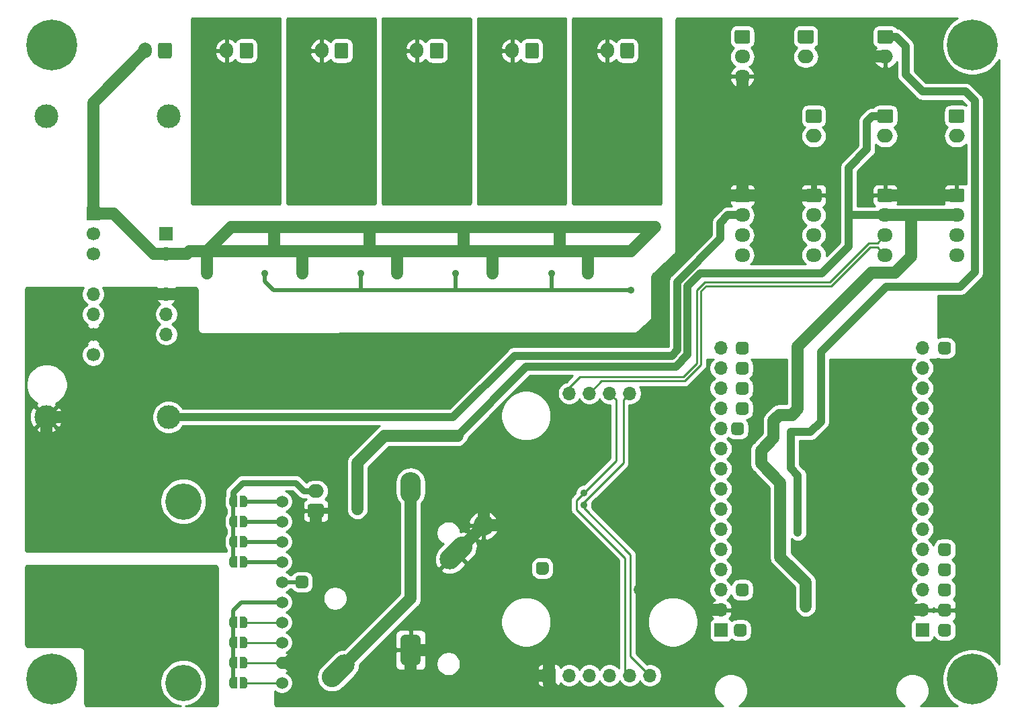
<source format=gbr>
%TF.GenerationSoftware,KiCad,Pcbnew,5.1.12-84ad8e8a86~92~ubuntu20.04.1*%
%TF.CreationDate,2021-11-30T13:36:37+05:30*%
%TF.ProjectId,vayuO2,76617975-4f32-42e6-9b69-6361645f7063,rev 3*%
%TF.SameCoordinates,Original*%
%TF.FileFunction,Copper,L2,Bot*%
%TF.FilePolarity,Positive*%
%FSLAX46Y46*%
G04 Gerber Fmt 4.6, Leading zero omitted, Abs format (unit mm)*
G04 Created by KiCad (PCBNEW 5.1.12-84ad8e8a86~92~ubuntu20.04.1) date 2021-11-30 13:36:37*
%MOMM*%
%LPD*%
G01*
G04 APERTURE LIST*
%TA.AperFunction,ComponentPad*%
%ADD10R,1.700000X1.700000*%
%TD*%
%TA.AperFunction,ComponentPad*%
%ADD11O,1.700000X1.700000*%
%TD*%
%TA.AperFunction,ComponentPad*%
%ADD12C,3.000000*%
%TD*%
%TA.AperFunction,ComponentPad*%
%ADD13C,1.700000*%
%TD*%
%TA.AperFunction,ComponentPad*%
%ADD14O,1.700000X2.000000*%
%TD*%
%TA.AperFunction,ComponentPad*%
%ADD15O,2.000000X1.700000*%
%TD*%
%TA.AperFunction,ComponentPad*%
%ADD16O,1.950000X1.700000*%
%TD*%
%TA.AperFunction,ComponentPad*%
%ADD17O,2.600000X3.900000*%
%TD*%
%TA.AperFunction,ComponentPad*%
%ADD18C,6.400000*%
%TD*%
%TA.AperFunction,ComponentPad*%
%ADD19C,0.800000*%
%TD*%
%TA.AperFunction,SMDPad,CuDef*%
%ADD20C,0.127000*%
%TD*%
%TA.AperFunction,ComponentPad*%
%ADD21C,2.600000*%
%TD*%
%TA.AperFunction,ComponentPad*%
%ADD22C,1.524000*%
%TD*%
%TA.AperFunction,ComponentPad*%
%ADD23C,4.572000*%
%TD*%
%TA.AperFunction,ViaPad*%
%ADD24C,0.900000*%
%TD*%
%TA.AperFunction,Conductor*%
%ADD25C,0.250000*%
%TD*%
%TA.AperFunction,Conductor*%
%ADD26C,0.750000*%
%TD*%
%TA.AperFunction,Conductor*%
%ADD27C,1.500000*%
%TD*%
%TA.AperFunction,Conductor*%
%ADD28C,1.000000*%
%TD*%
%TA.AperFunction,Conductor*%
%ADD29C,0.500000*%
%TD*%
%TA.AperFunction,Conductor*%
%ADD30C,0.127000*%
%TD*%
G04 APERTURE END LIST*
D10*
X138300000Y-127800000D03*
D11*
X138300000Y-125260000D03*
X138300000Y-120180000D03*
X138300000Y-117640000D03*
X138300000Y-115100000D03*
X138300000Y-122720000D03*
X138300000Y-99860000D03*
X138300000Y-94780000D03*
X138300000Y-97320000D03*
X138300000Y-104940000D03*
X138300000Y-110020000D03*
X138300000Y-102400000D03*
X138300000Y-107480000D03*
X138300000Y-112560000D03*
X138300000Y-92240000D03*
X163700000Y-92240000D03*
X163700000Y-94780000D03*
X163700000Y-97320000D03*
X163700000Y-99860000D03*
X163700000Y-102400000D03*
X163700000Y-104940000D03*
X163700000Y-107480000D03*
X163700000Y-110020000D03*
X163700000Y-112560000D03*
X163700000Y-115100000D03*
X163700000Y-117640000D03*
X163700000Y-120180000D03*
X163700000Y-122720000D03*
X163700000Y-125260000D03*
D10*
X163700000Y-127800000D03*
%TA.AperFunction,ComponentPad*%
G36*
G01*
X140200000Y-92640000D02*
X140200000Y-91840000D01*
G75*
G02*
X140600000Y-91440000I400000J0D01*
G01*
X141400000Y-91440000D01*
G75*
G02*
X141800000Y-91840000I0J-400000D01*
G01*
X141800000Y-92640000D01*
G75*
G02*
X141400000Y-93040000I-400000J0D01*
G01*
X140600000Y-93040000D01*
G75*
G02*
X140200000Y-92640000I0J400000D01*
G01*
G37*
%TD.AperFunction*%
%TA.AperFunction,ComponentPad*%
G36*
G01*
X165700000Y-92640000D02*
X165700000Y-91840000D01*
G75*
G02*
X166100000Y-91440000I400000J0D01*
G01*
X166900000Y-91440000D01*
G75*
G02*
X167300000Y-91840000I0J-400000D01*
G01*
X167300000Y-92640000D01*
G75*
G02*
X166900000Y-93040000I-400000J0D01*
G01*
X166100000Y-93040000D01*
G75*
G02*
X165700000Y-92640000I0J400000D01*
G01*
G37*
%TD.AperFunction*%
%TA.AperFunction,ComponentPad*%
G36*
G01*
X140200000Y-95180000D02*
X140200000Y-94380000D01*
G75*
G02*
X140600000Y-93980000I400000J0D01*
G01*
X141400000Y-93980000D01*
G75*
G02*
X141800000Y-94380000I0J-400000D01*
G01*
X141800000Y-95180000D01*
G75*
G02*
X141400000Y-95580000I-400000J0D01*
G01*
X140600000Y-95580000D01*
G75*
G02*
X140200000Y-95180000I0J400000D01*
G01*
G37*
%TD.AperFunction*%
%TA.AperFunction,ComponentPad*%
G36*
G01*
X140200000Y-97720000D02*
X140200000Y-96920000D01*
G75*
G02*
X140600000Y-96520000I400000J0D01*
G01*
X141400000Y-96520000D01*
G75*
G02*
X141800000Y-96920000I0J-400000D01*
G01*
X141800000Y-97720000D01*
G75*
G02*
X141400000Y-98120000I-400000J0D01*
G01*
X140600000Y-98120000D01*
G75*
G02*
X140200000Y-97720000I0J400000D01*
G01*
G37*
%TD.AperFunction*%
%TA.AperFunction,ComponentPad*%
G36*
G01*
X140200000Y-100260000D02*
X140200000Y-99460000D01*
G75*
G02*
X140600000Y-99060000I400000J0D01*
G01*
X141400000Y-99060000D01*
G75*
G02*
X141800000Y-99460000I0J-400000D01*
G01*
X141800000Y-100260000D01*
G75*
G02*
X141400000Y-100660000I-400000J0D01*
G01*
X140600000Y-100660000D01*
G75*
G02*
X140200000Y-100260000I0J400000D01*
G01*
G37*
%TD.AperFunction*%
%TA.AperFunction,ComponentPad*%
G36*
G01*
X139610000Y-102800000D02*
X139610000Y-102000000D01*
G75*
G02*
X140010000Y-101600000I400000J0D01*
G01*
X140810000Y-101600000D01*
G75*
G02*
X141210000Y-102000000I0J-400000D01*
G01*
X141210000Y-102800000D01*
G75*
G02*
X140810000Y-103200000I-400000J0D01*
G01*
X140010000Y-103200000D01*
G75*
G02*
X139610000Y-102800000I0J400000D01*
G01*
G37*
%TD.AperFunction*%
%TA.AperFunction,ComponentPad*%
G36*
G01*
X165700000Y-118040000D02*
X165700000Y-117240000D01*
G75*
G02*
X166100000Y-116840000I400000J0D01*
G01*
X166900000Y-116840000D01*
G75*
G02*
X167300000Y-117240000I0J-400000D01*
G01*
X167300000Y-118040000D01*
G75*
G02*
X166900000Y-118440000I-400000J0D01*
G01*
X166100000Y-118440000D01*
G75*
G02*
X165700000Y-118040000I0J400000D01*
G01*
G37*
%TD.AperFunction*%
%TA.AperFunction,ComponentPad*%
G36*
G01*
X165700000Y-120580000D02*
X165700000Y-119780000D01*
G75*
G02*
X166100000Y-119380000I400000J0D01*
G01*
X166900000Y-119380000D01*
G75*
G02*
X167300000Y-119780000I0J-400000D01*
G01*
X167300000Y-120580000D01*
G75*
G02*
X166900000Y-120980000I-400000J0D01*
G01*
X166100000Y-120980000D01*
G75*
G02*
X165700000Y-120580000I0J400000D01*
G01*
G37*
%TD.AperFunction*%
%TA.AperFunction,ComponentPad*%
G36*
G01*
X85900000Y-122530000D02*
X85100000Y-122530000D01*
G75*
G02*
X84700000Y-122130000I0J400000D01*
G01*
X84700000Y-121330000D01*
G75*
G02*
X85100000Y-120930000I400000J0D01*
G01*
X85900000Y-120930000D01*
G75*
G02*
X86300000Y-121330000I0J-400000D01*
G01*
X86300000Y-122130000D01*
G75*
G02*
X85900000Y-122530000I-400000J0D01*
G01*
G37*
%TD.AperFunction*%
%TA.AperFunction,ComponentPad*%
G36*
G01*
X140200000Y-123120000D02*
X140200000Y-122320000D01*
G75*
G02*
X140600000Y-121920000I400000J0D01*
G01*
X141400000Y-121920000D01*
G75*
G02*
X141800000Y-122320000I0J-400000D01*
G01*
X141800000Y-123120000D01*
G75*
G02*
X141400000Y-123520000I-400000J0D01*
G01*
X140600000Y-123520000D01*
G75*
G02*
X140200000Y-123120000I0J400000D01*
G01*
G37*
%TD.AperFunction*%
%TA.AperFunction,ComponentPad*%
G36*
G01*
X165700000Y-123120000D02*
X165700000Y-122320000D01*
G75*
G02*
X166100000Y-121920000I400000J0D01*
G01*
X166900000Y-121920000D01*
G75*
G02*
X167300000Y-122320000I0J-400000D01*
G01*
X167300000Y-123120000D01*
G75*
G02*
X166900000Y-123520000I-400000J0D01*
G01*
X166100000Y-123520000D01*
G75*
G02*
X165700000Y-123120000I0J400000D01*
G01*
G37*
%TD.AperFunction*%
%TA.AperFunction,ComponentPad*%
G36*
G01*
X165700000Y-125660000D02*
X165700000Y-124860000D01*
G75*
G02*
X166100000Y-124460000I400000J0D01*
G01*
X166900000Y-124460000D01*
G75*
G02*
X167300000Y-124860000I0J-400000D01*
G01*
X167300000Y-125660000D01*
G75*
G02*
X166900000Y-126060000I-400000J0D01*
G01*
X166100000Y-126060000D01*
G75*
G02*
X165700000Y-125660000I0J400000D01*
G01*
G37*
%TD.AperFunction*%
%TA.AperFunction,ComponentPad*%
G36*
G01*
X139950000Y-128200000D02*
X139950000Y-127400000D01*
G75*
G02*
X140350000Y-127000000I400000J0D01*
G01*
X141150000Y-127000000D01*
G75*
G02*
X141550000Y-127400000I0J-400000D01*
G01*
X141550000Y-128200000D01*
G75*
G02*
X141150000Y-128600000I-400000J0D01*
G01*
X140350000Y-128600000D01*
G75*
G02*
X139950000Y-128200000I0J400000D01*
G01*
G37*
%TD.AperFunction*%
%TA.AperFunction,ComponentPad*%
G36*
G01*
X165700000Y-128200000D02*
X165700000Y-127400000D01*
G75*
G02*
X166100000Y-127000000I400000J0D01*
G01*
X166900000Y-127000000D01*
G75*
G02*
X167300000Y-127400000I0J-400000D01*
G01*
X167300000Y-128200000D01*
G75*
G02*
X166900000Y-128600000I-400000J0D01*
G01*
X166100000Y-128600000D01*
G75*
G02*
X165700000Y-128200000I0J400000D01*
G01*
G37*
%TD.AperFunction*%
D12*
X53300000Y-100950000D03*
X68700000Y-100950000D03*
X53300000Y-63050000D03*
X68700000Y-63050000D03*
D11*
X59200000Y-88000000D03*
X59200000Y-85460000D03*
D13*
X59200000Y-77840000D03*
D10*
X59200000Y-75300000D03*
D13*
X59200000Y-80380000D03*
X59200000Y-90540000D03*
X59200000Y-93080000D03*
D10*
X68400000Y-77800000D03*
D11*
X68400000Y-80340000D03*
X68400000Y-85420000D03*
X68400000Y-87960000D03*
X68400000Y-90500000D03*
D14*
X65750000Y-54750000D03*
%TA.AperFunction,ComponentPad*%
G36*
G01*
X69100000Y-54000000D02*
X69100000Y-55500000D01*
G75*
G02*
X68850000Y-55750000I-250000J0D01*
G01*
X67650000Y-55750000D01*
G75*
G02*
X67400000Y-55500000I0J250000D01*
G01*
X67400000Y-54000000D01*
G75*
G02*
X67650000Y-53750000I250000J0D01*
G01*
X68850000Y-53750000D01*
G75*
G02*
X69100000Y-54000000I0J-250000D01*
G01*
G37*
%TD.AperFunction*%
X76000000Y-54750000D03*
%TA.AperFunction,ComponentPad*%
G36*
G01*
X79350000Y-54000000D02*
X79350000Y-55500000D01*
G75*
G02*
X79100000Y-55750000I-250000J0D01*
G01*
X77900000Y-55750000D01*
G75*
G02*
X77650000Y-55500000I0J250000D01*
G01*
X77650000Y-54000000D01*
G75*
G02*
X77900000Y-53750000I250000J0D01*
G01*
X79100000Y-53750000D01*
G75*
G02*
X79350000Y-54000000I0J-250000D01*
G01*
G37*
%TD.AperFunction*%
D15*
X159000000Y-65500000D03*
%TA.AperFunction,ComponentPad*%
G36*
G01*
X158250000Y-62150000D02*
X159750000Y-62150000D01*
G75*
G02*
X160000000Y-62400000I0J-250000D01*
G01*
X160000000Y-63600000D01*
G75*
G02*
X159750000Y-63850000I-250000J0D01*
G01*
X158250000Y-63850000D01*
G75*
G02*
X158000000Y-63600000I0J250000D01*
G01*
X158000000Y-62400000D01*
G75*
G02*
X158250000Y-62150000I250000J0D01*
G01*
G37*
%TD.AperFunction*%
D16*
X150000000Y-80500000D03*
X150000000Y-78000000D03*
X150000000Y-75500000D03*
%TA.AperFunction,ComponentPad*%
G36*
G01*
X149275000Y-72150000D02*
X150725000Y-72150000D01*
G75*
G02*
X150975000Y-72400000I0J-250000D01*
G01*
X150975000Y-73600000D01*
G75*
G02*
X150725000Y-73850000I-250000J0D01*
G01*
X149275000Y-73850000D01*
G75*
G02*
X149025000Y-73600000I0J250000D01*
G01*
X149025000Y-72400000D01*
G75*
G02*
X149275000Y-72150000I250000J0D01*
G01*
G37*
%TD.AperFunction*%
X159000000Y-80500000D03*
X159000000Y-78000000D03*
X159000000Y-75500000D03*
%TA.AperFunction,ComponentPad*%
G36*
G01*
X158275000Y-72150000D02*
X159725000Y-72150000D01*
G75*
G02*
X159975000Y-72400000I0J-250000D01*
G01*
X159975000Y-73600000D01*
G75*
G02*
X159725000Y-73850000I-250000J0D01*
G01*
X158275000Y-73850000D01*
G75*
G02*
X158025000Y-73600000I0J250000D01*
G01*
X158025000Y-72400000D01*
G75*
G02*
X158275000Y-72150000I250000J0D01*
G01*
G37*
%TD.AperFunction*%
%TA.AperFunction,ComponentPad*%
G36*
G01*
X100500000Y-129000000D02*
X100500000Y-131600000D01*
G75*
G02*
X99850000Y-132250000I-650000J0D01*
G01*
X98550000Y-132250000D01*
G75*
G02*
X97900000Y-131600000I0J650000D01*
G01*
X97900000Y-129000000D01*
G75*
G02*
X98550000Y-128350000I650000J0D01*
G01*
X99850000Y-128350000D01*
G75*
G02*
X100500000Y-129000000I0J-650000D01*
G01*
G37*
%TD.AperFunction*%
D17*
X99200000Y-109800000D03*
D15*
X149000000Y-55500000D03*
%TA.AperFunction,ComponentPad*%
G36*
G01*
X148250000Y-52150000D02*
X149750000Y-52150000D01*
G75*
G02*
X150000000Y-52400000I0J-250000D01*
G01*
X150000000Y-53600000D01*
G75*
G02*
X149750000Y-53850000I-250000J0D01*
G01*
X148250000Y-53850000D01*
G75*
G02*
X148000000Y-53600000I0J250000D01*
G01*
X148000000Y-52400000D01*
G75*
G02*
X148250000Y-52150000I250000J0D01*
G01*
G37*
%TD.AperFunction*%
D14*
X124000000Y-54750000D03*
%TA.AperFunction,ComponentPad*%
G36*
G01*
X127350000Y-54000000D02*
X127350000Y-55500000D01*
G75*
G02*
X127100000Y-55750000I-250000J0D01*
G01*
X125900000Y-55750000D01*
G75*
G02*
X125650000Y-55500000I0J250000D01*
G01*
X125650000Y-54000000D01*
G75*
G02*
X125900000Y-53750000I250000J0D01*
G01*
X127100000Y-53750000D01*
G75*
G02*
X127350000Y-54000000I0J-250000D01*
G01*
G37*
%TD.AperFunction*%
X112000000Y-54750000D03*
%TA.AperFunction,ComponentPad*%
G36*
G01*
X115350000Y-54000000D02*
X115350000Y-55500000D01*
G75*
G02*
X115100000Y-55750000I-250000J0D01*
G01*
X113900000Y-55750000D01*
G75*
G02*
X113650000Y-55500000I0J250000D01*
G01*
X113650000Y-54000000D01*
G75*
G02*
X113900000Y-53750000I250000J0D01*
G01*
X115100000Y-53750000D01*
G75*
G02*
X115350000Y-54000000I0J-250000D01*
G01*
G37*
%TD.AperFunction*%
X100000000Y-54750000D03*
%TA.AperFunction,ComponentPad*%
G36*
G01*
X103350000Y-54000000D02*
X103350000Y-55500000D01*
G75*
G02*
X103100000Y-55750000I-250000J0D01*
G01*
X101900000Y-55750000D01*
G75*
G02*
X101650000Y-55500000I0J250000D01*
G01*
X101650000Y-54000000D01*
G75*
G02*
X101900000Y-53750000I250000J0D01*
G01*
X103100000Y-53750000D01*
G75*
G02*
X103350000Y-54000000I0J-250000D01*
G01*
G37*
%TD.AperFunction*%
X88000000Y-54750000D03*
%TA.AperFunction,ComponentPad*%
G36*
G01*
X91350000Y-54000000D02*
X91350000Y-55500000D01*
G75*
G02*
X91100000Y-55750000I-250000J0D01*
G01*
X89900000Y-55750000D01*
G75*
G02*
X89650000Y-55500000I0J250000D01*
G01*
X89650000Y-54000000D01*
G75*
G02*
X89900000Y-53750000I250000J0D01*
G01*
X91100000Y-53750000D01*
G75*
G02*
X91350000Y-54000000I0J-250000D01*
G01*
G37*
%TD.AperFunction*%
D10*
X116650000Y-133500000D03*
D11*
X119190000Y-133500000D03*
X121730000Y-133500000D03*
X124270000Y-133500000D03*
X126810000Y-133500000D03*
X129350000Y-133500000D03*
X126810000Y-97940000D03*
X124270000Y-97940000D03*
X119190000Y-97940000D03*
X121730000Y-97940000D03*
D16*
X141000000Y-80500000D03*
X141000000Y-78000000D03*
X141000000Y-75500000D03*
%TA.AperFunction,ComponentPad*%
G36*
G01*
X140275000Y-72150000D02*
X141725000Y-72150000D01*
G75*
G02*
X141975000Y-72400000I0J-250000D01*
G01*
X141975000Y-73600000D01*
G75*
G02*
X141725000Y-73850000I-250000J0D01*
G01*
X140275000Y-73850000D01*
G75*
G02*
X140025000Y-73600000I0J250000D01*
G01*
X140025000Y-72400000D01*
G75*
G02*
X140275000Y-72150000I250000J0D01*
G01*
G37*
%TD.AperFunction*%
D15*
X159000000Y-55500000D03*
%TA.AperFunction,ComponentPad*%
G36*
G01*
X158250000Y-52150000D02*
X159750000Y-52150000D01*
G75*
G02*
X160000000Y-52400000I0J-250000D01*
G01*
X160000000Y-53600000D01*
G75*
G02*
X159750000Y-53850000I-250000J0D01*
G01*
X158250000Y-53850000D01*
G75*
G02*
X158000000Y-53600000I0J250000D01*
G01*
X158000000Y-52400000D01*
G75*
G02*
X158250000Y-52150000I250000J0D01*
G01*
G37*
%TD.AperFunction*%
D18*
X170000000Y-54000000D03*
D19*
X172400000Y-54000000D03*
X171697056Y-55697056D03*
X170000000Y-56400000D03*
X168302944Y-55697056D03*
X167600000Y-54000000D03*
X168302944Y-52302944D03*
X170000000Y-51600000D03*
X171697056Y-52302944D03*
D18*
X170000000Y-134000000D03*
D19*
X172400000Y-134000000D03*
X171697056Y-135697056D03*
X170000000Y-136400000D03*
X168302944Y-135697056D03*
X167600000Y-134000000D03*
X168302944Y-132302944D03*
X170000000Y-131600000D03*
X171697056Y-132302944D03*
D18*
X54000000Y-54000000D03*
D19*
X56400000Y-54000000D03*
X55697056Y-55697056D03*
X54000000Y-56400000D03*
X52302944Y-55697056D03*
X51600000Y-54000000D03*
X52302944Y-52302944D03*
X54000000Y-51600000D03*
X55697056Y-52302944D03*
D18*
X54000000Y-134000000D03*
D19*
X56400000Y-134000000D03*
X55697056Y-135697056D03*
X54000000Y-136400000D03*
X52302944Y-135697056D03*
X51600000Y-134000000D03*
X52302944Y-132302944D03*
X54000000Y-131600000D03*
X55697056Y-132302944D03*
%TA.AperFunction,SMDPad,CuDef*%
D20*
G36*
X76850000Y-112319398D02*
G01*
X76825466Y-112319398D01*
X76776635Y-112314588D01*
X76728510Y-112305016D01*
X76681555Y-112290772D01*
X76636222Y-112271995D01*
X76592949Y-112248864D01*
X76552150Y-112221604D01*
X76514221Y-112190476D01*
X76479524Y-112155779D01*
X76448396Y-112117850D01*
X76421136Y-112077051D01*
X76398005Y-112033778D01*
X76379228Y-111988445D01*
X76364984Y-111941490D01*
X76355412Y-111893365D01*
X76350602Y-111844534D01*
X76350602Y-111820000D01*
X76350000Y-111820000D01*
X76350000Y-111320000D01*
X76350602Y-111320000D01*
X76350602Y-111295466D01*
X76355412Y-111246635D01*
X76364984Y-111198510D01*
X76379228Y-111151555D01*
X76398005Y-111106222D01*
X76421136Y-111062949D01*
X76448396Y-111022150D01*
X76479524Y-110984221D01*
X76514221Y-110949524D01*
X76552150Y-110918396D01*
X76592949Y-110891136D01*
X76636222Y-110868005D01*
X76681555Y-110849228D01*
X76728510Y-110834984D01*
X76776635Y-110825412D01*
X76825466Y-110820602D01*
X76850000Y-110820602D01*
X76850000Y-110820000D01*
X77350000Y-110820000D01*
X77350000Y-112320000D01*
X76850000Y-112320000D01*
X76850000Y-112319398D01*
G37*
%TD.AperFunction*%
%TA.AperFunction,SMDPad,CuDef*%
G36*
X77650000Y-110820000D02*
G01*
X78150000Y-110820000D01*
X78150000Y-110820602D01*
X78174534Y-110820602D01*
X78223365Y-110825412D01*
X78271490Y-110834984D01*
X78318445Y-110849228D01*
X78363778Y-110868005D01*
X78407051Y-110891136D01*
X78447850Y-110918396D01*
X78485779Y-110949524D01*
X78520476Y-110984221D01*
X78551604Y-111022150D01*
X78578864Y-111062949D01*
X78601995Y-111106222D01*
X78620772Y-111151555D01*
X78635016Y-111198510D01*
X78644588Y-111246635D01*
X78649398Y-111295466D01*
X78649398Y-111320000D01*
X78650000Y-111320000D01*
X78650000Y-111820000D01*
X78649398Y-111820000D01*
X78649398Y-111844534D01*
X78644588Y-111893365D01*
X78635016Y-111941490D01*
X78620772Y-111988445D01*
X78601995Y-112033778D01*
X78578864Y-112077051D01*
X78551604Y-112117850D01*
X78520476Y-112155779D01*
X78485779Y-112190476D01*
X78447850Y-112221604D01*
X78407051Y-112248864D01*
X78363778Y-112271995D01*
X78318445Y-112290772D01*
X78271490Y-112305016D01*
X78223365Y-112314588D01*
X78174534Y-112319398D01*
X78150000Y-112319398D01*
X78150000Y-112320000D01*
X77650000Y-112320000D01*
X77650000Y-110820000D01*
G37*
%TD.AperFunction*%
%TA.AperFunction,SMDPad,CuDef*%
G36*
X76850000Y-114859398D02*
G01*
X76825466Y-114859398D01*
X76776635Y-114854588D01*
X76728510Y-114845016D01*
X76681555Y-114830772D01*
X76636222Y-114811995D01*
X76592949Y-114788864D01*
X76552150Y-114761604D01*
X76514221Y-114730476D01*
X76479524Y-114695779D01*
X76448396Y-114657850D01*
X76421136Y-114617051D01*
X76398005Y-114573778D01*
X76379228Y-114528445D01*
X76364984Y-114481490D01*
X76355412Y-114433365D01*
X76350602Y-114384534D01*
X76350602Y-114360000D01*
X76350000Y-114360000D01*
X76350000Y-113860000D01*
X76350602Y-113860000D01*
X76350602Y-113835466D01*
X76355412Y-113786635D01*
X76364984Y-113738510D01*
X76379228Y-113691555D01*
X76398005Y-113646222D01*
X76421136Y-113602949D01*
X76448396Y-113562150D01*
X76479524Y-113524221D01*
X76514221Y-113489524D01*
X76552150Y-113458396D01*
X76592949Y-113431136D01*
X76636222Y-113408005D01*
X76681555Y-113389228D01*
X76728510Y-113374984D01*
X76776635Y-113365412D01*
X76825466Y-113360602D01*
X76850000Y-113360602D01*
X76850000Y-113360000D01*
X77350000Y-113360000D01*
X77350000Y-114860000D01*
X76850000Y-114860000D01*
X76850000Y-114859398D01*
G37*
%TD.AperFunction*%
%TA.AperFunction,SMDPad,CuDef*%
G36*
X77650000Y-113360000D02*
G01*
X78150000Y-113360000D01*
X78150000Y-113360602D01*
X78174534Y-113360602D01*
X78223365Y-113365412D01*
X78271490Y-113374984D01*
X78318445Y-113389228D01*
X78363778Y-113408005D01*
X78407051Y-113431136D01*
X78447850Y-113458396D01*
X78485779Y-113489524D01*
X78520476Y-113524221D01*
X78551604Y-113562150D01*
X78578864Y-113602949D01*
X78601995Y-113646222D01*
X78620772Y-113691555D01*
X78635016Y-113738510D01*
X78644588Y-113786635D01*
X78649398Y-113835466D01*
X78649398Y-113860000D01*
X78650000Y-113860000D01*
X78650000Y-114360000D01*
X78649398Y-114360000D01*
X78649398Y-114384534D01*
X78644588Y-114433365D01*
X78635016Y-114481490D01*
X78620772Y-114528445D01*
X78601995Y-114573778D01*
X78578864Y-114617051D01*
X78551604Y-114657850D01*
X78520476Y-114695779D01*
X78485779Y-114730476D01*
X78447850Y-114761604D01*
X78407051Y-114788864D01*
X78363778Y-114811995D01*
X78318445Y-114830772D01*
X78271490Y-114845016D01*
X78223365Y-114854588D01*
X78174534Y-114859398D01*
X78150000Y-114859398D01*
X78150000Y-114860000D01*
X77650000Y-114860000D01*
X77650000Y-113360000D01*
G37*
%TD.AperFunction*%
%TA.AperFunction,SMDPad,CuDef*%
G36*
X76850000Y-117399398D02*
G01*
X76825466Y-117399398D01*
X76776635Y-117394588D01*
X76728510Y-117385016D01*
X76681555Y-117370772D01*
X76636222Y-117351995D01*
X76592949Y-117328864D01*
X76552150Y-117301604D01*
X76514221Y-117270476D01*
X76479524Y-117235779D01*
X76448396Y-117197850D01*
X76421136Y-117157051D01*
X76398005Y-117113778D01*
X76379228Y-117068445D01*
X76364984Y-117021490D01*
X76355412Y-116973365D01*
X76350602Y-116924534D01*
X76350602Y-116900000D01*
X76350000Y-116900000D01*
X76350000Y-116400000D01*
X76350602Y-116400000D01*
X76350602Y-116375466D01*
X76355412Y-116326635D01*
X76364984Y-116278510D01*
X76379228Y-116231555D01*
X76398005Y-116186222D01*
X76421136Y-116142949D01*
X76448396Y-116102150D01*
X76479524Y-116064221D01*
X76514221Y-116029524D01*
X76552150Y-115998396D01*
X76592949Y-115971136D01*
X76636222Y-115948005D01*
X76681555Y-115929228D01*
X76728510Y-115914984D01*
X76776635Y-115905412D01*
X76825466Y-115900602D01*
X76850000Y-115900602D01*
X76850000Y-115900000D01*
X77350000Y-115900000D01*
X77350000Y-117400000D01*
X76850000Y-117400000D01*
X76850000Y-117399398D01*
G37*
%TD.AperFunction*%
%TA.AperFunction,SMDPad,CuDef*%
G36*
X77650000Y-115900000D02*
G01*
X78150000Y-115900000D01*
X78150000Y-115900602D01*
X78174534Y-115900602D01*
X78223365Y-115905412D01*
X78271490Y-115914984D01*
X78318445Y-115929228D01*
X78363778Y-115948005D01*
X78407051Y-115971136D01*
X78447850Y-115998396D01*
X78485779Y-116029524D01*
X78520476Y-116064221D01*
X78551604Y-116102150D01*
X78578864Y-116142949D01*
X78601995Y-116186222D01*
X78620772Y-116231555D01*
X78635016Y-116278510D01*
X78644588Y-116326635D01*
X78649398Y-116375466D01*
X78649398Y-116400000D01*
X78650000Y-116400000D01*
X78650000Y-116900000D01*
X78649398Y-116900000D01*
X78649398Y-116924534D01*
X78644588Y-116973365D01*
X78635016Y-117021490D01*
X78620772Y-117068445D01*
X78601995Y-117113778D01*
X78578864Y-117157051D01*
X78551604Y-117197850D01*
X78520476Y-117235779D01*
X78485779Y-117270476D01*
X78447850Y-117301604D01*
X78407051Y-117328864D01*
X78363778Y-117351995D01*
X78318445Y-117370772D01*
X78271490Y-117385016D01*
X78223365Y-117394588D01*
X78174534Y-117399398D01*
X78150000Y-117399398D01*
X78150000Y-117400000D01*
X77650000Y-117400000D01*
X77650000Y-115900000D01*
G37*
%TD.AperFunction*%
%TA.AperFunction,SMDPad,CuDef*%
G36*
X76850000Y-119939398D02*
G01*
X76825466Y-119939398D01*
X76776635Y-119934588D01*
X76728510Y-119925016D01*
X76681555Y-119910772D01*
X76636222Y-119891995D01*
X76592949Y-119868864D01*
X76552150Y-119841604D01*
X76514221Y-119810476D01*
X76479524Y-119775779D01*
X76448396Y-119737850D01*
X76421136Y-119697051D01*
X76398005Y-119653778D01*
X76379228Y-119608445D01*
X76364984Y-119561490D01*
X76355412Y-119513365D01*
X76350602Y-119464534D01*
X76350602Y-119440000D01*
X76350000Y-119440000D01*
X76350000Y-118940000D01*
X76350602Y-118940000D01*
X76350602Y-118915466D01*
X76355412Y-118866635D01*
X76364984Y-118818510D01*
X76379228Y-118771555D01*
X76398005Y-118726222D01*
X76421136Y-118682949D01*
X76448396Y-118642150D01*
X76479524Y-118604221D01*
X76514221Y-118569524D01*
X76552150Y-118538396D01*
X76592949Y-118511136D01*
X76636222Y-118488005D01*
X76681555Y-118469228D01*
X76728510Y-118454984D01*
X76776635Y-118445412D01*
X76825466Y-118440602D01*
X76850000Y-118440602D01*
X76850000Y-118440000D01*
X77350000Y-118440000D01*
X77350000Y-119940000D01*
X76850000Y-119940000D01*
X76850000Y-119939398D01*
G37*
%TD.AperFunction*%
%TA.AperFunction,SMDPad,CuDef*%
G36*
X77650000Y-118440000D02*
G01*
X78150000Y-118440000D01*
X78150000Y-118440602D01*
X78174534Y-118440602D01*
X78223365Y-118445412D01*
X78271490Y-118454984D01*
X78318445Y-118469228D01*
X78363778Y-118488005D01*
X78407051Y-118511136D01*
X78447850Y-118538396D01*
X78485779Y-118569524D01*
X78520476Y-118604221D01*
X78551604Y-118642150D01*
X78578864Y-118682949D01*
X78601995Y-118726222D01*
X78620772Y-118771555D01*
X78635016Y-118818510D01*
X78644588Y-118866635D01*
X78649398Y-118915466D01*
X78649398Y-118940000D01*
X78650000Y-118940000D01*
X78650000Y-119440000D01*
X78649398Y-119440000D01*
X78649398Y-119464534D01*
X78644588Y-119513365D01*
X78635016Y-119561490D01*
X78620772Y-119608445D01*
X78601995Y-119653778D01*
X78578864Y-119697051D01*
X78551604Y-119737850D01*
X78520476Y-119775779D01*
X78485779Y-119810476D01*
X78447850Y-119841604D01*
X78407051Y-119868864D01*
X78363778Y-119891995D01*
X78318445Y-119910772D01*
X78271490Y-119925016D01*
X78223365Y-119934588D01*
X78174534Y-119939398D01*
X78150000Y-119939398D01*
X78150000Y-119940000D01*
X77650000Y-119940000D01*
X77650000Y-118440000D01*
G37*
%TD.AperFunction*%
%TA.AperFunction,SMDPad,CuDef*%
G36*
X76850000Y-127559398D02*
G01*
X76825466Y-127559398D01*
X76776635Y-127554588D01*
X76728510Y-127545016D01*
X76681555Y-127530772D01*
X76636222Y-127511995D01*
X76592949Y-127488864D01*
X76552150Y-127461604D01*
X76514221Y-127430476D01*
X76479524Y-127395779D01*
X76448396Y-127357850D01*
X76421136Y-127317051D01*
X76398005Y-127273778D01*
X76379228Y-127228445D01*
X76364984Y-127181490D01*
X76355412Y-127133365D01*
X76350602Y-127084534D01*
X76350602Y-127060000D01*
X76350000Y-127060000D01*
X76350000Y-126560000D01*
X76350602Y-126560000D01*
X76350602Y-126535466D01*
X76355412Y-126486635D01*
X76364984Y-126438510D01*
X76379228Y-126391555D01*
X76398005Y-126346222D01*
X76421136Y-126302949D01*
X76448396Y-126262150D01*
X76479524Y-126224221D01*
X76514221Y-126189524D01*
X76552150Y-126158396D01*
X76592949Y-126131136D01*
X76636222Y-126108005D01*
X76681555Y-126089228D01*
X76728510Y-126074984D01*
X76776635Y-126065412D01*
X76825466Y-126060602D01*
X76850000Y-126060602D01*
X76850000Y-126060000D01*
X77350000Y-126060000D01*
X77350000Y-127560000D01*
X76850000Y-127560000D01*
X76850000Y-127559398D01*
G37*
%TD.AperFunction*%
%TA.AperFunction,SMDPad,CuDef*%
G36*
X77650000Y-126060000D02*
G01*
X78150000Y-126060000D01*
X78150000Y-126060602D01*
X78174534Y-126060602D01*
X78223365Y-126065412D01*
X78271490Y-126074984D01*
X78318445Y-126089228D01*
X78363778Y-126108005D01*
X78407051Y-126131136D01*
X78447850Y-126158396D01*
X78485779Y-126189524D01*
X78520476Y-126224221D01*
X78551604Y-126262150D01*
X78578864Y-126302949D01*
X78601995Y-126346222D01*
X78620772Y-126391555D01*
X78635016Y-126438510D01*
X78644588Y-126486635D01*
X78649398Y-126535466D01*
X78649398Y-126560000D01*
X78650000Y-126560000D01*
X78650000Y-127060000D01*
X78649398Y-127060000D01*
X78649398Y-127084534D01*
X78644588Y-127133365D01*
X78635016Y-127181490D01*
X78620772Y-127228445D01*
X78601995Y-127273778D01*
X78578864Y-127317051D01*
X78551604Y-127357850D01*
X78520476Y-127395779D01*
X78485779Y-127430476D01*
X78447850Y-127461604D01*
X78407051Y-127488864D01*
X78363778Y-127511995D01*
X78318445Y-127530772D01*
X78271490Y-127545016D01*
X78223365Y-127554588D01*
X78174534Y-127559398D01*
X78150000Y-127559398D01*
X78150000Y-127560000D01*
X77650000Y-127560000D01*
X77650000Y-126060000D01*
G37*
%TD.AperFunction*%
%TA.AperFunction,SMDPad,CuDef*%
G36*
X76850001Y-130099398D02*
G01*
X76825467Y-130099398D01*
X76776636Y-130094588D01*
X76728511Y-130085016D01*
X76681556Y-130070772D01*
X76636223Y-130051995D01*
X76592950Y-130028864D01*
X76552151Y-130001604D01*
X76514222Y-129970476D01*
X76479525Y-129935779D01*
X76448397Y-129897850D01*
X76421137Y-129857051D01*
X76398006Y-129813778D01*
X76379229Y-129768445D01*
X76364985Y-129721490D01*
X76355413Y-129673365D01*
X76350603Y-129624534D01*
X76350603Y-129600000D01*
X76350001Y-129600000D01*
X76350001Y-129100000D01*
X76350603Y-129100000D01*
X76350603Y-129075466D01*
X76355413Y-129026635D01*
X76364985Y-128978510D01*
X76379229Y-128931555D01*
X76398006Y-128886222D01*
X76421137Y-128842949D01*
X76448397Y-128802150D01*
X76479525Y-128764221D01*
X76514222Y-128729524D01*
X76552151Y-128698396D01*
X76592950Y-128671136D01*
X76636223Y-128648005D01*
X76681556Y-128629228D01*
X76728511Y-128614984D01*
X76776636Y-128605412D01*
X76825467Y-128600602D01*
X76850001Y-128600602D01*
X76850001Y-128600000D01*
X77350001Y-128600000D01*
X77350001Y-130100000D01*
X76850001Y-130100000D01*
X76850001Y-130099398D01*
G37*
%TD.AperFunction*%
%TA.AperFunction,SMDPad,CuDef*%
G36*
X77650001Y-128600000D02*
G01*
X78150001Y-128600000D01*
X78150001Y-128600602D01*
X78174535Y-128600602D01*
X78223366Y-128605412D01*
X78271491Y-128614984D01*
X78318446Y-128629228D01*
X78363779Y-128648005D01*
X78407052Y-128671136D01*
X78447851Y-128698396D01*
X78485780Y-128729524D01*
X78520477Y-128764221D01*
X78551605Y-128802150D01*
X78578865Y-128842949D01*
X78601996Y-128886222D01*
X78620773Y-128931555D01*
X78635017Y-128978510D01*
X78644589Y-129026635D01*
X78649399Y-129075466D01*
X78649399Y-129100000D01*
X78650001Y-129100000D01*
X78650001Y-129600000D01*
X78649399Y-129600000D01*
X78649399Y-129624534D01*
X78644589Y-129673365D01*
X78635017Y-129721490D01*
X78620773Y-129768445D01*
X78601996Y-129813778D01*
X78578865Y-129857051D01*
X78551605Y-129897850D01*
X78520477Y-129935779D01*
X78485780Y-129970476D01*
X78447851Y-130001604D01*
X78407052Y-130028864D01*
X78363779Y-130051995D01*
X78318446Y-130070772D01*
X78271491Y-130085016D01*
X78223366Y-130094588D01*
X78174535Y-130099398D01*
X78150001Y-130099398D01*
X78150001Y-130100000D01*
X77650001Y-130100000D01*
X77650001Y-128600000D01*
G37*
%TD.AperFunction*%
%TA.AperFunction,SMDPad,CuDef*%
G36*
X76850000Y-132639398D02*
G01*
X76825466Y-132639398D01*
X76776635Y-132634588D01*
X76728510Y-132625016D01*
X76681555Y-132610772D01*
X76636222Y-132591995D01*
X76592949Y-132568864D01*
X76552150Y-132541604D01*
X76514221Y-132510476D01*
X76479524Y-132475779D01*
X76448396Y-132437850D01*
X76421136Y-132397051D01*
X76398005Y-132353778D01*
X76379228Y-132308445D01*
X76364984Y-132261490D01*
X76355412Y-132213365D01*
X76350602Y-132164534D01*
X76350602Y-132140000D01*
X76350000Y-132140000D01*
X76350000Y-131640000D01*
X76350602Y-131640000D01*
X76350602Y-131615466D01*
X76355412Y-131566635D01*
X76364984Y-131518510D01*
X76379228Y-131471555D01*
X76398005Y-131426222D01*
X76421136Y-131382949D01*
X76448396Y-131342150D01*
X76479524Y-131304221D01*
X76514221Y-131269524D01*
X76552150Y-131238396D01*
X76592949Y-131211136D01*
X76636222Y-131188005D01*
X76681555Y-131169228D01*
X76728510Y-131154984D01*
X76776635Y-131145412D01*
X76825466Y-131140602D01*
X76850000Y-131140602D01*
X76850000Y-131140000D01*
X77350000Y-131140000D01*
X77350000Y-132640000D01*
X76850000Y-132640000D01*
X76850000Y-132639398D01*
G37*
%TD.AperFunction*%
%TA.AperFunction,SMDPad,CuDef*%
G36*
X77650000Y-131140000D02*
G01*
X78150000Y-131140000D01*
X78150000Y-131140602D01*
X78174534Y-131140602D01*
X78223365Y-131145412D01*
X78271490Y-131154984D01*
X78318445Y-131169228D01*
X78363778Y-131188005D01*
X78407051Y-131211136D01*
X78447850Y-131238396D01*
X78485779Y-131269524D01*
X78520476Y-131304221D01*
X78551604Y-131342150D01*
X78578864Y-131382949D01*
X78601995Y-131426222D01*
X78620772Y-131471555D01*
X78635016Y-131518510D01*
X78644588Y-131566635D01*
X78649398Y-131615466D01*
X78649398Y-131640000D01*
X78650000Y-131640000D01*
X78650000Y-132140000D01*
X78649398Y-132140000D01*
X78649398Y-132164534D01*
X78644588Y-132213365D01*
X78635016Y-132261490D01*
X78620772Y-132308445D01*
X78601995Y-132353778D01*
X78578864Y-132397051D01*
X78551604Y-132437850D01*
X78520476Y-132475779D01*
X78485779Y-132510476D01*
X78447850Y-132541604D01*
X78407051Y-132568864D01*
X78363778Y-132591995D01*
X78318445Y-132610772D01*
X78271490Y-132625016D01*
X78223365Y-132634588D01*
X78174534Y-132639398D01*
X78150000Y-132639398D01*
X78150000Y-132640000D01*
X77650000Y-132640000D01*
X77650000Y-131140000D01*
G37*
%TD.AperFunction*%
%TA.AperFunction,SMDPad,CuDef*%
G36*
X76850000Y-135179398D02*
G01*
X76825466Y-135179398D01*
X76776635Y-135174588D01*
X76728510Y-135165016D01*
X76681555Y-135150772D01*
X76636222Y-135131995D01*
X76592949Y-135108864D01*
X76552150Y-135081604D01*
X76514221Y-135050476D01*
X76479524Y-135015779D01*
X76448396Y-134977850D01*
X76421136Y-134937051D01*
X76398005Y-134893778D01*
X76379228Y-134848445D01*
X76364984Y-134801490D01*
X76355412Y-134753365D01*
X76350602Y-134704534D01*
X76350602Y-134680000D01*
X76350000Y-134680000D01*
X76350000Y-134180000D01*
X76350602Y-134180000D01*
X76350602Y-134155466D01*
X76355412Y-134106635D01*
X76364984Y-134058510D01*
X76379228Y-134011555D01*
X76398005Y-133966222D01*
X76421136Y-133922949D01*
X76448396Y-133882150D01*
X76479524Y-133844221D01*
X76514221Y-133809524D01*
X76552150Y-133778396D01*
X76592949Y-133751136D01*
X76636222Y-133728005D01*
X76681555Y-133709228D01*
X76728510Y-133694984D01*
X76776635Y-133685412D01*
X76825466Y-133680602D01*
X76850000Y-133680602D01*
X76850000Y-133680000D01*
X77350000Y-133680000D01*
X77350000Y-135180000D01*
X76850000Y-135180000D01*
X76850000Y-135179398D01*
G37*
%TD.AperFunction*%
%TA.AperFunction,SMDPad,CuDef*%
G36*
X77650000Y-133680000D02*
G01*
X78150000Y-133680000D01*
X78150000Y-133680602D01*
X78174534Y-133680602D01*
X78223365Y-133685412D01*
X78271490Y-133694984D01*
X78318445Y-133709228D01*
X78363778Y-133728005D01*
X78407051Y-133751136D01*
X78447850Y-133778396D01*
X78485779Y-133809524D01*
X78520476Y-133844221D01*
X78551604Y-133882150D01*
X78578864Y-133922949D01*
X78601995Y-133966222D01*
X78620772Y-134011555D01*
X78635016Y-134058510D01*
X78644588Y-134106635D01*
X78649398Y-134155466D01*
X78649398Y-134180000D01*
X78650000Y-134180000D01*
X78650000Y-134680000D01*
X78649398Y-134680000D01*
X78649398Y-134704534D01*
X78644588Y-134753365D01*
X78635016Y-134801490D01*
X78620772Y-134848445D01*
X78601995Y-134893778D01*
X78578864Y-134937051D01*
X78551604Y-134977850D01*
X78520476Y-135015779D01*
X78485779Y-135050476D01*
X78447850Y-135081604D01*
X78407051Y-135108864D01*
X78363778Y-135131995D01*
X78318445Y-135150772D01*
X78271490Y-135165016D01*
X78223365Y-135174588D01*
X78174534Y-135179398D01*
X78150000Y-135179398D01*
X78150000Y-135180000D01*
X77650000Y-135180000D01*
X77650000Y-133680000D01*
G37*
%TD.AperFunction*%
D21*
X108392388Y-114607612D03*
%TA.AperFunction,ComponentPad*%
G36*
G01*
X103230509Y-117931013D02*
X104786143Y-116375379D01*
G75*
G02*
X106624621Y-116375379I919239J-919239D01*
G01*
X106624621Y-116375379D01*
G75*
G02*
X106624621Y-118213857I-919239J-919239D01*
G01*
X105068987Y-119769491D01*
G75*
G02*
X103230509Y-119769491I-919239J919239D01*
G01*
X103230509Y-119769491D01*
G75*
G02*
X103230509Y-117931013I919239J919239D01*
G01*
G37*
%TD.AperFunction*%
%TA.AperFunction,ComponentPad*%
G36*
G01*
X88381267Y-132780255D02*
X89936901Y-131224621D01*
G75*
G02*
X91775379Y-131224621I919239J-919239D01*
G01*
X91775379Y-131224621D01*
G75*
G02*
X91775379Y-133063099I-919239J-919239D01*
G01*
X90219745Y-134618733D01*
G75*
G02*
X88381267Y-134618733I-919239J919239D01*
G01*
X88381267Y-134618733D01*
G75*
G02*
X88381267Y-132780255I919239J919239D01*
G01*
G37*
%TD.AperFunction*%
%TA.AperFunction,ComponentPad*%
G36*
G01*
X116200000Y-120800000D02*
X115400000Y-120800000D01*
G75*
G02*
X115000000Y-120400000I0J400000D01*
G01*
X115000000Y-119600000D01*
G75*
G02*
X115400000Y-119200000I400000J0D01*
G01*
X116200000Y-119200000D01*
G75*
G02*
X116600000Y-119600000I0J-400000D01*
G01*
X116600000Y-120400000D01*
G75*
G02*
X116200000Y-120800000I-400000J0D01*
G01*
G37*
%TD.AperFunction*%
D15*
X168000000Y-65500000D03*
%TA.AperFunction,ComponentPad*%
G36*
G01*
X167250000Y-62150000D02*
X168750000Y-62150000D01*
G75*
G02*
X169000000Y-62400000I0J-250000D01*
G01*
X169000000Y-63600000D01*
G75*
G02*
X168750000Y-63850000I-250000J0D01*
G01*
X167250000Y-63850000D01*
G75*
G02*
X167000000Y-63600000I0J250000D01*
G01*
X167000000Y-62400000D01*
G75*
G02*
X167250000Y-62150000I250000J0D01*
G01*
G37*
%TD.AperFunction*%
X150000000Y-65500000D03*
%TA.AperFunction,ComponentPad*%
G36*
G01*
X149250000Y-62150000D02*
X150750000Y-62150000D01*
G75*
G02*
X151000000Y-62400000I0J-250000D01*
G01*
X151000000Y-63600000D01*
G75*
G02*
X150750000Y-63850000I-250000J0D01*
G01*
X149250000Y-63850000D01*
G75*
G02*
X149000000Y-63600000I0J250000D01*
G01*
X149000000Y-62400000D01*
G75*
G02*
X149250000Y-62150000I250000J0D01*
G01*
G37*
%TD.AperFunction*%
D22*
X83000000Y-124270000D03*
X83000000Y-121730000D03*
X83000000Y-119190000D03*
X83000000Y-116650000D03*
X83000000Y-114110000D03*
X83000000Y-111570000D03*
X83000000Y-126810000D03*
X83000000Y-129350000D03*
X83000000Y-131890000D03*
X83000000Y-134430000D03*
D23*
X70554000Y-134430000D03*
X70554000Y-111570000D03*
D15*
X87250000Y-110250000D03*
%TA.AperFunction,ComponentPad*%
G36*
G01*
X88000000Y-113600000D02*
X86500000Y-113600000D01*
G75*
G02*
X86250000Y-113350000I0J250000D01*
G01*
X86250000Y-112150000D01*
G75*
G02*
X86500000Y-111900000I250000J0D01*
G01*
X88000000Y-111900000D01*
G75*
G02*
X88250000Y-112150000I0J-250000D01*
G01*
X88250000Y-113350000D01*
G75*
G02*
X88000000Y-113600000I-250000J0D01*
G01*
G37*
%TD.AperFunction*%
D16*
X168000000Y-80500000D03*
X168000000Y-78000000D03*
X168000000Y-75500000D03*
%TA.AperFunction,ComponentPad*%
G36*
G01*
X167275000Y-72150000D02*
X168725000Y-72150000D01*
G75*
G02*
X168975000Y-72400000I0J-250000D01*
G01*
X168975000Y-73600000D01*
G75*
G02*
X168725000Y-73850000I-250000J0D01*
G01*
X167275000Y-73850000D01*
G75*
G02*
X167025000Y-73600000I0J250000D01*
G01*
X167025000Y-72400000D01*
G75*
G02*
X167275000Y-72150000I250000J0D01*
G01*
G37*
%TD.AperFunction*%
X141000000Y-58000000D03*
X141000000Y-55500000D03*
%TA.AperFunction,ComponentPad*%
G36*
G01*
X140275000Y-52150000D02*
X141725000Y-52150000D01*
G75*
G02*
X141975000Y-52400000I0J-250000D01*
G01*
X141975000Y-53600000D01*
G75*
G02*
X141725000Y-53850000I-250000J0D01*
G01*
X140275000Y-53850000D01*
G75*
G02*
X140025000Y-53600000I0J250000D01*
G01*
X140025000Y-52400000D01*
G75*
G02*
X140275000Y-52150000I250000J0D01*
G01*
G37*
%TD.AperFunction*%
D24*
X53600000Y-107800000D03*
X84000000Y-93500000D03*
X143050000Y-111150000D03*
X118750000Y-122700000D03*
X128050000Y-122700000D03*
X61550000Y-107800000D03*
X60780000Y-116140000D03*
X62320000Y-116140000D03*
X56400000Y-107800000D03*
X58000000Y-107800000D03*
X60000000Y-107800000D03*
X76200000Y-94000000D03*
X103365000Y-91015000D03*
X100815000Y-91015000D03*
X98315000Y-91015000D03*
X95735000Y-91015000D03*
X164000000Y-62700000D03*
X155000000Y-62700000D03*
X146000000Y-62700000D03*
X106700000Y-91000000D03*
X150900000Y-96500000D03*
X150900000Y-100300000D03*
X147100000Y-102800000D03*
X148000001Y-115500001D03*
X148000000Y-94550000D03*
X143350000Y-106800000D03*
X92500000Y-112500000D03*
X92500000Y-111250000D03*
X92500000Y-110000000D03*
X92500000Y-108750000D03*
X51500000Y-120000000D03*
X51500000Y-122500000D03*
X51500000Y-125000000D03*
X51500000Y-127500000D03*
X51500000Y-129500000D03*
X54000000Y-129500000D03*
X54000000Y-127500000D03*
X54000000Y-125000000D03*
X54000000Y-122500000D03*
X54000000Y-120000000D03*
X60000000Y-135000000D03*
X60000000Y-132500000D03*
X60000000Y-130000000D03*
X62500000Y-130000000D03*
X62500000Y-132500000D03*
X62500000Y-135000000D03*
X65000000Y-135000000D03*
X65000000Y-132500000D03*
X65000000Y-130000000D03*
X67000000Y-130000000D03*
X67000000Y-132500000D03*
X67000000Y-135000000D03*
X67000000Y-137000000D03*
X65000000Y-137000000D03*
X62500000Y-137000000D03*
X60000000Y-137000000D03*
X65000000Y-127500000D03*
X65000000Y-125000000D03*
X65000000Y-122500000D03*
X65000000Y-120000000D03*
X67000000Y-120000000D03*
X67000000Y-122500000D03*
X67000000Y-125000000D03*
X67000000Y-127500000D03*
X69500000Y-120000000D03*
X72000000Y-120000000D03*
X74500000Y-120000000D03*
X74500000Y-122500000D03*
X72000000Y-122500000D03*
X69500000Y-122500000D03*
X69500000Y-125000000D03*
X72000000Y-125000000D03*
X74500000Y-125000000D03*
X149000000Y-121800000D03*
X149000000Y-123800000D03*
X149000000Y-124800000D03*
X121050000Y-110500000D03*
X121000000Y-112000000D03*
X82000000Y-77000000D03*
X94000000Y-77000000D03*
X105900000Y-77000000D03*
X130000000Y-77000000D03*
X118000000Y-77000000D03*
X73550000Y-82800000D03*
X85550000Y-82800000D03*
X97500000Y-82800000D03*
X109550000Y-82800000D03*
X121550000Y-82800000D03*
X80850000Y-82800000D03*
X92900000Y-82800000D03*
X104900000Y-82800000D03*
X117000000Y-82800000D03*
X127000000Y-84950000D03*
X81500000Y-67500000D03*
X77250000Y-71000000D03*
X77250000Y-64000000D03*
X73000000Y-67500000D03*
X73000000Y-64000000D03*
X81500000Y-64000000D03*
X81500000Y-71000000D03*
X73000000Y-71000000D03*
X89250000Y-71000000D03*
X89250000Y-64000000D03*
X93500000Y-67500000D03*
X85000000Y-67500000D03*
X85000000Y-71000000D03*
X93500000Y-71000000D03*
X93500000Y-64000000D03*
X85000000Y-64000000D03*
X101250000Y-64000000D03*
X101250000Y-71000000D03*
X105500000Y-67500000D03*
X105500000Y-64000000D03*
X105500000Y-71000000D03*
X97000000Y-67500000D03*
X97000000Y-64000000D03*
X97000000Y-71000000D03*
X113250000Y-71000000D03*
X113250000Y-64000000D03*
X117500000Y-71000000D03*
X117500000Y-67500000D03*
X117500000Y-64000000D03*
X109000000Y-67500000D03*
X109000000Y-71000000D03*
X109000000Y-64000000D03*
X125250000Y-64000000D03*
X125250000Y-71000000D03*
X129500000Y-67500000D03*
X129500000Y-64000000D03*
X129500000Y-71000000D03*
X121000000Y-71000000D03*
X121000000Y-67500000D03*
X121000000Y-64000000D03*
D25*
X78150000Y-131890000D02*
X83000000Y-131890000D01*
D26*
X150000000Y-73000000D02*
X150000000Y-70600000D01*
X155000000Y-65600000D02*
X155000000Y-62700000D01*
X150000000Y-70600000D02*
X155000000Y-65600000D01*
X60000000Y-104800000D02*
X60100000Y-104700000D01*
X60780000Y-116140000D02*
X60780000Y-111280000D01*
X60000000Y-110500000D02*
X60000000Y-107800000D01*
X60780000Y-111280000D02*
X60000000Y-110500000D01*
X62320000Y-116140000D02*
X62320000Y-110720000D01*
X61550000Y-109950000D02*
X61550000Y-107800000D01*
X62320000Y-110720000D02*
X61550000Y-109950000D01*
X61550000Y-107800000D02*
X78000000Y-107800000D01*
X78000000Y-107800000D02*
X79200000Y-106600000D01*
X79200000Y-106600000D02*
X88700000Y-106600000D01*
X88700000Y-106600000D02*
X90300000Y-108200000D01*
X90300000Y-108200000D02*
X90300000Y-111800000D01*
X89350000Y-112750000D02*
X87250000Y-112750000D01*
X90300000Y-111800000D02*
X89350000Y-112750000D01*
D27*
X95735000Y-91015000D02*
X98315000Y-91015000D01*
X98315000Y-91015000D02*
X100815000Y-91015000D01*
X100815000Y-91015000D02*
X103365000Y-91015000D01*
X95735000Y-91015000D02*
X90485000Y-91015000D01*
X90485000Y-91015000D02*
X88000000Y-93500000D01*
X141000000Y-73000000D02*
X150000000Y-73000000D01*
X104927565Y-118072435D02*
X108392388Y-114607612D01*
X108392388Y-114607612D02*
X108392388Y-108392388D01*
X108392388Y-108392388D02*
X105750000Y-105750000D01*
X105750000Y-105750000D02*
X97750000Y-105750000D01*
X97750000Y-105750000D02*
X95250000Y-108250000D01*
X95250000Y-108250000D02*
X95250000Y-114500000D01*
X95250000Y-114500000D02*
X93250000Y-116500000D01*
X87250000Y-115000000D02*
X87250000Y-112750000D01*
X88750000Y-116500000D02*
X87250000Y-115000000D01*
X83000000Y-131890000D02*
X84640000Y-131890000D01*
X86000000Y-133250000D02*
X86000000Y-135500000D01*
X86000000Y-135500000D02*
X86750000Y-136250000D01*
X86750000Y-136250000D02*
X97250000Y-136250000D01*
X99200000Y-134300000D02*
X99200000Y-130300000D01*
X97250000Y-136250000D02*
X99200000Y-134300000D01*
X91000000Y-116500000D02*
X91000000Y-120500000D01*
X93250000Y-116500000D02*
X91000000Y-116500000D01*
X91000000Y-116500000D02*
X88750000Y-116500000D01*
X91000000Y-120500000D02*
X92750000Y-122250000D01*
X92750000Y-125250000D02*
X85375000Y-132625000D01*
X92750000Y-122250000D02*
X92750000Y-125250000D01*
X85375000Y-132625000D02*
X86000000Y-133250000D01*
X84640000Y-131890000D02*
X85375000Y-132625000D01*
X134310000Y-122700000D02*
X128050000Y-122700000D01*
X118000000Y-136000000D02*
X132250000Y-136000000D01*
X116650000Y-134650000D02*
X118000000Y-136000000D01*
X136250000Y-124640000D02*
X134310000Y-122700000D01*
X132250000Y-136000000D02*
X136250000Y-132000000D01*
X116650000Y-133500000D02*
X116650000Y-134650000D01*
X136280000Y-125260000D02*
X136250000Y-125290000D01*
X138300000Y-125260000D02*
X136280000Y-125260000D01*
X136250000Y-125290000D02*
X136250000Y-124640000D01*
X136250000Y-132000000D02*
X136250000Y-125290000D01*
X68400000Y-85420000D02*
X65380000Y-85420000D01*
X65380000Y-85420000D02*
X64000000Y-86800000D01*
X64000000Y-86800000D02*
X64000000Y-88400000D01*
X59200000Y-90540000D02*
X61860000Y-90540000D01*
X61860000Y-90540000D02*
X64000000Y-88400000D01*
X59200000Y-90540000D02*
X57760000Y-90540000D01*
X57760000Y-90540000D02*
X56900000Y-91400000D01*
X56900000Y-91400000D02*
X56900000Y-99900000D01*
X53300000Y-100950000D02*
X55850000Y-100950000D01*
X55850000Y-100950000D02*
X56900000Y-99900000D01*
X53300000Y-100950000D02*
X53300000Y-104400000D01*
X53300000Y-104400000D02*
X53600000Y-104700000D01*
X53600000Y-107800000D02*
X53600000Y-104700000D01*
X56400000Y-107800000D02*
X56400000Y-104700000D01*
X58000000Y-107800000D02*
X58000000Y-104700000D01*
X60000000Y-107800000D02*
X60000000Y-104800000D01*
X61550000Y-107800000D02*
X61550000Y-105050000D01*
X61550000Y-105050000D02*
X61200000Y-104700000D01*
X53600000Y-104700000D02*
X56400000Y-104700000D01*
X56400000Y-104700000D02*
X58000000Y-104700000D01*
X58000000Y-104700000D02*
X60100000Y-104700000D01*
X60100000Y-104700000D02*
X61200000Y-104700000D01*
X68400000Y-85420000D02*
X70020000Y-85420000D01*
X70020000Y-85420000D02*
X71100000Y-86500000D01*
X71100000Y-86500000D02*
X71100000Y-92500000D01*
X76200000Y-94000000D02*
X72600000Y-94000000D01*
X72600000Y-94000000D02*
X71100000Y-92500000D01*
X76200000Y-94000000D02*
X76900000Y-94700000D01*
X84000000Y-93500000D02*
X82800000Y-94700000D01*
X82800000Y-94700000D02*
X76900000Y-94700000D01*
X84000000Y-93500000D02*
X88000000Y-93500000D01*
X141000000Y-73000000D02*
X141000000Y-69800000D01*
X146000000Y-62700000D02*
X146000000Y-64800000D01*
X146000000Y-64800000D02*
X141000000Y-69800000D01*
X146000000Y-62700000D02*
X142000000Y-62700000D01*
X141000000Y-58000000D02*
X141000000Y-61700000D01*
X141000000Y-61700000D02*
X142000000Y-62700000D01*
X159000000Y-55500000D02*
X156900000Y-55500000D01*
X156900000Y-55500000D02*
X155000000Y-57400000D01*
X155000000Y-57400000D02*
X155000000Y-60700000D01*
X148000000Y-60700000D02*
X146000000Y-62700000D01*
X155000000Y-60700000D02*
X148000000Y-60700000D01*
X155000000Y-62700000D02*
X155000000Y-60700000D01*
X162000000Y-60700000D02*
X164000000Y-62700000D01*
X155000000Y-60700000D02*
X162000000Y-60700000D01*
X164000000Y-62700000D02*
X164000000Y-73000000D01*
X168000000Y-73000000D02*
X164000000Y-73000000D01*
X159000000Y-73000000D02*
X164000000Y-73000000D01*
X118750000Y-122700000D02*
X114300000Y-122700000D01*
X114300000Y-122700000D02*
X112700000Y-121100000D01*
X111307612Y-114607612D02*
X112700000Y-116000000D01*
X108392388Y-114607612D02*
X111307612Y-114607612D01*
X112700000Y-116000000D02*
X112700000Y-121100000D01*
X101900000Y-130300000D02*
X102800000Y-129400000D01*
X99200000Y-130300000D02*
X101900000Y-130300000D01*
X106600000Y-129400000D02*
X110700000Y-133500000D01*
X102800000Y-129400000D02*
X106600000Y-129400000D01*
X116650000Y-133500000D02*
X110700000Y-133500000D01*
X118750000Y-129250000D02*
X116650000Y-131350000D01*
X118750000Y-122700000D02*
X118750000Y-129250000D01*
X116650000Y-133500000D02*
X116650000Y-131350000D01*
X163700000Y-125260000D02*
X158640000Y-125260000D01*
X158640000Y-125260000D02*
X155900000Y-128000000D01*
X155900000Y-128000000D02*
X146200000Y-128000000D01*
X146200000Y-128000000D02*
X143460000Y-125260000D01*
X143460000Y-125260000D02*
X143460000Y-118660000D01*
X143050000Y-118250000D02*
X143460000Y-118660000D01*
X143050000Y-111150000D02*
X143050000Y-118250000D01*
X137750000Y-73000000D02*
X141000000Y-73000000D01*
X135500000Y-78600000D02*
X135500000Y-75250000D01*
X130700000Y-83400000D02*
X135500000Y-78600000D01*
X130700000Y-89000000D02*
X130700000Y-83400000D01*
X135500000Y-75250000D02*
X137750000Y-73000000D01*
X128685000Y-91015000D02*
X130700000Y-89000000D01*
X103365000Y-91015000D02*
X128685000Y-91015000D01*
D28*
X150900000Y-96500000D02*
X150900000Y-100300000D01*
X147100000Y-102800000D02*
X149600000Y-102800000D01*
X150900000Y-101500000D02*
X150900000Y-100300000D01*
X149600000Y-102800000D02*
X150900000Y-101500000D01*
X147100000Y-107400000D02*
X148000001Y-108300001D01*
X147100000Y-102800000D02*
X147100000Y-107400000D01*
X148000001Y-115500001D02*
X148000001Y-108300001D01*
X104550000Y-100950000D02*
X68700000Y-100950000D01*
X112300000Y-93200000D02*
X104550000Y-100950000D01*
X132100000Y-93200000D02*
X112300000Y-93200000D01*
X132800000Y-92500000D02*
X132100000Y-93200000D01*
X132800000Y-83912500D02*
X132800000Y-92500000D01*
X138250000Y-78462500D02*
X132800000Y-83912500D01*
X138250000Y-76450000D02*
X138250000Y-78462500D01*
X139200000Y-75500000D02*
X138250000Y-76450000D01*
X141000000Y-75500000D02*
X139200000Y-75500000D01*
X160400000Y-53000000D02*
X159000000Y-53000000D01*
X163700000Y-59900000D02*
X161600000Y-57800000D01*
X161600000Y-57800000D02*
X161600000Y-54200000D01*
X170300000Y-61100000D02*
X169100000Y-59900000D01*
X170300000Y-82670000D02*
X170300000Y-61100000D01*
X168470000Y-84500000D02*
X170300000Y-82670000D01*
X169100000Y-59900000D02*
X163700000Y-59900000D01*
X159100000Y-84500000D02*
X168470000Y-84500000D01*
X150900000Y-92700000D02*
X159100000Y-84500000D01*
X161600000Y-54200000D02*
X160400000Y-53000000D01*
X150900000Y-96500000D02*
X150900000Y-92700000D01*
D27*
X99200000Y-123800000D02*
X99200000Y-109800000D01*
X90078323Y-132921677D02*
X99200000Y-123800000D01*
D25*
X78150000Y-134430000D02*
X83000000Y-134430000D01*
D27*
X145800000Y-109250000D02*
X143350000Y-106800000D01*
X92500000Y-106700000D02*
X92500000Y-108750000D01*
X92500000Y-111250000D02*
X92500000Y-112500000D01*
X92500000Y-110000000D02*
X92500000Y-111250000D01*
X92500000Y-108750000D02*
X92500000Y-110000000D01*
X145800000Y-118600000D02*
X149000000Y-121800000D01*
X145800000Y-109250000D02*
X145800000Y-118600000D01*
X149000000Y-124800000D02*
X149000000Y-123800000D01*
X149000000Y-123800000D02*
X149000000Y-121800000D01*
X144950000Y-103550000D02*
X143350000Y-105150000D01*
X144950000Y-101350000D02*
X144950000Y-103550000D01*
X145650000Y-100650000D02*
X144950000Y-101350000D01*
X143350000Y-105150000D02*
X143350000Y-106800000D01*
X148000000Y-94550000D02*
X148000000Y-99900000D01*
X147250000Y-100650000D02*
X145650000Y-100650000D01*
X148000000Y-99900000D02*
X147250000Y-100650000D01*
D28*
X154400000Y-75500000D02*
X159000000Y-75500000D01*
X154400000Y-75500000D02*
X154400000Y-69500000D01*
X154400000Y-69500000D02*
X156700000Y-67200000D01*
X156700000Y-67200000D02*
X156700000Y-63700000D01*
X157400000Y-63000000D02*
X159000000Y-63000000D01*
X156700000Y-63700000D02*
X157400000Y-63000000D01*
X154400000Y-79400000D02*
X154400000Y-75500000D01*
X151000000Y-82800000D02*
X154400000Y-79400000D01*
X135700000Y-82800000D02*
X151000000Y-82800000D01*
X134100000Y-93100000D02*
X134100000Y-84400000D01*
X132600000Y-94600000D02*
X134100000Y-93100000D01*
X105100000Y-103300000D02*
X113800000Y-94600000D01*
X134100000Y-84400000D02*
X135700000Y-82800000D01*
X113800000Y-94600000D02*
X132600000Y-94600000D01*
D27*
X159000000Y-75500000D02*
X162300000Y-75500000D01*
X168000000Y-75500000D02*
X162300000Y-75500000D01*
X95900000Y-103300000D02*
X92500000Y-106700000D01*
X105100000Y-103300000D02*
X95900000Y-103300000D01*
X162300000Y-80730000D02*
X162300000Y-75500000D01*
X160280000Y-82750000D02*
X162300000Y-80730000D01*
X157300000Y-82750000D02*
X160280000Y-82750000D01*
X148000000Y-92050000D02*
X157300000Y-82750000D01*
X148000000Y-94550000D02*
X148000000Y-92050000D01*
D25*
X78150001Y-129350000D02*
X83000000Y-129350000D01*
X158000000Y-79500000D02*
X159000000Y-80500000D01*
X157100000Y-79500000D02*
X158000000Y-79500000D01*
X135800000Y-85036410D02*
X136436410Y-84400000D01*
X135800000Y-94350000D02*
X135800000Y-85036410D01*
X133750000Y-96400000D02*
X135800000Y-94350000D01*
X123270000Y-96400000D02*
X133750000Y-96400000D01*
X152200000Y-84400000D02*
X157100000Y-79500000D01*
X136436410Y-84400000D02*
X152200000Y-84400000D01*
X121730000Y-97940000D02*
X123270000Y-96400000D01*
X78150000Y-126810000D02*
X83000000Y-126810000D01*
X158000000Y-79000000D02*
X159000000Y-78000000D01*
X156900000Y-79000000D02*
X158000000Y-79000000D01*
X152000000Y-83900000D02*
X156900000Y-79000000D01*
X136300000Y-83900000D02*
X152000000Y-83900000D01*
X135300000Y-84900000D02*
X136300000Y-83900000D01*
X135300000Y-94150000D02*
X135300000Y-84900000D01*
X133550000Y-95900000D02*
X135300000Y-94150000D01*
X120500000Y-95900000D02*
X133550000Y-95900000D01*
X119190000Y-97210000D02*
X120500000Y-95900000D01*
X119190000Y-97940000D02*
X119190000Y-97210000D01*
X120100000Y-111450000D02*
X121050000Y-110500000D01*
X120100000Y-112600000D02*
X120100000Y-111450000D01*
X126200000Y-118700000D02*
X120100000Y-112600000D01*
X126200000Y-132890000D02*
X126200000Y-118700000D01*
X126810000Y-133500000D02*
X126200000Y-132890000D01*
X125100000Y-98770000D02*
X124270000Y-97940000D01*
X125100000Y-106450000D02*
X125100000Y-98770000D01*
X121050000Y-110500000D02*
X125100000Y-106450000D01*
X126000000Y-98750000D02*
X126810000Y-97940000D01*
X126000000Y-106700000D02*
X126000000Y-98750000D01*
X121000000Y-111700000D02*
X126000000Y-106700000D01*
X121000000Y-112000000D02*
X121000000Y-111700000D01*
X121000000Y-112400000D02*
X121000000Y-112000000D01*
X126900000Y-118300000D02*
X121000000Y-112400000D01*
X126900000Y-131050000D02*
X126900000Y-118300000D01*
X129350000Y-133500000D02*
X126900000Y-131050000D01*
D27*
X68400000Y-80340000D02*
X66840000Y-80340000D01*
X61800000Y-75300000D02*
X59200000Y-75300000D01*
X66840000Y-80340000D02*
X61800000Y-75300000D01*
X59200000Y-61300000D02*
X65750000Y-54750000D01*
X59200000Y-75300000D02*
X59200000Y-61300000D01*
X82000000Y-77000000D02*
X94000000Y-77000000D01*
X94000000Y-77000000D02*
X105900000Y-77000000D01*
X105900000Y-77000000D02*
X118000000Y-77000000D01*
X118000000Y-77000000D02*
X130000000Y-77000000D01*
X82000000Y-77000000D02*
X82000000Y-80000000D01*
X94000000Y-77000000D02*
X94000000Y-80000000D01*
X105900000Y-79900000D02*
X106000000Y-80000000D01*
X105900000Y-77000000D02*
X105900000Y-79900000D01*
X118000000Y-77000000D02*
X118000000Y-80000000D01*
X85550000Y-80050000D02*
X85600000Y-80000000D01*
X85550000Y-82800000D02*
X85550000Y-80050000D01*
X85600000Y-80000000D02*
X82000000Y-80000000D01*
X94000000Y-80000000D02*
X85600000Y-80000000D01*
X97500000Y-80050000D02*
X97550000Y-80000000D01*
X97500000Y-82800000D02*
X97500000Y-80050000D01*
X97550000Y-80000000D02*
X94000000Y-80000000D01*
X106000000Y-80000000D02*
X97550000Y-80000000D01*
X109550000Y-80050000D02*
X109600000Y-80000000D01*
X109550000Y-82800000D02*
X109550000Y-80050000D01*
X109600000Y-80000000D02*
X106000000Y-80000000D01*
X118000000Y-80000000D02*
X109600000Y-80000000D01*
X121550000Y-82800000D02*
X121550000Y-80000000D01*
X121550000Y-80000000D02*
X118000000Y-80000000D01*
X127000000Y-80000000D02*
X130000000Y-77000000D01*
X121550000Y-80000000D02*
X127000000Y-80000000D01*
X82000000Y-80000000D02*
X73550000Y-80000000D01*
X73550000Y-80000000D02*
X73550000Y-82800000D01*
X76550000Y-77000000D02*
X73550000Y-80000000D01*
X82000000Y-77000000D02*
X76550000Y-77000000D01*
X68400000Y-80340000D02*
X70960000Y-80340000D01*
X71300000Y-80000000D02*
X73550000Y-80000000D01*
X70960000Y-80340000D02*
X71300000Y-80000000D01*
D29*
X80850000Y-82800000D02*
X80850000Y-83850000D01*
X80850000Y-83850000D02*
X81950000Y-84950000D01*
X117000000Y-82800000D02*
X117000000Y-84950000D01*
X117000000Y-84950000D02*
X127000000Y-84950000D01*
X104900000Y-84950000D02*
X117000000Y-84950000D01*
X104900000Y-82800000D02*
X104900000Y-84950000D01*
X92900000Y-82800000D02*
X92900000Y-84950000D01*
X92900000Y-84950000D02*
X104900000Y-84950000D01*
X81950000Y-84950000D02*
X92900000Y-84950000D01*
X76850000Y-119190000D02*
X76850000Y-116650000D01*
X76850000Y-116650000D02*
X76850000Y-114110000D01*
X76850000Y-114110000D02*
X76850000Y-111570000D01*
D26*
X87250000Y-110250000D02*
X85750000Y-110250000D01*
X85750000Y-110250000D02*
X84750000Y-109250000D01*
X84750000Y-109250000D02*
X78000000Y-109250000D01*
X76850000Y-110400000D02*
X76850000Y-111570000D01*
X78000000Y-109250000D02*
X76850000Y-110400000D01*
D29*
X77880000Y-124270000D02*
X76850000Y-125300000D01*
X83000000Y-124270000D02*
X77880000Y-124270000D01*
X76850000Y-125300000D02*
X76850000Y-126810000D01*
X76850000Y-129349999D02*
X76850001Y-129350000D01*
X76850000Y-126810000D02*
X76850000Y-129349999D01*
X76850001Y-131889999D02*
X76850000Y-131890000D01*
X76850001Y-129350000D02*
X76850001Y-131889999D01*
X76850000Y-131890000D02*
X76850000Y-134430000D01*
X83000000Y-121730000D02*
X85500000Y-121730000D01*
X78150000Y-119190000D02*
X83000000Y-119190000D01*
X83000000Y-116650000D02*
X78150000Y-116650000D01*
X78150000Y-114110000D02*
X83000000Y-114110000D01*
X83000000Y-111570000D02*
X78150000Y-111570000D01*
D25*
X74596780Y-119638820D02*
X74686959Y-119676173D01*
X74764402Y-119735598D01*
X74823827Y-119813041D01*
X74861180Y-119903220D01*
X74875000Y-120008196D01*
X74875000Y-136991804D01*
X74861180Y-137096780D01*
X74823827Y-137186959D01*
X74764402Y-137264402D01*
X74686959Y-137323827D01*
X74655398Y-137336900D01*
X70861320Y-137336900D01*
X71403107Y-137229132D01*
X71932876Y-137009695D01*
X72409654Y-136691121D01*
X72815121Y-136285654D01*
X73133695Y-135808876D01*
X73353132Y-135279107D01*
X73465000Y-134716708D01*
X73465000Y-134143292D01*
X73353132Y-133580893D01*
X73133695Y-133051124D01*
X72815121Y-132574346D01*
X72409654Y-132168879D01*
X71932876Y-131850305D01*
X71403107Y-131630868D01*
X70840708Y-131519000D01*
X70267292Y-131519000D01*
X69704893Y-131630868D01*
X69175124Y-131850305D01*
X68698346Y-132168879D01*
X68292879Y-132574346D01*
X67974305Y-133051124D01*
X67754868Y-133580893D01*
X67643000Y-134143292D01*
X67643000Y-134716708D01*
X67754868Y-135279107D01*
X67974305Y-135808876D01*
X68292879Y-136285654D01*
X68698346Y-136691121D01*
X69175124Y-137009695D01*
X69704893Y-137229132D01*
X70246680Y-137336900D01*
X58344602Y-137336900D01*
X58313041Y-137323827D01*
X58235598Y-137264402D01*
X58176173Y-137186959D01*
X58138820Y-137096780D01*
X58125000Y-136991804D01*
X58125000Y-130500000D01*
X58123931Y-130483684D01*
X58106894Y-130354274D01*
X58098448Y-130322755D01*
X58048498Y-130202165D01*
X58032182Y-130173904D01*
X57952722Y-130070351D01*
X57929649Y-130047278D01*
X57826096Y-129967818D01*
X57797835Y-129951502D01*
X57677245Y-129901552D01*
X57645726Y-129893106D01*
X57516316Y-129876069D01*
X57500000Y-129875000D01*
X51008196Y-129875000D01*
X50903220Y-129861180D01*
X50813041Y-129823827D01*
X50735598Y-129764402D01*
X50676173Y-129686959D01*
X50663100Y-129655398D01*
X50663100Y-119844602D01*
X50676173Y-119813041D01*
X50735598Y-119735598D01*
X50813041Y-119676173D01*
X50903220Y-119638820D01*
X51008196Y-119625000D01*
X74491804Y-119625000D01*
X74596780Y-119638820D01*
%TA.AperFunction,Conductor*%
D30*
G36*
X74596780Y-119638820D02*
G01*
X74686959Y-119676173D01*
X74764402Y-119735598D01*
X74823827Y-119813041D01*
X74861180Y-119903220D01*
X74875000Y-120008196D01*
X74875000Y-136991804D01*
X74861180Y-137096780D01*
X74823827Y-137186959D01*
X74764402Y-137264402D01*
X74686959Y-137323827D01*
X74655398Y-137336900D01*
X70861320Y-137336900D01*
X71403107Y-137229132D01*
X71932876Y-137009695D01*
X72409654Y-136691121D01*
X72815121Y-136285654D01*
X73133695Y-135808876D01*
X73353132Y-135279107D01*
X73465000Y-134716708D01*
X73465000Y-134143292D01*
X73353132Y-133580893D01*
X73133695Y-133051124D01*
X72815121Y-132574346D01*
X72409654Y-132168879D01*
X71932876Y-131850305D01*
X71403107Y-131630868D01*
X70840708Y-131519000D01*
X70267292Y-131519000D01*
X69704893Y-131630868D01*
X69175124Y-131850305D01*
X68698346Y-132168879D01*
X68292879Y-132574346D01*
X67974305Y-133051124D01*
X67754868Y-133580893D01*
X67643000Y-134143292D01*
X67643000Y-134716708D01*
X67754868Y-135279107D01*
X67974305Y-135808876D01*
X68292879Y-136285654D01*
X68698346Y-136691121D01*
X69175124Y-137009695D01*
X69704893Y-137229132D01*
X70246680Y-137336900D01*
X58344602Y-137336900D01*
X58313041Y-137323827D01*
X58235598Y-137264402D01*
X58176173Y-137186959D01*
X58138820Y-137096780D01*
X58125000Y-136991804D01*
X58125000Y-130500000D01*
X58123931Y-130483684D01*
X58106894Y-130354274D01*
X58098448Y-130322755D01*
X58048498Y-130202165D01*
X58032182Y-130173904D01*
X57952722Y-130070351D01*
X57929649Y-130047278D01*
X57826096Y-129967818D01*
X57797835Y-129951502D01*
X57677245Y-129901552D01*
X57645726Y-129893106D01*
X57516316Y-129876069D01*
X57500000Y-129875000D01*
X51008196Y-129875000D01*
X50903220Y-129861180D01*
X50813041Y-129823827D01*
X50735598Y-129764402D01*
X50676173Y-129686959D01*
X50663100Y-129655398D01*
X50663100Y-119844602D01*
X50676173Y-119813041D01*
X50735598Y-119735598D01*
X50813041Y-119676173D01*
X50903220Y-119638820D01*
X51008196Y-119625000D01*
X74491804Y-119625000D01*
X74596780Y-119638820D01*
G37*
%TD.AperFunction*%
D25*
X82736657Y-50663343D02*
X82763223Y-50703102D01*
X82775000Y-50762310D01*
X82775000Y-73937690D01*
X82763223Y-73996898D01*
X82736657Y-74036657D01*
X82696898Y-74063223D01*
X82637690Y-74075000D01*
X71762310Y-74075000D01*
X71703102Y-74063223D01*
X71663343Y-74036657D01*
X71636777Y-73996898D01*
X71625000Y-73937690D01*
X71625000Y-55106214D01*
X74538204Y-55106214D01*
X74606522Y-55387434D01*
X74728391Y-55649922D01*
X74899127Y-55883591D01*
X75112169Y-56079461D01*
X75359330Y-56230005D01*
X75631111Y-56329438D01*
X75646628Y-56332045D01*
X75875000Y-56212812D01*
X75875000Y-54875000D01*
X74680192Y-54875000D01*
X74538204Y-55106214D01*
X71625000Y-55106214D01*
X71625000Y-54393786D01*
X74538204Y-54393786D01*
X74680192Y-54625000D01*
X75875000Y-54625000D01*
X75875000Y-53287188D01*
X76125000Y-53287188D01*
X76125000Y-54625000D01*
X76145000Y-54625000D01*
X76145000Y-54875000D01*
X76125000Y-54875000D01*
X76125000Y-56212812D01*
X76353372Y-56332045D01*
X76368889Y-56329438D01*
X76640670Y-56230005D01*
X76887831Y-56079461D01*
X77100873Y-55883591D01*
X77108597Y-55873020D01*
X77169950Y-55987804D01*
X77279143Y-56120857D01*
X77412196Y-56230050D01*
X77563995Y-56311188D01*
X77728706Y-56361153D01*
X77900000Y-56378024D01*
X79100000Y-56378024D01*
X79271294Y-56361153D01*
X79436005Y-56311188D01*
X79587804Y-56230050D01*
X79720857Y-56120857D01*
X79830050Y-55987804D01*
X79911188Y-55836005D01*
X79961153Y-55671294D01*
X79978024Y-55500000D01*
X79978024Y-54000000D01*
X79961153Y-53828706D01*
X79911188Y-53663995D01*
X79830050Y-53512196D01*
X79720857Y-53379143D01*
X79587804Y-53269950D01*
X79436005Y-53188812D01*
X79271294Y-53138847D01*
X79100000Y-53121976D01*
X77900000Y-53121976D01*
X77728706Y-53138847D01*
X77563995Y-53188812D01*
X77412196Y-53269950D01*
X77279143Y-53379143D01*
X77169950Y-53512196D01*
X77108597Y-53626980D01*
X77100873Y-53616409D01*
X76887831Y-53420539D01*
X76640670Y-53269995D01*
X76368889Y-53170562D01*
X76353372Y-53167955D01*
X76125000Y-53287188D01*
X75875000Y-53287188D01*
X75646628Y-53167955D01*
X75631111Y-53170562D01*
X75359330Y-53269995D01*
X75112169Y-53420539D01*
X74899127Y-53616409D01*
X74728391Y-53850078D01*
X74606522Y-54112566D01*
X74538204Y-54393786D01*
X71625000Y-54393786D01*
X71625000Y-50762310D01*
X71636777Y-50703102D01*
X71663343Y-50663343D01*
X71663707Y-50663100D01*
X82736293Y-50663100D01*
X82736657Y-50663343D01*
%TA.AperFunction,Conductor*%
D30*
G36*
X82736657Y-50663343D02*
G01*
X82763223Y-50703102D01*
X82775000Y-50762310D01*
X82775000Y-73937690D01*
X82763223Y-73996898D01*
X82736657Y-74036657D01*
X82696898Y-74063223D01*
X82637690Y-74075000D01*
X71762310Y-74075000D01*
X71703102Y-74063223D01*
X71663343Y-74036657D01*
X71636777Y-73996898D01*
X71625000Y-73937690D01*
X71625000Y-55106214D01*
X74538204Y-55106214D01*
X74606522Y-55387434D01*
X74728391Y-55649922D01*
X74899127Y-55883591D01*
X75112169Y-56079461D01*
X75359330Y-56230005D01*
X75631111Y-56329438D01*
X75646628Y-56332045D01*
X75875000Y-56212812D01*
X75875000Y-54875000D01*
X74680192Y-54875000D01*
X74538204Y-55106214D01*
X71625000Y-55106214D01*
X71625000Y-54393786D01*
X74538204Y-54393786D01*
X74680192Y-54625000D01*
X75875000Y-54625000D01*
X75875000Y-53287188D01*
X76125000Y-53287188D01*
X76125000Y-54625000D01*
X76145000Y-54625000D01*
X76145000Y-54875000D01*
X76125000Y-54875000D01*
X76125000Y-56212812D01*
X76353372Y-56332045D01*
X76368889Y-56329438D01*
X76640670Y-56230005D01*
X76887831Y-56079461D01*
X77100873Y-55883591D01*
X77108597Y-55873020D01*
X77169950Y-55987804D01*
X77279143Y-56120857D01*
X77412196Y-56230050D01*
X77563995Y-56311188D01*
X77728706Y-56361153D01*
X77900000Y-56378024D01*
X79100000Y-56378024D01*
X79271294Y-56361153D01*
X79436005Y-56311188D01*
X79587804Y-56230050D01*
X79720857Y-56120857D01*
X79830050Y-55987804D01*
X79911188Y-55836005D01*
X79961153Y-55671294D01*
X79978024Y-55500000D01*
X79978024Y-54000000D01*
X79961153Y-53828706D01*
X79911188Y-53663995D01*
X79830050Y-53512196D01*
X79720857Y-53379143D01*
X79587804Y-53269950D01*
X79436005Y-53188812D01*
X79271294Y-53138847D01*
X79100000Y-53121976D01*
X77900000Y-53121976D01*
X77728706Y-53138847D01*
X77563995Y-53188812D01*
X77412196Y-53269950D01*
X77279143Y-53379143D01*
X77169950Y-53512196D01*
X77108597Y-53626980D01*
X77100873Y-53616409D01*
X76887831Y-53420539D01*
X76640670Y-53269995D01*
X76368889Y-53170562D01*
X76353372Y-53167955D01*
X76125000Y-53287188D01*
X75875000Y-53287188D01*
X75646628Y-53167955D01*
X75631111Y-53170562D01*
X75359330Y-53269995D01*
X75112169Y-53420539D01*
X74899127Y-53616409D01*
X74728391Y-53850078D01*
X74606522Y-54112566D01*
X74538204Y-54393786D01*
X71625000Y-54393786D01*
X71625000Y-50762310D01*
X71636777Y-50703102D01*
X71663343Y-50663343D01*
X71663707Y-50663100D01*
X82736293Y-50663100D01*
X82736657Y-50663343D01*
G37*
%TD.AperFunction*%
D25*
X94736657Y-50663343D02*
X94763223Y-50703102D01*
X94775000Y-50762310D01*
X94775000Y-73937690D01*
X94763223Y-73996898D01*
X94736657Y-74036657D01*
X94696898Y-74063223D01*
X94637690Y-74075000D01*
X83762310Y-74075000D01*
X83703102Y-74063223D01*
X83663343Y-74036657D01*
X83636777Y-73996898D01*
X83625000Y-73937690D01*
X83625000Y-55106214D01*
X86538204Y-55106214D01*
X86606522Y-55387434D01*
X86728391Y-55649922D01*
X86899127Y-55883591D01*
X87112169Y-56079461D01*
X87359330Y-56230005D01*
X87631111Y-56329438D01*
X87646628Y-56332045D01*
X87875000Y-56212812D01*
X87875000Y-54875000D01*
X86680192Y-54875000D01*
X86538204Y-55106214D01*
X83625000Y-55106214D01*
X83625000Y-54393786D01*
X86538204Y-54393786D01*
X86680192Y-54625000D01*
X87875000Y-54625000D01*
X87875000Y-53287188D01*
X88125000Y-53287188D01*
X88125000Y-54625000D01*
X88145000Y-54625000D01*
X88145000Y-54875000D01*
X88125000Y-54875000D01*
X88125000Y-56212812D01*
X88353372Y-56332045D01*
X88368889Y-56329438D01*
X88640670Y-56230005D01*
X88887831Y-56079461D01*
X89100873Y-55883591D01*
X89108597Y-55873020D01*
X89169950Y-55987804D01*
X89279143Y-56120857D01*
X89412196Y-56230050D01*
X89563995Y-56311188D01*
X89728706Y-56361153D01*
X89900000Y-56378024D01*
X91100000Y-56378024D01*
X91271294Y-56361153D01*
X91436005Y-56311188D01*
X91587804Y-56230050D01*
X91720857Y-56120857D01*
X91830050Y-55987804D01*
X91911188Y-55836005D01*
X91961153Y-55671294D01*
X91978024Y-55500000D01*
X91978024Y-54000000D01*
X91961153Y-53828706D01*
X91911188Y-53663995D01*
X91830050Y-53512196D01*
X91720857Y-53379143D01*
X91587804Y-53269950D01*
X91436005Y-53188812D01*
X91271294Y-53138847D01*
X91100000Y-53121976D01*
X89900000Y-53121976D01*
X89728706Y-53138847D01*
X89563995Y-53188812D01*
X89412196Y-53269950D01*
X89279143Y-53379143D01*
X89169950Y-53512196D01*
X89108597Y-53626980D01*
X89100873Y-53616409D01*
X88887831Y-53420539D01*
X88640670Y-53269995D01*
X88368889Y-53170562D01*
X88353372Y-53167955D01*
X88125000Y-53287188D01*
X87875000Y-53287188D01*
X87646628Y-53167955D01*
X87631111Y-53170562D01*
X87359330Y-53269995D01*
X87112169Y-53420539D01*
X86899127Y-53616409D01*
X86728391Y-53850078D01*
X86606522Y-54112566D01*
X86538204Y-54393786D01*
X83625000Y-54393786D01*
X83625000Y-50762310D01*
X83636777Y-50703102D01*
X83663343Y-50663343D01*
X83663707Y-50663100D01*
X94736293Y-50663100D01*
X94736657Y-50663343D01*
%TA.AperFunction,Conductor*%
D30*
G36*
X94736657Y-50663343D02*
G01*
X94763223Y-50703102D01*
X94775000Y-50762310D01*
X94775000Y-73937690D01*
X94763223Y-73996898D01*
X94736657Y-74036657D01*
X94696898Y-74063223D01*
X94637690Y-74075000D01*
X83762310Y-74075000D01*
X83703102Y-74063223D01*
X83663343Y-74036657D01*
X83636777Y-73996898D01*
X83625000Y-73937690D01*
X83625000Y-55106214D01*
X86538204Y-55106214D01*
X86606522Y-55387434D01*
X86728391Y-55649922D01*
X86899127Y-55883591D01*
X87112169Y-56079461D01*
X87359330Y-56230005D01*
X87631111Y-56329438D01*
X87646628Y-56332045D01*
X87875000Y-56212812D01*
X87875000Y-54875000D01*
X86680192Y-54875000D01*
X86538204Y-55106214D01*
X83625000Y-55106214D01*
X83625000Y-54393786D01*
X86538204Y-54393786D01*
X86680192Y-54625000D01*
X87875000Y-54625000D01*
X87875000Y-53287188D01*
X88125000Y-53287188D01*
X88125000Y-54625000D01*
X88145000Y-54625000D01*
X88145000Y-54875000D01*
X88125000Y-54875000D01*
X88125000Y-56212812D01*
X88353372Y-56332045D01*
X88368889Y-56329438D01*
X88640670Y-56230005D01*
X88887831Y-56079461D01*
X89100873Y-55883591D01*
X89108597Y-55873020D01*
X89169950Y-55987804D01*
X89279143Y-56120857D01*
X89412196Y-56230050D01*
X89563995Y-56311188D01*
X89728706Y-56361153D01*
X89900000Y-56378024D01*
X91100000Y-56378024D01*
X91271294Y-56361153D01*
X91436005Y-56311188D01*
X91587804Y-56230050D01*
X91720857Y-56120857D01*
X91830050Y-55987804D01*
X91911188Y-55836005D01*
X91961153Y-55671294D01*
X91978024Y-55500000D01*
X91978024Y-54000000D01*
X91961153Y-53828706D01*
X91911188Y-53663995D01*
X91830050Y-53512196D01*
X91720857Y-53379143D01*
X91587804Y-53269950D01*
X91436005Y-53188812D01*
X91271294Y-53138847D01*
X91100000Y-53121976D01*
X89900000Y-53121976D01*
X89728706Y-53138847D01*
X89563995Y-53188812D01*
X89412196Y-53269950D01*
X89279143Y-53379143D01*
X89169950Y-53512196D01*
X89108597Y-53626980D01*
X89100873Y-53616409D01*
X88887831Y-53420539D01*
X88640670Y-53269995D01*
X88368889Y-53170562D01*
X88353372Y-53167955D01*
X88125000Y-53287188D01*
X87875000Y-53287188D01*
X87646628Y-53167955D01*
X87631111Y-53170562D01*
X87359330Y-53269995D01*
X87112169Y-53420539D01*
X86899127Y-53616409D01*
X86728391Y-53850078D01*
X86606522Y-54112566D01*
X86538204Y-54393786D01*
X83625000Y-54393786D01*
X83625000Y-50762310D01*
X83636777Y-50703102D01*
X83663343Y-50663343D01*
X83663707Y-50663100D01*
X94736293Y-50663100D01*
X94736657Y-50663343D01*
G37*
%TD.AperFunction*%
D25*
X106736657Y-50663343D02*
X106763223Y-50703102D01*
X106775000Y-50762310D01*
X106775000Y-73937690D01*
X106763223Y-73996898D01*
X106736657Y-74036657D01*
X106696898Y-74063223D01*
X106637690Y-74075000D01*
X95762310Y-74075000D01*
X95703102Y-74063223D01*
X95663343Y-74036657D01*
X95636777Y-73996898D01*
X95625000Y-73937690D01*
X95625000Y-55106214D01*
X98538204Y-55106214D01*
X98606522Y-55387434D01*
X98728391Y-55649922D01*
X98899127Y-55883591D01*
X99112169Y-56079461D01*
X99359330Y-56230005D01*
X99631111Y-56329438D01*
X99646628Y-56332045D01*
X99875000Y-56212812D01*
X99875000Y-54875000D01*
X98680192Y-54875000D01*
X98538204Y-55106214D01*
X95625000Y-55106214D01*
X95625000Y-54393786D01*
X98538204Y-54393786D01*
X98680192Y-54625000D01*
X99875000Y-54625000D01*
X99875000Y-53287188D01*
X100125000Y-53287188D01*
X100125000Y-54625000D01*
X100145000Y-54625000D01*
X100145000Y-54875000D01*
X100125000Y-54875000D01*
X100125000Y-56212812D01*
X100353372Y-56332045D01*
X100368889Y-56329438D01*
X100640670Y-56230005D01*
X100887831Y-56079461D01*
X101100873Y-55883591D01*
X101108597Y-55873020D01*
X101169950Y-55987804D01*
X101279143Y-56120857D01*
X101412196Y-56230050D01*
X101563995Y-56311188D01*
X101728706Y-56361153D01*
X101900000Y-56378024D01*
X103100000Y-56378024D01*
X103271294Y-56361153D01*
X103436005Y-56311188D01*
X103587804Y-56230050D01*
X103720857Y-56120857D01*
X103830050Y-55987804D01*
X103911188Y-55836005D01*
X103961153Y-55671294D01*
X103978024Y-55500000D01*
X103978024Y-54000000D01*
X103961153Y-53828706D01*
X103911188Y-53663995D01*
X103830050Y-53512196D01*
X103720857Y-53379143D01*
X103587804Y-53269950D01*
X103436005Y-53188812D01*
X103271294Y-53138847D01*
X103100000Y-53121976D01*
X101900000Y-53121976D01*
X101728706Y-53138847D01*
X101563995Y-53188812D01*
X101412196Y-53269950D01*
X101279143Y-53379143D01*
X101169950Y-53512196D01*
X101108597Y-53626980D01*
X101100873Y-53616409D01*
X100887831Y-53420539D01*
X100640670Y-53269995D01*
X100368889Y-53170562D01*
X100353372Y-53167955D01*
X100125000Y-53287188D01*
X99875000Y-53287188D01*
X99646628Y-53167955D01*
X99631111Y-53170562D01*
X99359330Y-53269995D01*
X99112169Y-53420539D01*
X98899127Y-53616409D01*
X98728391Y-53850078D01*
X98606522Y-54112566D01*
X98538204Y-54393786D01*
X95625000Y-54393786D01*
X95625000Y-50762310D01*
X95636777Y-50703102D01*
X95663343Y-50663343D01*
X95663707Y-50663100D01*
X106736293Y-50663100D01*
X106736657Y-50663343D01*
%TA.AperFunction,Conductor*%
D30*
G36*
X106736657Y-50663343D02*
G01*
X106763223Y-50703102D01*
X106775000Y-50762310D01*
X106775000Y-73937690D01*
X106763223Y-73996898D01*
X106736657Y-74036657D01*
X106696898Y-74063223D01*
X106637690Y-74075000D01*
X95762310Y-74075000D01*
X95703102Y-74063223D01*
X95663343Y-74036657D01*
X95636777Y-73996898D01*
X95625000Y-73937690D01*
X95625000Y-55106214D01*
X98538204Y-55106214D01*
X98606522Y-55387434D01*
X98728391Y-55649922D01*
X98899127Y-55883591D01*
X99112169Y-56079461D01*
X99359330Y-56230005D01*
X99631111Y-56329438D01*
X99646628Y-56332045D01*
X99875000Y-56212812D01*
X99875000Y-54875000D01*
X98680192Y-54875000D01*
X98538204Y-55106214D01*
X95625000Y-55106214D01*
X95625000Y-54393786D01*
X98538204Y-54393786D01*
X98680192Y-54625000D01*
X99875000Y-54625000D01*
X99875000Y-53287188D01*
X100125000Y-53287188D01*
X100125000Y-54625000D01*
X100145000Y-54625000D01*
X100145000Y-54875000D01*
X100125000Y-54875000D01*
X100125000Y-56212812D01*
X100353372Y-56332045D01*
X100368889Y-56329438D01*
X100640670Y-56230005D01*
X100887831Y-56079461D01*
X101100873Y-55883591D01*
X101108597Y-55873020D01*
X101169950Y-55987804D01*
X101279143Y-56120857D01*
X101412196Y-56230050D01*
X101563995Y-56311188D01*
X101728706Y-56361153D01*
X101900000Y-56378024D01*
X103100000Y-56378024D01*
X103271294Y-56361153D01*
X103436005Y-56311188D01*
X103587804Y-56230050D01*
X103720857Y-56120857D01*
X103830050Y-55987804D01*
X103911188Y-55836005D01*
X103961153Y-55671294D01*
X103978024Y-55500000D01*
X103978024Y-54000000D01*
X103961153Y-53828706D01*
X103911188Y-53663995D01*
X103830050Y-53512196D01*
X103720857Y-53379143D01*
X103587804Y-53269950D01*
X103436005Y-53188812D01*
X103271294Y-53138847D01*
X103100000Y-53121976D01*
X101900000Y-53121976D01*
X101728706Y-53138847D01*
X101563995Y-53188812D01*
X101412196Y-53269950D01*
X101279143Y-53379143D01*
X101169950Y-53512196D01*
X101108597Y-53626980D01*
X101100873Y-53616409D01*
X100887831Y-53420539D01*
X100640670Y-53269995D01*
X100368889Y-53170562D01*
X100353372Y-53167955D01*
X100125000Y-53287188D01*
X99875000Y-53287188D01*
X99646628Y-53167955D01*
X99631111Y-53170562D01*
X99359330Y-53269995D01*
X99112169Y-53420539D01*
X98899127Y-53616409D01*
X98728391Y-53850078D01*
X98606522Y-54112566D01*
X98538204Y-54393786D01*
X95625000Y-54393786D01*
X95625000Y-50762310D01*
X95636777Y-50703102D01*
X95663343Y-50663343D01*
X95663707Y-50663100D01*
X106736293Y-50663100D01*
X106736657Y-50663343D01*
G37*
%TD.AperFunction*%
D25*
X118736657Y-50663343D02*
X118763223Y-50703102D01*
X118775000Y-50762310D01*
X118775000Y-73937690D01*
X118763223Y-73996898D01*
X118736657Y-74036657D01*
X118696898Y-74063223D01*
X118637690Y-74075000D01*
X107762310Y-74075000D01*
X107703102Y-74063223D01*
X107663343Y-74036657D01*
X107636777Y-73996898D01*
X107625000Y-73937690D01*
X107625000Y-55106214D01*
X110538204Y-55106214D01*
X110606522Y-55387434D01*
X110728391Y-55649922D01*
X110899127Y-55883591D01*
X111112169Y-56079461D01*
X111359330Y-56230005D01*
X111631111Y-56329438D01*
X111646628Y-56332045D01*
X111875000Y-56212812D01*
X111875000Y-54875000D01*
X110680192Y-54875000D01*
X110538204Y-55106214D01*
X107625000Y-55106214D01*
X107625000Y-54393786D01*
X110538204Y-54393786D01*
X110680192Y-54625000D01*
X111875000Y-54625000D01*
X111875000Y-53287188D01*
X112125000Y-53287188D01*
X112125000Y-54625000D01*
X112145000Y-54625000D01*
X112145000Y-54875000D01*
X112125000Y-54875000D01*
X112125000Y-56212812D01*
X112353372Y-56332045D01*
X112368889Y-56329438D01*
X112640670Y-56230005D01*
X112887831Y-56079461D01*
X113100873Y-55883591D01*
X113108597Y-55873020D01*
X113169950Y-55987804D01*
X113279143Y-56120857D01*
X113412196Y-56230050D01*
X113563995Y-56311188D01*
X113728706Y-56361153D01*
X113900000Y-56378024D01*
X115100000Y-56378024D01*
X115271294Y-56361153D01*
X115436005Y-56311188D01*
X115587804Y-56230050D01*
X115720857Y-56120857D01*
X115830050Y-55987804D01*
X115911188Y-55836005D01*
X115961153Y-55671294D01*
X115978024Y-55500000D01*
X115978024Y-54000000D01*
X115961153Y-53828706D01*
X115911188Y-53663995D01*
X115830050Y-53512196D01*
X115720857Y-53379143D01*
X115587804Y-53269950D01*
X115436005Y-53188812D01*
X115271294Y-53138847D01*
X115100000Y-53121976D01*
X113900000Y-53121976D01*
X113728706Y-53138847D01*
X113563995Y-53188812D01*
X113412196Y-53269950D01*
X113279143Y-53379143D01*
X113169950Y-53512196D01*
X113108597Y-53626980D01*
X113100873Y-53616409D01*
X112887831Y-53420539D01*
X112640670Y-53269995D01*
X112368889Y-53170562D01*
X112353372Y-53167955D01*
X112125000Y-53287188D01*
X111875000Y-53287188D01*
X111646628Y-53167955D01*
X111631111Y-53170562D01*
X111359330Y-53269995D01*
X111112169Y-53420539D01*
X110899127Y-53616409D01*
X110728391Y-53850078D01*
X110606522Y-54112566D01*
X110538204Y-54393786D01*
X107625000Y-54393786D01*
X107625000Y-50762310D01*
X107636777Y-50703102D01*
X107663343Y-50663343D01*
X107663707Y-50663100D01*
X118736293Y-50663100D01*
X118736657Y-50663343D01*
%TA.AperFunction,Conductor*%
D30*
G36*
X118736657Y-50663343D02*
G01*
X118763223Y-50703102D01*
X118775000Y-50762310D01*
X118775000Y-73937690D01*
X118763223Y-73996898D01*
X118736657Y-74036657D01*
X118696898Y-74063223D01*
X118637690Y-74075000D01*
X107762310Y-74075000D01*
X107703102Y-74063223D01*
X107663343Y-74036657D01*
X107636777Y-73996898D01*
X107625000Y-73937690D01*
X107625000Y-55106214D01*
X110538204Y-55106214D01*
X110606522Y-55387434D01*
X110728391Y-55649922D01*
X110899127Y-55883591D01*
X111112169Y-56079461D01*
X111359330Y-56230005D01*
X111631111Y-56329438D01*
X111646628Y-56332045D01*
X111875000Y-56212812D01*
X111875000Y-54875000D01*
X110680192Y-54875000D01*
X110538204Y-55106214D01*
X107625000Y-55106214D01*
X107625000Y-54393786D01*
X110538204Y-54393786D01*
X110680192Y-54625000D01*
X111875000Y-54625000D01*
X111875000Y-53287188D01*
X112125000Y-53287188D01*
X112125000Y-54625000D01*
X112145000Y-54625000D01*
X112145000Y-54875000D01*
X112125000Y-54875000D01*
X112125000Y-56212812D01*
X112353372Y-56332045D01*
X112368889Y-56329438D01*
X112640670Y-56230005D01*
X112887831Y-56079461D01*
X113100873Y-55883591D01*
X113108597Y-55873020D01*
X113169950Y-55987804D01*
X113279143Y-56120857D01*
X113412196Y-56230050D01*
X113563995Y-56311188D01*
X113728706Y-56361153D01*
X113900000Y-56378024D01*
X115100000Y-56378024D01*
X115271294Y-56361153D01*
X115436005Y-56311188D01*
X115587804Y-56230050D01*
X115720857Y-56120857D01*
X115830050Y-55987804D01*
X115911188Y-55836005D01*
X115961153Y-55671294D01*
X115978024Y-55500000D01*
X115978024Y-54000000D01*
X115961153Y-53828706D01*
X115911188Y-53663995D01*
X115830050Y-53512196D01*
X115720857Y-53379143D01*
X115587804Y-53269950D01*
X115436005Y-53188812D01*
X115271294Y-53138847D01*
X115100000Y-53121976D01*
X113900000Y-53121976D01*
X113728706Y-53138847D01*
X113563995Y-53188812D01*
X113412196Y-53269950D01*
X113279143Y-53379143D01*
X113169950Y-53512196D01*
X113108597Y-53626980D01*
X113100873Y-53616409D01*
X112887831Y-53420539D01*
X112640670Y-53269995D01*
X112368889Y-53170562D01*
X112353372Y-53167955D01*
X112125000Y-53287188D01*
X111875000Y-53287188D01*
X111646628Y-53167955D01*
X111631111Y-53170562D01*
X111359330Y-53269995D01*
X111112169Y-53420539D01*
X110899127Y-53616409D01*
X110728391Y-53850078D01*
X110606522Y-54112566D01*
X110538204Y-54393786D01*
X107625000Y-54393786D01*
X107625000Y-50762310D01*
X107636777Y-50703102D01*
X107663343Y-50663343D01*
X107663707Y-50663100D01*
X118736293Y-50663100D01*
X118736657Y-50663343D01*
G37*
%TD.AperFunction*%
D25*
X130736657Y-50663343D02*
X130763223Y-50703102D01*
X130775000Y-50762310D01*
X130775000Y-73937690D01*
X130763223Y-73996898D01*
X130736657Y-74036657D01*
X130696898Y-74063223D01*
X130637690Y-74075000D01*
X119762310Y-74075000D01*
X119703102Y-74063223D01*
X119663343Y-74036657D01*
X119636777Y-73996898D01*
X119625000Y-73937690D01*
X119625000Y-55106214D01*
X122538204Y-55106214D01*
X122606522Y-55387434D01*
X122728391Y-55649922D01*
X122899127Y-55883591D01*
X123112169Y-56079461D01*
X123359330Y-56230005D01*
X123631111Y-56329438D01*
X123646628Y-56332045D01*
X123875000Y-56212812D01*
X123875000Y-54875000D01*
X122680192Y-54875000D01*
X122538204Y-55106214D01*
X119625000Y-55106214D01*
X119625000Y-54393786D01*
X122538204Y-54393786D01*
X122680192Y-54625000D01*
X123875000Y-54625000D01*
X123875000Y-53287188D01*
X124125000Y-53287188D01*
X124125000Y-54625000D01*
X124145000Y-54625000D01*
X124145000Y-54875000D01*
X124125000Y-54875000D01*
X124125000Y-56212812D01*
X124353372Y-56332045D01*
X124368889Y-56329438D01*
X124640670Y-56230005D01*
X124887831Y-56079461D01*
X125100873Y-55883591D01*
X125108597Y-55873020D01*
X125169950Y-55987804D01*
X125279143Y-56120857D01*
X125412196Y-56230050D01*
X125563995Y-56311188D01*
X125728706Y-56361153D01*
X125900000Y-56378024D01*
X127100000Y-56378024D01*
X127271294Y-56361153D01*
X127436005Y-56311188D01*
X127587804Y-56230050D01*
X127720857Y-56120857D01*
X127830050Y-55987804D01*
X127911188Y-55836005D01*
X127961153Y-55671294D01*
X127978024Y-55500000D01*
X127978024Y-54000000D01*
X127961153Y-53828706D01*
X127911188Y-53663995D01*
X127830050Y-53512196D01*
X127720857Y-53379143D01*
X127587804Y-53269950D01*
X127436005Y-53188812D01*
X127271294Y-53138847D01*
X127100000Y-53121976D01*
X125900000Y-53121976D01*
X125728706Y-53138847D01*
X125563995Y-53188812D01*
X125412196Y-53269950D01*
X125279143Y-53379143D01*
X125169950Y-53512196D01*
X125108597Y-53626980D01*
X125100873Y-53616409D01*
X124887831Y-53420539D01*
X124640670Y-53269995D01*
X124368889Y-53170562D01*
X124353372Y-53167955D01*
X124125000Y-53287188D01*
X123875000Y-53287188D01*
X123646628Y-53167955D01*
X123631111Y-53170562D01*
X123359330Y-53269995D01*
X123112169Y-53420539D01*
X122899127Y-53616409D01*
X122728391Y-53850078D01*
X122606522Y-54112566D01*
X122538204Y-54393786D01*
X119625000Y-54393786D01*
X119625000Y-50762310D01*
X119636777Y-50703102D01*
X119663343Y-50663343D01*
X119663707Y-50663100D01*
X130736293Y-50663100D01*
X130736657Y-50663343D01*
%TA.AperFunction,Conductor*%
D30*
G36*
X130736657Y-50663343D02*
G01*
X130763223Y-50703102D01*
X130775000Y-50762310D01*
X130775000Y-73937690D01*
X130763223Y-73996898D01*
X130736657Y-74036657D01*
X130696898Y-74063223D01*
X130637690Y-74075000D01*
X119762310Y-74075000D01*
X119703102Y-74063223D01*
X119663343Y-74036657D01*
X119636777Y-73996898D01*
X119625000Y-73937690D01*
X119625000Y-55106214D01*
X122538204Y-55106214D01*
X122606522Y-55387434D01*
X122728391Y-55649922D01*
X122899127Y-55883591D01*
X123112169Y-56079461D01*
X123359330Y-56230005D01*
X123631111Y-56329438D01*
X123646628Y-56332045D01*
X123875000Y-56212812D01*
X123875000Y-54875000D01*
X122680192Y-54875000D01*
X122538204Y-55106214D01*
X119625000Y-55106214D01*
X119625000Y-54393786D01*
X122538204Y-54393786D01*
X122680192Y-54625000D01*
X123875000Y-54625000D01*
X123875000Y-53287188D01*
X124125000Y-53287188D01*
X124125000Y-54625000D01*
X124145000Y-54625000D01*
X124145000Y-54875000D01*
X124125000Y-54875000D01*
X124125000Y-56212812D01*
X124353372Y-56332045D01*
X124368889Y-56329438D01*
X124640670Y-56230005D01*
X124887831Y-56079461D01*
X125100873Y-55883591D01*
X125108597Y-55873020D01*
X125169950Y-55987804D01*
X125279143Y-56120857D01*
X125412196Y-56230050D01*
X125563995Y-56311188D01*
X125728706Y-56361153D01*
X125900000Y-56378024D01*
X127100000Y-56378024D01*
X127271294Y-56361153D01*
X127436005Y-56311188D01*
X127587804Y-56230050D01*
X127720857Y-56120857D01*
X127830050Y-55987804D01*
X127911188Y-55836005D01*
X127961153Y-55671294D01*
X127978024Y-55500000D01*
X127978024Y-54000000D01*
X127961153Y-53828706D01*
X127911188Y-53663995D01*
X127830050Y-53512196D01*
X127720857Y-53379143D01*
X127587804Y-53269950D01*
X127436005Y-53188812D01*
X127271294Y-53138847D01*
X127100000Y-53121976D01*
X125900000Y-53121976D01*
X125728706Y-53138847D01*
X125563995Y-53188812D01*
X125412196Y-53269950D01*
X125279143Y-53379143D01*
X125169950Y-53512196D01*
X125108597Y-53626980D01*
X125100873Y-53616409D01*
X124887831Y-53420539D01*
X124640670Y-53269995D01*
X124368889Y-53170562D01*
X124353372Y-53167955D01*
X124125000Y-53287188D01*
X123875000Y-53287188D01*
X123646628Y-53167955D01*
X123631111Y-53170562D01*
X123359330Y-53269995D01*
X123112169Y-53420539D01*
X122899127Y-53616409D01*
X122728391Y-53850078D01*
X122606522Y-54112566D01*
X122538204Y-54393786D01*
X119625000Y-54393786D01*
X119625000Y-50762310D01*
X119636777Y-50703102D01*
X119663343Y-50663343D01*
X119663707Y-50663100D01*
X130736293Y-50663100D01*
X130736657Y-50663343D01*
G37*
%TD.AperFunction*%
D25*
X167561704Y-51028928D02*
X167028928Y-51561704D01*
X166610329Y-52188183D01*
X166321992Y-52884289D01*
X166175000Y-53623270D01*
X166175000Y-54376730D01*
X166321992Y-55115711D01*
X166610329Y-55811817D01*
X167028928Y-56438296D01*
X167561704Y-56971072D01*
X168188183Y-57389671D01*
X168884289Y-57678008D01*
X169623270Y-57825000D01*
X170376730Y-57825000D01*
X171115711Y-57678008D01*
X171811817Y-57389671D01*
X172438296Y-56971072D01*
X172971072Y-56438296D01*
X173328925Y-55902730D01*
X173328925Y-132097270D01*
X172971072Y-131561704D01*
X172438296Y-131028928D01*
X171811817Y-130610329D01*
X171115711Y-130321992D01*
X170376730Y-130175000D01*
X169623270Y-130175000D01*
X168884289Y-130321992D01*
X168188183Y-130610329D01*
X167561704Y-131028928D01*
X167028928Y-131561704D01*
X166610329Y-132188183D01*
X166321992Y-132884289D01*
X166175000Y-133623270D01*
X166175000Y-134376730D01*
X166321992Y-135115711D01*
X166610329Y-135811817D01*
X167028928Y-136438296D01*
X167561704Y-136971072D01*
X168109205Y-137336900D01*
X163417801Y-137336900D01*
X163447933Y-137324419D01*
X163799908Y-137089237D01*
X164099237Y-136789908D01*
X164334419Y-136437933D01*
X164496415Y-136046840D01*
X164579000Y-135631658D01*
X164579000Y-135208342D01*
X164496415Y-134793160D01*
X164334419Y-134402067D01*
X164099237Y-134050092D01*
X163799908Y-133750763D01*
X163447933Y-133515581D01*
X163056840Y-133353585D01*
X162641658Y-133271000D01*
X162218342Y-133271000D01*
X161803160Y-133353585D01*
X161412067Y-133515581D01*
X161060092Y-133750763D01*
X160760763Y-134050092D01*
X160525581Y-134402067D01*
X160363585Y-134793160D01*
X160281000Y-135208342D01*
X160281000Y-135631658D01*
X160363585Y-136046840D01*
X160525581Y-136437933D01*
X160760763Y-136789908D01*
X161060092Y-137089237D01*
X161412067Y-137324419D01*
X161442199Y-137336900D01*
X140557801Y-137336900D01*
X140587933Y-137324419D01*
X140939908Y-137089237D01*
X141239237Y-136789908D01*
X141474419Y-136437933D01*
X141636415Y-136046840D01*
X141719000Y-135631658D01*
X141719000Y-135208342D01*
X141636415Y-134793160D01*
X141474419Y-134402067D01*
X141239237Y-134050092D01*
X140939908Y-133750763D01*
X140587933Y-133515581D01*
X140196840Y-133353585D01*
X139781658Y-133271000D01*
X139358342Y-133271000D01*
X138943160Y-133353585D01*
X138552067Y-133515581D01*
X138200092Y-133750763D01*
X137900763Y-134050092D01*
X137665581Y-134402067D01*
X137503585Y-134793160D01*
X137421000Y-135208342D01*
X137421000Y-135631658D01*
X137503585Y-136046840D01*
X137665581Y-136437933D01*
X137900763Y-136789908D01*
X138200092Y-137089237D01*
X138552067Y-137324419D01*
X138582199Y-137336900D01*
X82298527Y-137336900D01*
X82266966Y-137323827D01*
X82189523Y-137264402D01*
X82130098Y-137186959D01*
X82092745Y-137096780D01*
X82078925Y-136991804D01*
X82078925Y-135470439D01*
X82115839Y-135507353D01*
X82343009Y-135659143D01*
X82595427Y-135763698D01*
X82863392Y-135817000D01*
X83136608Y-135817000D01*
X83404573Y-135763698D01*
X83656991Y-135659143D01*
X83884161Y-135507353D01*
X84077353Y-135314161D01*
X84229143Y-135086991D01*
X84333698Y-134834573D01*
X84387000Y-134566608D01*
X84387000Y-134293392D01*
X84333698Y-134025427D01*
X84229143Y-133773009D01*
X84180022Y-133699494D01*
X87366192Y-133699494D01*
X87403360Y-134076859D01*
X87513433Y-134439723D01*
X87692183Y-134774141D01*
X87932740Y-135067260D01*
X88225859Y-135307817D01*
X88560277Y-135486567D01*
X88923141Y-135596640D01*
X89300506Y-135633808D01*
X89677871Y-135596640D01*
X90040735Y-135486567D01*
X90375153Y-135307817D01*
X90594817Y-135127543D01*
X91372360Y-134350000D01*
X115171976Y-134350000D01*
X115184043Y-134472521D01*
X115219781Y-134590334D01*
X115277817Y-134698911D01*
X115355920Y-134794080D01*
X115451089Y-134872183D01*
X115559666Y-134930219D01*
X115677479Y-134965957D01*
X115800000Y-134978024D01*
X116368750Y-134975000D01*
X116525000Y-134818750D01*
X116525000Y-133625000D01*
X115331250Y-133625000D01*
X115175000Y-133781250D01*
X115171976Y-134350000D01*
X91372360Y-134350000D01*
X92284189Y-133438172D01*
X92464463Y-133218508D01*
X92643213Y-132884090D01*
X92753286Y-132521226D01*
X92779999Y-132250000D01*
X97271976Y-132250000D01*
X97284043Y-132372521D01*
X97319781Y-132490334D01*
X97377817Y-132598911D01*
X97455920Y-132694080D01*
X97551089Y-132772183D01*
X97659666Y-132830219D01*
X97777479Y-132865957D01*
X97900000Y-132878024D01*
X98918750Y-132875000D01*
X99075000Y-132718750D01*
X99075000Y-130425000D01*
X99325000Y-130425000D01*
X99325000Y-132718750D01*
X99481250Y-132875000D01*
X100500000Y-132878024D01*
X100622521Y-132865957D01*
X100740334Y-132830219D01*
X100848911Y-132772183D01*
X100944080Y-132694080D01*
X101022183Y-132598911D01*
X101080219Y-132490334D01*
X101115957Y-132372521D01*
X101128024Y-132250000D01*
X101127388Y-131898801D01*
X102437000Y-131898801D01*
X102437000Y-132199199D01*
X102495605Y-132493826D01*
X102610562Y-132771358D01*
X102777455Y-133021131D01*
X102989869Y-133233545D01*
X103239642Y-133400438D01*
X103517174Y-133515395D01*
X103811801Y-133574000D01*
X104112199Y-133574000D01*
X104406826Y-133515395D01*
X104684358Y-133400438D01*
X104934131Y-133233545D01*
X105146545Y-133021131D01*
X105313438Y-132771358D01*
X105363705Y-132650000D01*
X115171976Y-132650000D01*
X115175000Y-133218750D01*
X115331250Y-133375000D01*
X116525000Y-133375000D01*
X116525000Y-132181250D01*
X116368750Y-132025000D01*
X115800000Y-132021976D01*
X115677479Y-132034043D01*
X115559666Y-132069781D01*
X115451089Y-132127817D01*
X115355920Y-132205920D01*
X115277817Y-132301089D01*
X115219781Y-132409666D01*
X115184043Y-132527479D01*
X115171976Y-132650000D01*
X105363705Y-132650000D01*
X105428395Y-132493826D01*
X105487000Y-132199199D01*
X105487000Y-131898801D01*
X105428395Y-131604174D01*
X105313438Y-131326642D01*
X105146545Y-131076869D01*
X104934131Y-130864455D01*
X104684358Y-130697562D01*
X104406826Y-130582605D01*
X104112199Y-130524000D01*
X103811801Y-130524000D01*
X103517174Y-130582605D01*
X103239642Y-130697562D01*
X102989869Y-130864455D01*
X102777455Y-131076869D01*
X102610562Y-131326642D01*
X102495605Y-131604174D01*
X102437000Y-131898801D01*
X101127388Y-131898801D01*
X101125000Y-130581250D01*
X100968750Y-130425000D01*
X99325000Y-130425000D01*
X99075000Y-130425000D01*
X97431250Y-130425000D01*
X97275000Y-130581250D01*
X97271976Y-132250000D01*
X92779999Y-132250000D01*
X92789336Y-132155207D01*
X96594543Y-128350000D01*
X97271976Y-128350000D01*
X97275000Y-130018750D01*
X97431250Y-130175000D01*
X99075000Y-130175000D01*
X99075000Y-127881250D01*
X99325000Y-127881250D01*
X99325000Y-130175000D01*
X100968750Y-130175000D01*
X101125000Y-130018750D01*
X101128024Y-128350000D01*
X101115957Y-128227479D01*
X101080219Y-128109666D01*
X101022183Y-128001089D01*
X100944080Y-127905920D01*
X100848911Y-127827817D01*
X100740334Y-127769781D01*
X100622521Y-127734043D01*
X100500000Y-127721976D01*
X99481250Y-127725000D01*
X99325000Y-127881250D01*
X99075000Y-127881250D01*
X98918750Y-127725000D01*
X97900000Y-127721976D01*
X97777479Y-127734043D01*
X97659666Y-127769781D01*
X97551089Y-127827817D01*
X97455920Y-127905920D01*
X97377817Y-128001089D01*
X97319781Y-128109666D01*
X97284043Y-128227479D01*
X97271976Y-128350000D01*
X96594543Y-128350000D01*
X98487056Y-126457487D01*
X110577000Y-126457487D01*
X110577000Y-127082513D01*
X110698936Y-127695530D01*
X110938124Y-128272979D01*
X111285370Y-128792670D01*
X111727330Y-129234630D01*
X112247021Y-129581876D01*
X112824470Y-129821064D01*
X113437487Y-129943000D01*
X114062513Y-129943000D01*
X114675530Y-129821064D01*
X115252979Y-129581876D01*
X115772670Y-129234630D01*
X116214630Y-128792670D01*
X116561876Y-128272979D01*
X116801064Y-127695530D01*
X116923000Y-127082513D01*
X116923000Y-126457487D01*
X116801064Y-125844470D01*
X116561876Y-125267021D01*
X116214630Y-124747330D01*
X115772670Y-124305370D01*
X115252979Y-123958124D01*
X114675530Y-123718936D01*
X114062513Y-123597000D01*
X113437487Y-123597000D01*
X112824470Y-123718936D01*
X112247021Y-123958124D01*
X111727330Y-124305370D01*
X111285370Y-124747330D01*
X110938124Y-125267021D01*
X110698936Y-125844470D01*
X110577000Y-126457487D01*
X98487056Y-126457487D01*
X100124511Y-124820032D01*
X100176975Y-124776976D01*
X100244972Y-124694122D01*
X100348802Y-124567606D01*
X100434857Y-124406608D01*
X100476481Y-124328736D01*
X100555105Y-124069547D01*
X100575000Y-123867549D01*
X100575000Y-123867540D01*
X100581652Y-123800001D01*
X100575000Y-123732462D01*
X100575000Y-120186209D01*
X102990568Y-120186209D01*
X103121776Y-120477797D01*
X103297598Y-120580884D01*
X103651601Y-120713877D01*
X104024748Y-120775252D01*
X104402698Y-120762650D01*
X104770928Y-120676555D01*
X105115286Y-120520277D01*
X105422540Y-120299821D01*
X106122361Y-119600000D01*
X114371976Y-119600000D01*
X114371976Y-120400000D01*
X114391729Y-120600558D01*
X114450230Y-120793408D01*
X114545229Y-120971140D01*
X114673077Y-121126923D01*
X114828860Y-121254771D01*
X115006592Y-121349770D01*
X115199442Y-121408271D01*
X115400000Y-121428024D01*
X116200000Y-121428024D01*
X116400558Y-121408271D01*
X116593408Y-121349770D01*
X116771140Y-121254771D01*
X116926923Y-121126923D01*
X117054771Y-120971140D01*
X117149770Y-120793408D01*
X117208271Y-120600558D01*
X117228024Y-120400000D01*
X117228024Y-119600000D01*
X117208271Y-119399442D01*
X117149770Y-119206592D01*
X117054771Y-119028860D01*
X116926923Y-118873077D01*
X116771140Y-118745229D01*
X116593408Y-118650230D01*
X116400558Y-118591729D01*
X116200000Y-118571976D01*
X115400000Y-118571976D01*
X115199442Y-118591729D01*
X115006592Y-118650230D01*
X114828860Y-118745229D01*
X114673077Y-118873077D01*
X114545229Y-119028860D01*
X114450230Y-119206592D01*
X114391729Y-119399442D01*
X114371976Y-119600000D01*
X106122361Y-119600000D01*
X106200357Y-119522004D01*
X104927565Y-118249212D01*
X102990568Y-120186209D01*
X100575000Y-120186209D01*
X100575000Y-118975252D01*
X102224748Y-118975252D01*
X102286123Y-119348399D01*
X102419116Y-119702402D01*
X102522203Y-119878224D01*
X102813791Y-120009432D01*
X104750788Y-118072435D01*
X104736646Y-118058293D01*
X104913423Y-117881516D01*
X104927565Y-117895658D01*
X104941707Y-117881516D01*
X105118484Y-118058293D01*
X105104342Y-118072435D01*
X106377134Y-119345227D01*
X107154951Y-118567410D01*
X107375407Y-118260156D01*
X107531685Y-117915798D01*
X107617780Y-117547568D01*
X107630382Y-117169618D01*
X107569007Y-116796471D01*
X107436014Y-116442468D01*
X107332927Y-116266646D01*
X107041341Y-116135439D01*
X107120117Y-116056663D01*
X107358931Y-116242707D01*
X107697780Y-116412907D01*
X107966966Y-116494564D01*
X108267388Y-116381277D01*
X108267388Y-114732612D01*
X108517388Y-114732612D01*
X108517388Y-116381277D01*
X108817810Y-116494564D01*
X109177762Y-116375311D01*
X109507532Y-116188126D01*
X109794448Y-115940203D01*
X110027483Y-115641069D01*
X110197683Y-115302220D01*
X110279340Y-115033034D01*
X110166053Y-114732612D01*
X108517388Y-114732612D01*
X108267388Y-114732612D01*
X106618723Y-114732612D01*
X106505436Y-115033034D01*
X106624689Y-115392986D01*
X106811874Y-115722756D01*
X106945649Y-115877571D01*
X106864561Y-115958659D01*
X106733354Y-115667073D01*
X106557532Y-115563986D01*
X106203529Y-115430993D01*
X105830382Y-115369618D01*
X105483101Y-115381197D01*
X105428395Y-115106174D01*
X105313438Y-114828642D01*
X105146545Y-114578869D01*
X104934131Y-114366455D01*
X104684358Y-114199562D01*
X104642419Y-114182190D01*
X106505436Y-114182190D01*
X106618723Y-114482612D01*
X108267388Y-114482612D01*
X108267388Y-112833947D01*
X108517388Y-112833947D01*
X108517388Y-114482612D01*
X110166053Y-114482612D01*
X110279340Y-114182190D01*
X110160087Y-113822238D01*
X109972902Y-113492468D01*
X109724979Y-113205552D01*
X109425845Y-112972517D01*
X109086996Y-112802317D01*
X108817810Y-112720660D01*
X108517388Y-112833947D01*
X108267388Y-112833947D01*
X107966966Y-112720660D01*
X107607014Y-112839913D01*
X107277244Y-113027098D01*
X106990328Y-113275021D01*
X106757293Y-113574155D01*
X106587093Y-113913004D01*
X106505436Y-114182190D01*
X104642419Y-114182190D01*
X104406826Y-114084605D01*
X104112199Y-114026000D01*
X103811801Y-114026000D01*
X103517174Y-114084605D01*
X103239642Y-114199562D01*
X102989869Y-114366455D01*
X102777455Y-114578869D01*
X102610562Y-114828642D01*
X102495605Y-115106174D01*
X102437000Y-115400801D01*
X102437000Y-115701199D01*
X102495605Y-115995826D01*
X102610562Y-116273358D01*
X102777455Y-116523131D01*
X102989869Y-116735545D01*
X103239642Y-116902438D01*
X103335497Y-116942142D01*
X102700179Y-117577460D01*
X102479723Y-117884714D01*
X102323445Y-118229072D01*
X102237350Y-118597302D01*
X102224748Y-118975252D01*
X100575000Y-118975252D01*
X100575000Y-111808954D01*
X100808323Y-111524647D01*
X100987073Y-111190230D01*
X101097147Y-110827366D01*
X101125000Y-110544567D01*
X101125000Y-109055434D01*
X101097147Y-108772634D01*
X100987073Y-108409770D01*
X100808323Y-108075353D01*
X100567767Y-107782233D01*
X100274647Y-107541677D01*
X99940230Y-107362927D01*
X99577366Y-107252853D01*
X99200000Y-107215686D01*
X98822635Y-107252853D01*
X98459771Y-107362927D01*
X98125354Y-107541677D01*
X97832234Y-107782233D01*
X97591678Y-108075353D01*
X97412928Y-108409770D01*
X97302853Y-108772634D01*
X97275000Y-109055433D01*
X97275000Y-110544566D01*
X97302853Y-110827365D01*
X97412927Y-111190229D01*
X97591677Y-111524647D01*
X97825001Y-111808955D01*
X97825000Y-123230457D01*
X90844793Y-130210664D01*
X90478774Y-130246714D01*
X90115910Y-130356787D01*
X89781492Y-130535537D01*
X89561828Y-130715811D01*
X87872457Y-132405183D01*
X87692183Y-132624847D01*
X87513433Y-132959265D01*
X87403360Y-133322129D01*
X87366192Y-133699494D01*
X84180022Y-133699494D01*
X84077353Y-133545839D01*
X83884161Y-133352647D01*
X83656991Y-133200857D01*
X83562466Y-133161704D01*
X83597717Y-133149033D01*
X83714774Y-133086465D01*
X83782153Y-132848929D01*
X83000000Y-132066777D01*
X82985858Y-132080919D01*
X82809081Y-131904142D01*
X82823223Y-131890000D01*
X83176777Y-131890000D01*
X83958929Y-132672153D01*
X84196465Y-132604774D01*
X84312921Y-132357621D01*
X84378921Y-132092498D01*
X84391931Y-131819593D01*
X84351449Y-131549394D01*
X84259033Y-131292283D01*
X84196465Y-131175226D01*
X83958929Y-131107847D01*
X83176777Y-131890000D01*
X82823223Y-131890000D01*
X82809081Y-131875858D01*
X82985858Y-131699081D01*
X83000000Y-131713223D01*
X83782153Y-130931071D01*
X83714774Y-130693535D01*
X83558544Y-130619921D01*
X83656991Y-130579143D01*
X83884161Y-130427353D01*
X84077353Y-130234161D01*
X84229143Y-130006991D01*
X84333698Y-129754573D01*
X84387000Y-129486608D01*
X84387000Y-129213392D01*
X84333698Y-128945427D01*
X84229143Y-128693009D01*
X84077353Y-128465839D01*
X83884161Y-128272647D01*
X83656991Y-128120857D01*
X83558354Y-128080000D01*
X83656991Y-128039143D01*
X83884161Y-127887353D01*
X84077353Y-127694161D01*
X84229143Y-127466991D01*
X84333698Y-127214573D01*
X84387000Y-126946608D01*
X84387000Y-126673392D01*
X84333698Y-126405427D01*
X84229143Y-126153009D01*
X84077353Y-125925839D01*
X83884161Y-125732647D01*
X83656991Y-125580857D01*
X83558354Y-125540000D01*
X83656991Y-125499143D01*
X83884161Y-125347353D01*
X84077353Y-125154161D01*
X84229143Y-124926991D01*
X84333698Y-124674573D01*
X84387000Y-124406608D01*
X84387000Y-124133392D01*
X84333698Y-123865427D01*
X84244383Y-123649801D01*
X88150000Y-123649801D01*
X88150000Y-123950199D01*
X88208605Y-124244826D01*
X88323562Y-124522358D01*
X88490455Y-124772131D01*
X88702869Y-124984545D01*
X88952642Y-125151438D01*
X89230174Y-125266395D01*
X89524801Y-125325000D01*
X89825199Y-125325000D01*
X90119826Y-125266395D01*
X90397358Y-125151438D01*
X90647131Y-124984545D01*
X90859545Y-124772131D01*
X91026438Y-124522358D01*
X91141395Y-124244826D01*
X91200000Y-123950199D01*
X91200000Y-123649801D01*
X91141395Y-123355174D01*
X91026438Y-123077642D01*
X90859545Y-122827869D01*
X90647131Y-122615455D01*
X90397358Y-122448562D01*
X90119826Y-122333605D01*
X89825199Y-122275000D01*
X89524801Y-122275000D01*
X89230174Y-122333605D01*
X88952642Y-122448562D01*
X88702869Y-122615455D01*
X88490455Y-122827869D01*
X88323562Y-123077642D01*
X88208605Y-123355174D01*
X88150000Y-123649801D01*
X84244383Y-123649801D01*
X84229143Y-123613009D01*
X84077353Y-123385839D01*
X83884161Y-123192647D01*
X83656991Y-123040857D01*
X83558354Y-123000000D01*
X83656991Y-122959143D01*
X83884161Y-122807353D01*
X84077353Y-122614161D01*
X84083474Y-122605000D01*
X84193841Y-122605000D01*
X84245229Y-122701140D01*
X84373077Y-122856923D01*
X84528860Y-122984771D01*
X84706592Y-123079770D01*
X84899442Y-123138271D01*
X85100000Y-123158024D01*
X85900000Y-123158024D01*
X86100558Y-123138271D01*
X86293408Y-123079770D01*
X86471140Y-122984771D01*
X86626923Y-122856923D01*
X86754771Y-122701140D01*
X86849770Y-122523408D01*
X86908271Y-122330558D01*
X86928024Y-122130000D01*
X86928024Y-121330000D01*
X86908271Y-121129442D01*
X86849770Y-120936592D01*
X86754771Y-120758860D01*
X86626923Y-120603077D01*
X86471140Y-120475229D01*
X86293408Y-120380230D01*
X86100558Y-120321729D01*
X85900000Y-120301976D01*
X85100000Y-120301976D01*
X84899442Y-120321729D01*
X84706592Y-120380230D01*
X84528860Y-120475229D01*
X84373077Y-120603077D01*
X84245229Y-120758860D01*
X84193841Y-120855000D01*
X84083474Y-120855000D01*
X84077353Y-120845839D01*
X83884161Y-120652647D01*
X83656991Y-120500857D01*
X83558354Y-120460000D01*
X83656991Y-120419143D01*
X83884161Y-120267353D01*
X84077353Y-120074161D01*
X84229143Y-119846991D01*
X84333698Y-119594573D01*
X84387000Y-119326608D01*
X84387000Y-119053392D01*
X84333698Y-118785427D01*
X84229143Y-118533009D01*
X84077353Y-118305839D01*
X83884161Y-118112647D01*
X83656991Y-117960857D01*
X83558354Y-117920000D01*
X83656991Y-117879143D01*
X83884161Y-117727353D01*
X84077353Y-117534161D01*
X84229143Y-117306991D01*
X84333698Y-117054573D01*
X84387000Y-116786608D01*
X84387000Y-116513392D01*
X84333698Y-116245427D01*
X84229143Y-115993009D01*
X84077353Y-115765839D01*
X83884161Y-115572647D01*
X83656991Y-115420857D01*
X83558354Y-115380000D01*
X83656991Y-115339143D01*
X83884161Y-115187353D01*
X84077353Y-114994161D01*
X84229143Y-114766991D01*
X84333698Y-114514573D01*
X84387000Y-114246608D01*
X84387000Y-113973392D01*
X84333698Y-113705427D01*
X84290029Y-113600000D01*
X85621976Y-113600000D01*
X85634043Y-113722521D01*
X85669781Y-113840334D01*
X85727817Y-113948911D01*
X85805920Y-114044080D01*
X85901089Y-114122183D01*
X86009666Y-114180219D01*
X86127479Y-114215957D01*
X86250000Y-114228024D01*
X86968750Y-114225000D01*
X87125000Y-114068750D01*
X87125000Y-112875000D01*
X87375000Y-112875000D01*
X87375000Y-114068750D01*
X87531250Y-114225000D01*
X88250000Y-114228024D01*
X88372521Y-114215957D01*
X88490334Y-114180219D01*
X88598911Y-114122183D01*
X88694080Y-114044080D01*
X88772183Y-113948911D01*
X88830219Y-113840334D01*
X88865957Y-113722521D01*
X88878024Y-113600000D01*
X88875000Y-113031250D01*
X88718750Y-112875000D01*
X87375000Y-112875000D01*
X87125000Y-112875000D01*
X85781250Y-112875000D01*
X85625000Y-113031250D01*
X85621976Y-113600000D01*
X84290029Y-113600000D01*
X84229143Y-113453009D01*
X84077353Y-113225839D01*
X83884161Y-113032647D01*
X83656991Y-112880857D01*
X83558354Y-112840000D01*
X83656991Y-112799143D01*
X83884161Y-112647353D01*
X84077353Y-112454161D01*
X84229143Y-112226991D01*
X84333698Y-111974573D01*
X84387000Y-111706608D01*
X84387000Y-111433392D01*
X84333698Y-111165427D01*
X84229143Y-110913009D01*
X84077353Y-110685839D01*
X83884161Y-110492647D01*
X83656991Y-110340857D01*
X83437643Y-110250000D01*
X84335787Y-110250000D01*
X85008159Y-110922373D01*
X85039472Y-110960528D01*
X85077626Y-110991840D01*
X85191742Y-111085492D01*
X85365465Y-111178349D01*
X85553966Y-111235530D01*
X85750000Y-111254838D01*
X85799120Y-111250000D01*
X86012556Y-111250000D01*
X86051972Y-111298028D01*
X86059907Y-111304540D01*
X86009666Y-111319781D01*
X85901089Y-111377817D01*
X85805920Y-111455920D01*
X85727817Y-111551089D01*
X85669781Y-111659666D01*
X85634043Y-111777479D01*
X85621976Y-111900000D01*
X85625000Y-112468750D01*
X85781250Y-112625000D01*
X87125000Y-112625000D01*
X87125000Y-112605000D01*
X87375000Y-112605000D01*
X87375000Y-112625000D01*
X88718750Y-112625000D01*
X88875000Y-112468750D01*
X88878024Y-111900000D01*
X88865957Y-111777479D01*
X88830219Y-111659666D01*
X88772183Y-111551089D01*
X88694080Y-111455920D01*
X88598911Y-111377817D01*
X88490334Y-111319781D01*
X88440093Y-111304540D01*
X88448028Y-111298028D01*
X88632351Y-111073431D01*
X88769315Y-110817189D01*
X88853657Y-110539150D01*
X88882136Y-110250000D01*
X88853657Y-109960850D01*
X88769315Y-109682811D01*
X88632351Y-109426569D01*
X88448028Y-109201972D01*
X88223431Y-109017649D01*
X87967189Y-108880685D01*
X87689150Y-108796343D01*
X87472452Y-108775000D01*
X87027548Y-108775000D01*
X86810850Y-108796343D01*
X86532811Y-108880685D01*
X86276569Y-109017649D01*
X86087241Y-109173028D01*
X85491848Y-108577636D01*
X85460528Y-108539472D01*
X85308258Y-108414508D01*
X85134535Y-108321651D01*
X84946034Y-108264470D01*
X84799120Y-108250000D01*
X84750000Y-108245162D01*
X84700880Y-108250000D01*
X78049120Y-108250000D01*
X78000000Y-108245162D01*
X77950880Y-108250000D01*
X77803966Y-108264470D01*
X77615465Y-108321651D01*
X77441742Y-108414508D01*
X77289472Y-108539472D01*
X77258160Y-108577627D01*
X76177636Y-109658151D01*
X76139472Y-109689472D01*
X76014508Y-109841742D01*
X75944072Y-109973519D01*
X75921651Y-110015466D01*
X75864470Y-110203966D01*
X75845162Y-110400000D01*
X75850000Y-110449121D01*
X75850000Y-110804342D01*
X75828819Y-110843970D01*
X75791310Y-110934526D01*
X75755573Y-111052337D01*
X75736451Y-111148470D01*
X75724384Y-111270991D01*
X75724384Y-111295551D01*
X75721976Y-111320000D01*
X75721976Y-111820000D01*
X75724384Y-111844449D01*
X75724384Y-111869009D01*
X75736451Y-111991530D01*
X75755573Y-112087663D01*
X75791310Y-112205474D01*
X75828819Y-112296030D01*
X75886856Y-112404610D01*
X75941312Y-112486109D01*
X75975001Y-112527158D01*
X75975000Y-113152842D01*
X75941312Y-113193891D01*
X75886856Y-113275390D01*
X75828819Y-113383970D01*
X75791310Y-113474526D01*
X75755573Y-113592337D01*
X75736451Y-113688470D01*
X75724384Y-113810991D01*
X75724384Y-113835551D01*
X75721976Y-113860000D01*
X75721976Y-114360000D01*
X75724384Y-114384449D01*
X75724384Y-114409009D01*
X75736451Y-114531530D01*
X75755573Y-114627663D01*
X75791310Y-114745474D01*
X75828819Y-114836030D01*
X75886856Y-114944610D01*
X75941312Y-115026109D01*
X75975001Y-115067158D01*
X75975000Y-115692842D01*
X75941312Y-115733891D01*
X75886856Y-115815390D01*
X75828819Y-115923970D01*
X75791310Y-116014526D01*
X75755573Y-116132337D01*
X75736451Y-116228470D01*
X75724384Y-116350991D01*
X75724384Y-116375551D01*
X75721976Y-116400000D01*
X75721976Y-116900000D01*
X75724384Y-116924449D01*
X75724384Y-116949009D01*
X75736451Y-117071530D01*
X75755573Y-117167663D01*
X75791310Y-117285474D01*
X75828819Y-117376030D01*
X75886856Y-117484610D01*
X75941312Y-117566109D01*
X75975001Y-117607158D01*
X75975001Y-117875000D01*
X50962121Y-117875000D01*
X50857145Y-117861180D01*
X50766966Y-117823827D01*
X50689523Y-117764402D01*
X50663100Y-117729967D01*
X50663100Y-111283292D01*
X67643000Y-111283292D01*
X67643000Y-111856708D01*
X67754868Y-112419107D01*
X67974305Y-112948876D01*
X68292879Y-113425654D01*
X68698346Y-113831121D01*
X69175124Y-114149695D01*
X69704893Y-114369132D01*
X70267292Y-114481000D01*
X70840708Y-114481000D01*
X71403107Y-114369132D01*
X71932876Y-114149695D01*
X72409654Y-113831121D01*
X72815121Y-113425654D01*
X73133695Y-112948876D01*
X73353132Y-112419107D01*
X73465000Y-111856708D01*
X73465000Y-111283292D01*
X73353132Y-110720893D01*
X73133695Y-110191124D01*
X72815121Y-109714346D01*
X72409654Y-109308879D01*
X71932876Y-108990305D01*
X71403107Y-108770868D01*
X70840708Y-108659000D01*
X70267292Y-108659000D01*
X69704893Y-108770868D01*
X69175124Y-108990305D01*
X68698346Y-109308879D01*
X68292879Y-109714346D01*
X67974305Y-110191124D01*
X67754868Y-110720893D01*
X67643000Y-111283292D01*
X50663100Y-111283292D01*
X50663100Y-102434981D01*
X51991796Y-102434981D01*
X52148192Y-102747990D01*
X52521094Y-102938149D01*
X52923929Y-103051904D01*
X53341216Y-103084884D01*
X53756920Y-103035822D01*
X54155064Y-102906603D01*
X54451808Y-102747990D01*
X54608204Y-102434981D01*
X53300000Y-101126777D01*
X51991796Y-102434981D01*
X50663100Y-102434981D01*
X50663100Y-100991216D01*
X51165116Y-100991216D01*
X51214178Y-101406920D01*
X51343397Y-101805064D01*
X51502010Y-102101808D01*
X51815019Y-102258204D01*
X53123223Y-100950000D01*
X53476777Y-100950000D01*
X54784981Y-102258204D01*
X55097990Y-102101808D01*
X55288149Y-101728906D01*
X55401904Y-101326071D01*
X55434884Y-100908784D01*
X55415048Y-100740706D01*
X66575000Y-100740706D01*
X66575000Y-101159294D01*
X66656663Y-101569840D01*
X66816849Y-101956565D01*
X67049405Y-102304609D01*
X67345391Y-102600595D01*
X67693435Y-102833151D01*
X68080160Y-102993337D01*
X68490706Y-103075000D01*
X68909294Y-103075000D01*
X69319840Y-102993337D01*
X69706565Y-102833151D01*
X70054609Y-102600595D01*
X70350595Y-102304609D01*
X70504015Y-102075000D01*
X95274950Y-102075000D01*
X95132394Y-102151198D01*
X94975492Y-102279964D01*
X94975488Y-102279968D01*
X94923024Y-102323024D01*
X94879968Y-102375488D01*
X91575489Y-105679968D01*
X91523024Y-105723025D01*
X91479968Y-105775489D01*
X91479964Y-105775493D01*
X91351198Y-105932395D01*
X91228685Y-106161600D01*
X91223519Y-106171265D01*
X91144895Y-106430454D01*
X91125000Y-106632452D01*
X91125000Y-106632461D01*
X91118348Y-106700000D01*
X91125000Y-106767539D01*
X91125001Y-108682442D01*
X91125000Y-108682452D01*
X91125000Y-112567549D01*
X91144895Y-112769547D01*
X91223519Y-113028736D01*
X91351199Y-113267605D01*
X91523025Y-113476976D01*
X91732396Y-113648802D01*
X91971265Y-113776481D01*
X92230454Y-113855105D01*
X92500000Y-113881653D01*
X92769547Y-113855105D01*
X93028736Y-113776481D01*
X93267605Y-113648802D01*
X93476976Y-113476976D01*
X93648802Y-113267605D01*
X93776481Y-113028736D01*
X93855105Y-112769547D01*
X93875000Y-112567549D01*
X93875000Y-107269543D01*
X96469544Y-104675000D01*
X105167549Y-104675000D01*
X105369547Y-104655105D01*
X105628736Y-104576481D01*
X105867605Y-104448802D01*
X106076976Y-104276976D01*
X106248802Y-104067605D01*
X106376481Y-103828736D01*
X106455105Y-103569547D01*
X106458783Y-103532206D01*
X109533502Y-100457487D01*
X110577000Y-100457487D01*
X110577000Y-101082513D01*
X110698936Y-101695530D01*
X110938124Y-102272979D01*
X111285370Y-102792670D01*
X111727330Y-103234630D01*
X112247021Y-103581876D01*
X112824470Y-103821064D01*
X113437487Y-103943000D01*
X114062513Y-103943000D01*
X114675530Y-103821064D01*
X115252979Y-103581876D01*
X115772670Y-103234630D01*
X116214630Y-102792670D01*
X116561876Y-102272979D01*
X116801064Y-101695530D01*
X116923000Y-101082513D01*
X116923000Y-100457487D01*
X116801064Y-99844470D01*
X116561876Y-99267021D01*
X116214630Y-98747330D01*
X115772670Y-98305370D01*
X115252979Y-97958124D01*
X114675530Y-97718936D01*
X114062513Y-97597000D01*
X113437487Y-97597000D01*
X112824470Y-97718936D01*
X112247021Y-97958124D01*
X111727330Y-98305370D01*
X111285370Y-98747330D01*
X110938124Y-99267021D01*
X110698936Y-99844470D01*
X110577000Y-100457487D01*
X109533502Y-100457487D01*
X114265990Y-95725000D01*
X119614340Y-95725000D01*
X118832034Y-96507306D01*
X118759758Y-96521683D01*
X118491325Y-96632872D01*
X118249742Y-96794293D01*
X118044293Y-96999742D01*
X117882872Y-97241325D01*
X117771683Y-97509758D01*
X117715000Y-97794725D01*
X117715000Y-98085275D01*
X117771683Y-98370242D01*
X117882872Y-98638675D01*
X118044293Y-98880258D01*
X118249742Y-99085707D01*
X118491325Y-99247128D01*
X118759758Y-99358317D01*
X119044725Y-99415000D01*
X119335275Y-99415000D01*
X119620242Y-99358317D01*
X119888675Y-99247128D01*
X120130258Y-99085707D01*
X120335707Y-98880258D01*
X120460000Y-98694241D01*
X120584293Y-98880258D01*
X120789742Y-99085707D01*
X121031325Y-99247128D01*
X121299758Y-99358317D01*
X121584725Y-99415000D01*
X121875275Y-99415000D01*
X122160242Y-99358317D01*
X122428675Y-99247128D01*
X122670258Y-99085707D01*
X122875707Y-98880258D01*
X123000000Y-98694241D01*
X123124293Y-98880258D01*
X123329742Y-99085707D01*
X123571325Y-99247128D01*
X123839758Y-99358317D01*
X124124725Y-99415000D01*
X124350001Y-99415000D01*
X124350000Y-106139340D01*
X121064341Y-109425000D01*
X120944122Y-109425000D01*
X120736434Y-109466312D01*
X120540797Y-109547348D01*
X120364728Y-109664993D01*
X120214993Y-109814728D01*
X120097348Y-109990797D01*
X120016312Y-110186434D01*
X119975000Y-110394122D01*
X119975000Y-110514341D01*
X119595715Y-110893626D01*
X119567106Y-110917105D01*
X119543627Y-110945714D01*
X119543624Y-110945717D01*
X119526722Y-110966312D01*
X119473382Y-111031307D01*
X119450028Y-111075000D01*
X119403739Y-111161600D01*
X119360853Y-111302975D01*
X119346373Y-111450000D01*
X119350001Y-111486837D01*
X119350000Y-112563172D01*
X119346373Y-112600000D01*
X119350000Y-112636827D01*
X119350000Y-112636834D01*
X119360853Y-112747025D01*
X119403739Y-112888400D01*
X119473381Y-113018692D01*
X119567105Y-113132895D01*
X119595720Y-113156379D01*
X125450001Y-119010661D01*
X125450000Y-132611065D01*
X125415707Y-132559742D01*
X125210258Y-132354293D01*
X124968675Y-132192872D01*
X124700242Y-132081683D01*
X124415275Y-132025000D01*
X124124725Y-132025000D01*
X123839758Y-132081683D01*
X123571325Y-132192872D01*
X123329742Y-132354293D01*
X123124293Y-132559742D01*
X123000000Y-132745759D01*
X122875707Y-132559742D01*
X122670258Y-132354293D01*
X122428675Y-132192872D01*
X122160242Y-132081683D01*
X121875275Y-132025000D01*
X121584725Y-132025000D01*
X121299758Y-132081683D01*
X121031325Y-132192872D01*
X120789742Y-132354293D01*
X120584293Y-132559742D01*
X120460000Y-132745759D01*
X120335707Y-132559742D01*
X120130258Y-132354293D01*
X119888675Y-132192872D01*
X119620242Y-132081683D01*
X119335275Y-132025000D01*
X119044725Y-132025000D01*
X118759758Y-132081683D01*
X118491325Y-132192872D01*
X118249742Y-132354293D01*
X118106787Y-132497248D01*
X118080219Y-132409666D01*
X118022183Y-132301089D01*
X117944080Y-132205920D01*
X117848911Y-132127817D01*
X117740334Y-132069781D01*
X117622521Y-132034043D01*
X117500000Y-132021976D01*
X116931250Y-132025000D01*
X116775000Y-132181250D01*
X116775000Y-133375000D01*
X116795000Y-133375000D01*
X116795000Y-133625000D01*
X116775000Y-133625000D01*
X116775000Y-134818750D01*
X116931250Y-134975000D01*
X117500000Y-134978024D01*
X117622521Y-134965957D01*
X117740334Y-134930219D01*
X117848911Y-134872183D01*
X117944080Y-134794080D01*
X118022183Y-134698911D01*
X118080219Y-134590334D01*
X118106787Y-134502752D01*
X118249742Y-134645707D01*
X118491325Y-134807128D01*
X118759758Y-134918317D01*
X119044725Y-134975000D01*
X119335275Y-134975000D01*
X119620242Y-134918317D01*
X119888675Y-134807128D01*
X120130258Y-134645707D01*
X120335707Y-134440258D01*
X120460000Y-134254241D01*
X120584293Y-134440258D01*
X120789742Y-134645707D01*
X121031325Y-134807128D01*
X121299758Y-134918317D01*
X121584725Y-134975000D01*
X121875275Y-134975000D01*
X122160242Y-134918317D01*
X122428675Y-134807128D01*
X122670258Y-134645707D01*
X122875707Y-134440258D01*
X123000000Y-134254241D01*
X123124293Y-134440258D01*
X123329742Y-134645707D01*
X123571325Y-134807128D01*
X123839758Y-134918317D01*
X124124725Y-134975000D01*
X124415275Y-134975000D01*
X124700242Y-134918317D01*
X124968675Y-134807128D01*
X125210258Y-134645707D01*
X125415707Y-134440258D01*
X125540000Y-134254241D01*
X125664293Y-134440258D01*
X125869742Y-134645707D01*
X126111325Y-134807128D01*
X126379758Y-134918317D01*
X126664725Y-134975000D01*
X126955275Y-134975000D01*
X127240242Y-134918317D01*
X127508675Y-134807128D01*
X127750258Y-134645707D01*
X127955707Y-134440258D01*
X128080000Y-134254241D01*
X128204293Y-134440258D01*
X128409742Y-134645707D01*
X128651325Y-134807128D01*
X128919758Y-134918317D01*
X129204725Y-134975000D01*
X129495275Y-134975000D01*
X129780242Y-134918317D01*
X130048675Y-134807128D01*
X130290258Y-134645707D01*
X130495707Y-134440258D01*
X130657128Y-134198675D01*
X130768317Y-133930242D01*
X130825000Y-133645275D01*
X130825000Y-133354725D01*
X130768317Y-133069758D01*
X130657128Y-132801325D01*
X130495707Y-132559742D01*
X130290258Y-132354293D01*
X130048675Y-132192872D01*
X129780242Y-132081683D01*
X129495275Y-132025000D01*
X129204725Y-132025000D01*
X128980300Y-132069641D01*
X127650000Y-130739341D01*
X127650000Y-126457487D01*
X129077000Y-126457487D01*
X129077000Y-127082513D01*
X129198936Y-127695530D01*
X129438124Y-128272979D01*
X129785370Y-128792670D01*
X130227330Y-129234630D01*
X130747021Y-129581876D01*
X131324470Y-129821064D01*
X131937487Y-129943000D01*
X132562513Y-129943000D01*
X133175530Y-129821064D01*
X133752979Y-129581876D01*
X134272670Y-129234630D01*
X134714630Y-128792670D01*
X135061876Y-128272979D01*
X135301064Y-127695530D01*
X135423000Y-127082513D01*
X135423000Y-126950000D01*
X136821976Y-126950000D01*
X136821976Y-128650000D01*
X136834043Y-128772521D01*
X136869781Y-128890334D01*
X136927817Y-128998911D01*
X137005920Y-129094080D01*
X137101089Y-129172183D01*
X137209666Y-129230219D01*
X137327479Y-129265957D01*
X137450000Y-129278024D01*
X139150000Y-129278024D01*
X139272521Y-129265957D01*
X139390334Y-129230219D01*
X139498911Y-129172183D01*
X139594080Y-129094080D01*
X139672183Y-128998911D01*
X139683956Y-128976885D01*
X139778860Y-129054771D01*
X139956592Y-129149770D01*
X140149442Y-129208271D01*
X140350000Y-129228024D01*
X141150000Y-129228024D01*
X141350558Y-129208271D01*
X141543408Y-129149770D01*
X141721140Y-129054771D01*
X141876923Y-128926923D01*
X142004771Y-128771140D01*
X142099770Y-128593408D01*
X142158271Y-128400558D01*
X142178024Y-128200000D01*
X142178024Y-127400000D01*
X142158271Y-127199442D01*
X142099770Y-127006592D01*
X142069522Y-126950000D01*
X162221976Y-126950000D01*
X162221976Y-128650000D01*
X162234043Y-128772521D01*
X162269781Y-128890334D01*
X162327817Y-128998911D01*
X162405920Y-129094080D01*
X162501089Y-129172183D01*
X162609666Y-129230219D01*
X162727479Y-129265957D01*
X162850000Y-129278024D01*
X164550000Y-129278024D01*
X164672521Y-129265957D01*
X164790334Y-129230219D01*
X164898911Y-129172183D01*
X164994080Y-129094080D01*
X165072183Y-128998911D01*
X165130219Y-128890334D01*
X165165957Y-128772521D01*
X165178024Y-128650000D01*
X165178024Y-128645407D01*
X165245229Y-128771140D01*
X165373077Y-128926923D01*
X165528860Y-129054771D01*
X165706592Y-129149770D01*
X165899442Y-129208271D01*
X166100000Y-129228024D01*
X166900000Y-129228024D01*
X167100558Y-129208271D01*
X167293408Y-129149770D01*
X167471140Y-129054771D01*
X167626923Y-128926923D01*
X167754771Y-128771140D01*
X167849770Y-128593408D01*
X167908271Y-128400558D01*
X167928024Y-128200000D01*
X167928024Y-127400000D01*
X167908271Y-127199442D01*
X167849770Y-127006592D01*
X167754771Y-126828860D01*
X167626923Y-126673077D01*
X167568525Y-126625151D01*
X167648911Y-126582183D01*
X167744080Y-126504080D01*
X167822183Y-126408911D01*
X167880219Y-126300334D01*
X167915957Y-126182521D01*
X167928024Y-126060000D01*
X167925000Y-125541250D01*
X167768750Y-125385000D01*
X166625000Y-125385000D01*
X166625000Y-125405000D01*
X166375000Y-125405000D01*
X166375000Y-125385000D01*
X165231250Y-125385000D01*
X165087739Y-125528511D01*
X165012812Y-125385000D01*
X163825000Y-125385000D01*
X163825000Y-125405000D01*
X163575000Y-125405000D01*
X163575000Y-125385000D01*
X162387188Y-125385000D01*
X162267955Y-125613372D01*
X162312970Y-125761786D01*
X162437515Y-126022740D01*
X162610577Y-126254383D01*
X162706247Y-126340484D01*
X162609666Y-126369781D01*
X162501089Y-126427817D01*
X162405920Y-126505920D01*
X162327817Y-126601089D01*
X162269781Y-126709666D01*
X162234043Y-126827479D01*
X162221976Y-126950000D01*
X142069522Y-126950000D01*
X142004771Y-126828860D01*
X141876923Y-126673077D01*
X141721140Y-126545229D01*
X141543408Y-126450230D01*
X141350558Y-126391729D01*
X141150000Y-126371976D01*
X140350000Y-126371976D01*
X140149442Y-126391729D01*
X139956592Y-126450230D01*
X139778860Y-126545229D01*
X139683956Y-126623115D01*
X139672183Y-126601089D01*
X139594080Y-126505920D01*
X139498911Y-126427817D01*
X139390334Y-126369781D01*
X139293753Y-126340484D01*
X139389423Y-126254383D01*
X139562485Y-126022740D01*
X139687030Y-125761786D01*
X139732045Y-125613372D01*
X139612812Y-125385000D01*
X138425000Y-125385000D01*
X138425000Y-125405000D01*
X138175000Y-125405000D01*
X138175000Y-125385000D01*
X136987188Y-125385000D01*
X136867955Y-125613372D01*
X136912970Y-125761786D01*
X137037515Y-126022740D01*
X137210577Y-126254383D01*
X137306247Y-126340484D01*
X137209666Y-126369781D01*
X137101089Y-126427817D01*
X137005920Y-126505920D01*
X136927817Y-126601089D01*
X136869781Y-126709666D01*
X136834043Y-126827479D01*
X136821976Y-126950000D01*
X135423000Y-126950000D01*
X135423000Y-126457487D01*
X135301064Y-125844470D01*
X135061876Y-125267021D01*
X134714630Y-124747330D01*
X134272670Y-124305370D01*
X133752979Y-123958124D01*
X133175530Y-123718936D01*
X132562513Y-123597000D01*
X131937487Y-123597000D01*
X131324470Y-123718936D01*
X130747021Y-123958124D01*
X130227330Y-124305370D01*
X129785370Y-124747330D01*
X129438124Y-125267021D01*
X129198936Y-125844470D01*
X129077000Y-126457487D01*
X127650000Y-126457487D01*
X127650000Y-118336827D01*
X127653627Y-118299999D01*
X127650000Y-118263172D01*
X127650000Y-118263165D01*
X127639147Y-118152974D01*
X127596261Y-118011599D01*
X127526619Y-117881307D01*
X127432895Y-117767105D01*
X127404286Y-117743626D01*
X122016272Y-112355613D01*
X122033688Y-112313566D01*
X122075000Y-112105878D01*
X122075000Y-111894122D01*
X122040414Y-111720246D01*
X126504287Y-107256373D01*
X126532895Y-107232895D01*
X126568799Y-107189147D01*
X126626619Y-107118693D01*
X126696261Y-106988401D01*
X126739147Y-106847026D01*
X126739147Y-106847025D01*
X126750000Y-106736835D01*
X126750000Y-106736828D01*
X126753627Y-106700000D01*
X126750000Y-106663172D01*
X126750000Y-99415000D01*
X126955275Y-99415000D01*
X127240242Y-99358317D01*
X127508675Y-99247128D01*
X127750258Y-99085707D01*
X127955707Y-98880258D01*
X128117128Y-98638675D01*
X128228317Y-98370242D01*
X128285000Y-98085275D01*
X128285000Y-97794725D01*
X128228317Y-97509758D01*
X128117128Y-97241325D01*
X128056106Y-97150000D01*
X133713173Y-97150000D01*
X133750000Y-97153627D01*
X133786827Y-97150000D01*
X133786835Y-97150000D01*
X133897026Y-97139147D01*
X134038401Y-97096261D01*
X134168693Y-97026619D01*
X134282895Y-96932895D01*
X134306379Y-96904281D01*
X136304287Y-94906373D01*
X136332895Y-94882895D01*
X136426619Y-94768693D01*
X136496261Y-94638401D01*
X136539147Y-94497026D01*
X136550000Y-94386835D01*
X136550000Y-94386828D01*
X136553627Y-94350000D01*
X136550000Y-94313172D01*
X136550000Y-93625000D01*
X137373650Y-93625000D01*
X137359742Y-93634293D01*
X137154293Y-93839742D01*
X136992872Y-94081325D01*
X136881683Y-94349758D01*
X136825000Y-94634725D01*
X136825000Y-94925275D01*
X136881683Y-95210242D01*
X136992872Y-95478675D01*
X137154293Y-95720258D01*
X137359742Y-95925707D01*
X137545759Y-96050000D01*
X137359742Y-96174293D01*
X137154293Y-96379742D01*
X136992872Y-96621325D01*
X136881683Y-96889758D01*
X136825000Y-97174725D01*
X136825000Y-97465275D01*
X136881683Y-97750242D01*
X136992872Y-98018675D01*
X137154293Y-98260258D01*
X137359742Y-98465707D01*
X137545759Y-98590000D01*
X137359742Y-98714293D01*
X137154293Y-98919742D01*
X136992872Y-99161325D01*
X136881683Y-99429758D01*
X136825000Y-99714725D01*
X136825000Y-100005275D01*
X136881683Y-100290242D01*
X136992872Y-100558675D01*
X137154293Y-100800258D01*
X137359742Y-101005707D01*
X137545759Y-101130000D01*
X137359742Y-101254293D01*
X137154293Y-101459742D01*
X136992872Y-101701325D01*
X136881683Y-101969758D01*
X136825000Y-102254725D01*
X136825000Y-102545275D01*
X136881683Y-102830242D01*
X136992872Y-103098675D01*
X137154293Y-103340258D01*
X137359742Y-103545707D01*
X137545759Y-103670000D01*
X137359742Y-103794293D01*
X137154293Y-103999742D01*
X136992872Y-104241325D01*
X136881683Y-104509758D01*
X136825000Y-104794725D01*
X136825000Y-105085275D01*
X136881683Y-105370242D01*
X136992872Y-105638675D01*
X137154293Y-105880258D01*
X137359742Y-106085707D01*
X137545759Y-106210000D01*
X137359742Y-106334293D01*
X137154293Y-106539742D01*
X136992872Y-106781325D01*
X136881683Y-107049758D01*
X136825000Y-107334725D01*
X136825000Y-107625275D01*
X136881683Y-107910242D01*
X136992872Y-108178675D01*
X137154293Y-108420258D01*
X137359742Y-108625707D01*
X137545759Y-108750000D01*
X137359742Y-108874293D01*
X137154293Y-109079742D01*
X136992872Y-109321325D01*
X136881683Y-109589758D01*
X136825000Y-109874725D01*
X136825000Y-110165275D01*
X136881683Y-110450242D01*
X136992872Y-110718675D01*
X137154293Y-110960258D01*
X137359742Y-111165707D01*
X137545759Y-111290000D01*
X137359742Y-111414293D01*
X137154293Y-111619742D01*
X136992872Y-111861325D01*
X136881683Y-112129758D01*
X136825000Y-112414725D01*
X136825000Y-112705275D01*
X136881683Y-112990242D01*
X136992872Y-113258675D01*
X137154293Y-113500258D01*
X137359742Y-113705707D01*
X137545759Y-113830000D01*
X137359742Y-113954293D01*
X137154293Y-114159742D01*
X136992872Y-114401325D01*
X136881683Y-114669758D01*
X136825000Y-114954725D01*
X136825000Y-115245275D01*
X136881683Y-115530242D01*
X136992872Y-115798675D01*
X137154293Y-116040258D01*
X137359742Y-116245707D01*
X137545759Y-116370000D01*
X137359742Y-116494293D01*
X137154293Y-116699742D01*
X136992872Y-116941325D01*
X136881683Y-117209758D01*
X136825000Y-117494725D01*
X136825000Y-117785275D01*
X136881683Y-118070242D01*
X136992872Y-118338675D01*
X137154293Y-118580258D01*
X137359742Y-118785707D01*
X137545759Y-118910000D01*
X137359742Y-119034293D01*
X137154293Y-119239742D01*
X136992872Y-119481325D01*
X136881683Y-119749758D01*
X136825000Y-120034725D01*
X136825000Y-120325275D01*
X136881683Y-120610242D01*
X136992872Y-120878675D01*
X137154293Y-121120258D01*
X137359742Y-121325707D01*
X137545759Y-121450000D01*
X137359742Y-121574293D01*
X137154293Y-121779742D01*
X136992872Y-122021325D01*
X136881683Y-122289758D01*
X136825000Y-122574725D01*
X136825000Y-122865275D01*
X136881683Y-123150242D01*
X136992872Y-123418675D01*
X137154293Y-123660258D01*
X137359742Y-123865707D01*
X137554219Y-123995652D01*
X137425504Y-124072188D01*
X137210577Y-124265617D01*
X137037515Y-124497260D01*
X136912970Y-124758214D01*
X136867955Y-124906628D01*
X136987188Y-125135000D01*
X138175000Y-125135000D01*
X138175000Y-125115000D01*
X138425000Y-125115000D01*
X138425000Y-125135000D01*
X139612812Y-125135000D01*
X139732045Y-124906628D01*
X139687030Y-124758214D01*
X139562485Y-124497260D01*
X139389423Y-124265617D01*
X139174496Y-124072188D01*
X139045781Y-123995652D01*
X139240258Y-123865707D01*
X139445707Y-123660258D01*
X139607128Y-123418675D01*
X139615420Y-123398656D01*
X139650230Y-123513408D01*
X139745229Y-123691140D01*
X139873077Y-123846923D01*
X140028860Y-123974771D01*
X140206592Y-124069770D01*
X140399442Y-124128271D01*
X140600000Y-124148024D01*
X141400000Y-124148024D01*
X141600558Y-124128271D01*
X141793408Y-124069770D01*
X141971140Y-123974771D01*
X142126923Y-123846923D01*
X142254771Y-123691140D01*
X142349770Y-123513408D01*
X142408271Y-123320558D01*
X142428024Y-123120000D01*
X142428024Y-122320000D01*
X142408271Y-122119442D01*
X142349770Y-121926592D01*
X142254771Y-121748860D01*
X142126923Y-121593077D01*
X141971140Y-121465229D01*
X141793408Y-121370230D01*
X141600558Y-121311729D01*
X141400000Y-121291976D01*
X140600000Y-121291976D01*
X140399442Y-121311729D01*
X140206592Y-121370230D01*
X140028860Y-121465229D01*
X139873077Y-121593077D01*
X139745229Y-121748860D01*
X139650230Y-121926592D01*
X139615420Y-122041344D01*
X139607128Y-122021325D01*
X139445707Y-121779742D01*
X139240258Y-121574293D01*
X139054241Y-121450000D01*
X139240258Y-121325707D01*
X139445707Y-121120258D01*
X139607128Y-120878675D01*
X139718317Y-120610242D01*
X139775000Y-120325275D01*
X139775000Y-120034725D01*
X139718317Y-119749758D01*
X139607128Y-119481325D01*
X139445707Y-119239742D01*
X139240258Y-119034293D01*
X139054241Y-118910000D01*
X139240258Y-118785707D01*
X139445707Y-118580258D01*
X139607128Y-118338675D01*
X139718317Y-118070242D01*
X139775000Y-117785275D01*
X139775000Y-117494725D01*
X139718317Y-117209758D01*
X139607128Y-116941325D01*
X139445707Y-116699742D01*
X139240258Y-116494293D01*
X139054241Y-116370000D01*
X139240258Y-116245707D01*
X139445707Y-116040258D01*
X139607128Y-115798675D01*
X139718317Y-115530242D01*
X139775000Y-115245275D01*
X139775000Y-114954725D01*
X139718317Y-114669758D01*
X139607128Y-114401325D01*
X139445707Y-114159742D01*
X139240258Y-113954293D01*
X139054241Y-113830000D01*
X139240258Y-113705707D01*
X139445707Y-113500258D01*
X139607128Y-113258675D01*
X139718317Y-112990242D01*
X139775000Y-112705275D01*
X139775000Y-112414725D01*
X139718317Y-112129758D01*
X139607128Y-111861325D01*
X139445707Y-111619742D01*
X139240258Y-111414293D01*
X139054241Y-111290000D01*
X139240258Y-111165707D01*
X139445707Y-110960258D01*
X139607128Y-110718675D01*
X139718317Y-110450242D01*
X139775000Y-110165275D01*
X139775000Y-109874725D01*
X139718317Y-109589758D01*
X139607128Y-109321325D01*
X139445707Y-109079742D01*
X139240258Y-108874293D01*
X139054241Y-108750000D01*
X139240258Y-108625707D01*
X139445707Y-108420258D01*
X139607128Y-108178675D01*
X139718317Y-107910242D01*
X139775000Y-107625275D01*
X139775000Y-107334725D01*
X139718317Y-107049758D01*
X139607128Y-106781325D01*
X139445707Y-106539742D01*
X139240258Y-106334293D01*
X139054241Y-106210000D01*
X139240258Y-106085707D01*
X139445707Y-105880258D01*
X139607128Y-105638675D01*
X139718317Y-105370242D01*
X139775000Y-105085275D01*
X139775000Y-104794725D01*
X139718317Y-104509758D01*
X139607128Y-104241325D01*
X139445707Y-103999742D01*
X139240258Y-103794293D01*
X139054241Y-103670000D01*
X139240258Y-103545707D01*
X139272243Y-103513722D01*
X139283077Y-103526923D01*
X139438860Y-103654771D01*
X139616592Y-103749770D01*
X139809442Y-103808271D01*
X140010000Y-103828024D01*
X140810000Y-103828024D01*
X141010558Y-103808271D01*
X141203408Y-103749770D01*
X141381140Y-103654771D01*
X141536923Y-103526923D01*
X141664771Y-103371140D01*
X141759770Y-103193408D01*
X141818271Y-103000558D01*
X141838024Y-102800000D01*
X141838024Y-102000000D01*
X141818271Y-101799442D01*
X141759770Y-101606592D01*
X141664771Y-101428860D01*
X141538033Y-101274429D01*
X141600558Y-101268271D01*
X141793408Y-101209770D01*
X141971140Y-101114771D01*
X142126923Y-100986923D01*
X142254771Y-100831140D01*
X142349770Y-100653408D01*
X142408271Y-100460558D01*
X142428024Y-100260000D01*
X142428024Y-99460000D01*
X142408271Y-99259442D01*
X142349770Y-99066592D01*
X142254771Y-98888860D01*
X142126923Y-98733077D01*
X141971140Y-98605229D01*
X141942648Y-98590000D01*
X141971140Y-98574771D01*
X142126923Y-98446923D01*
X142254771Y-98291140D01*
X142349770Y-98113408D01*
X142408271Y-97920558D01*
X142428024Y-97720000D01*
X142428024Y-96920000D01*
X142408271Y-96719442D01*
X142349770Y-96526592D01*
X142254771Y-96348860D01*
X142126923Y-96193077D01*
X141971140Y-96065229D01*
X141942648Y-96050000D01*
X141971140Y-96034771D01*
X142126923Y-95906923D01*
X142254771Y-95751140D01*
X142349770Y-95573408D01*
X142408271Y-95380558D01*
X142428024Y-95180000D01*
X142428024Y-94380000D01*
X142408271Y-94179442D01*
X142349770Y-93986592D01*
X142254771Y-93808860D01*
X142126923Y-93653077D01*
X142092711Y-93625000D01*
X146625000Y-93625000D01*
X146625000Y-94482452D01*
X146625001Y-99275000D01*
X145717538Y-99275000D01*
X145649999Y-99268348D01*
X145582460Y-99275000D01*
X145582451Y-99275000D01*
X145380453Y-99294895D01*
X145121264Y-99373519D01*
X144882395Y-99501198D01*
X144673024Y-99673024D01*
X144629959Y-99725499D01*
X144025490Y-100329967D01*
X143973024Y-100373025D01*
X143929968Y-100425489D01*
X143929964Y-100425493D01*
X143801198Y-100582395D01*
X143716579Y-100740706D01*
X143673519Y-100821265D01*
X143594895Y-101080454D01*
X143575000Y-101282452D01*
X143575000Y-101282461D01*
X143568348Y-101350000D01*
X143575000Y-101417539D01*
X143575001Y-102980456D01*
X142425489Y-104129968D01*
X142373024Y-104173025D01*
X142329968Y-104225489D01*
X142329964Y-104225493D01*
X142201198Y-104382395D01*
X142133121Y-104509758D01*
X142073519Y-104621265D01*
X141994895Y-104880454D01*
X141975000Y-105082452D01*
X141975000Y-105082461D01*
X141968348Y-105150000D01*
X141975000Y-105217539D01*
X141975000Y-106732461D01*
X141968348Y-106800000D01*
X141975000Y-106867539D01*
X141975000Y-106867549D01*
X141994896Y-107069547D01*
X142008249Y-107113566D01*
X142073519Y-107328735D01*
X142201198Y-107567605D01*
X142329964Y-107724507D01*
X142329969Y-107724512D01*
X142373025Y-107776976D01*
X142425489Y-107820032D01*
X144425000Y-109819544D01*
X144425001Y-118532451D01*
X144418348Y-118600000D01*
X144425001Y-118667549D01*
X144444896Y-118869547D01*
X144461787Y-118925229D01*
X144523519Y-119128735D01*
X144651198Y-119367605D01*
X144779964Y-119524507D01*
X144779969Y-119524512D01*
X144823025Y-119576976D01*
X144875489Y-119620032D01*
X147625001Y-122369544D01*
X147625000Y-123732450D01*
X147625000Y-124867548D01*
X147644895Y-125069546D01*
X147723519Y-125328735D01*
X147851198Y-125567604D01*
X148023024Y-125776975D01*
X148232395Y-125948802D01*
X148471264Y-126076481D01*
X148730453Y-126155105D01*
X149000000Y-126181653D01*
X149269546Y-126155105D01*
X149528735Y-126076481D01*
X149767604Y-125948802D01*
X149976975Y-125776976D01*
X150148802Y-125567605D01*
X150276481Y-125328736D01*
X150355105Y-125069547D01*
X150375000Y-124867549D01*
X150375000Y-121867538D01*
X150381652Y-121799999D01*
X150375000Y-121732460D01*
X150375000Y-121732451D01*
X150355105Y-121530453D01*
X150276481Y-121271264D01*
X150170511Y-121073009D01*
X150148802Y-121032394D01*
X150053641Y-120916440D01*
X149976976Y-120823024D01*
X149924506Y-120779963D01*
X147175000Y-118030457D01*
X147175000Y-116268082D01*
X147200657Y-116299345D01*
X147371961Y-116439930D01*
X147567399Y-116544394D01*
X147779463Y-116608723D01*
X148000001Y-116630444D01*
X148220538Y-116608723D01*
X148432602Y-116544394D01*
X148628041Y-116439930D01*
X148799345Y-116299345D01*
X148939930Y-116128041D01*
X149044394Y-115932603D01*
X149108723Y-115720539D01*
X149125001Y-115555265D01*
X149125001Y-108355263D01*
X149130444Y-108300001D01*
X149120530Y-108199344D01*
X149108723Y-108079463D01*
X149044394Y-107867399D01*
X148993950Y-107773025D01*
X148939930Y-107671960D01*
X148863966Y-107579399D01*
X148799345Y-107500657D01*
X148756417Y-107465427D01*
X148225000Y-106934011D01*
X148225000Y-103925000D01*
X149544739Y-103925000D01*
X149600000Y-103930443D01*
X149655261Y-103925000D01*
X149655264Y-103925000D01*
X149820538Y-103908722D01*
X150032602Y-103844393D01*
X150228040Y-103739929D01*
X150399344Y-103599344D01*
X150434578Y-103556411D01*
X151656416Y-102334574D01*
X151699344Y-102299344D01*
X151803885Y-102171960D01*
X151839929Y-102128041D01*
X151944393Y-101932602D01*
X151966395Y-101860071D01*
X152008722Y-101720538D01*
X152025000Y-101555264D01*
X152025000Y-101555262D01*
X152030443Y-101500000D01*
X152025000Y-101444738D01*
X152025000Y-93625000D01*
X162773650Y-93625000D01*
X162759742Y-93634293D01*
X162554293Y-93839742D01*
X162392872Y-94081325D01*
X162281683Y-94349758D01*
X162225000Y-94634725D01*
X162225000Y-94925275D01*
X162281683Y-95210242D01*
X162392872Y-95478675D01*
X162554293Y-95720258D01*
X162759742Y-95925707D01*
X162945759Y-96050000D01*
X162759742Y-96174293D01*
X162554293Y-96379742D01*
X162392872Y-96621325D01*
X162281683Y-96889758D01*
X162225000Y-97174725D01*
X162225000Y-97465275D01*
X162281683Y-97750242D01*
X162392872Y-98018675D01*
X162554293Y-98260258D01*
X162759742Y-98465707D01*
X162945759Y-98590000D01*
X162759742Y-98714293D01*
X162554293Y-98919742D01*
X162392872Y-99161325D01*
X162281683Y-99429758D01*
X162225000Y-99714725D01*
X162225000Y-100005275D01*
X162281683Y-100290242D01*
X162392872Y-100558675D01*
X162554293Y-100800258D01*
X162759742Y-101005707D01*
X162945759Y-101130000D01*
X162759742Y-101254293D01*
X162554293Y-101459742D01*
X162392872Y-101701325D01*
X162281683Y-101969758D01*
X162225000Y-102254725D01*
X162225000Y-102545275D01*
X162281683Y-102830242D01*
X162392872Y-103098675D01*
X162554293Y-103340258D01*
X162759742Y-103545707D01*
X162945759Y-103670000D01*
X162759742Y-103794293D01*
X162554293Y-103999742D01*
X162392872Y-104241325D01*
X162281683Y-104509758D01*
X162225000Y-104794725D01*
X162225000Y-105085275D01*
X162281683Y-105370242D01*
X162392872Y-105638675D01*
X162554293Y-105880258D01*
X162759742Y-106085707D01*
X162945759Y-106210000D01*
X162759742Y-106334293D01*
X162554293Y-106539742D01*
X162392872Y-106781325D01*
X162281683Y-107049758D01*
X162225000Y-107334725D01*
X162225000Y-107625275D01*
X162281683Y-107910242D01*
X162392872Y-108178675D01*
X162554293Y-108420258D01*
X162759742Y-108625707D01*
X162945759Y-108750000D01*
X162759742Y-108874293D01*
X162554293Y-109079742D01*
X162392872Y-109321325D01*
X162281683Y-109589758D01*
X162225000Y-109874725D01*
X162225000Y-110165275D01*
X162281683Y-110450242D01*
X162392872Y-110718675D01*
X162554293Y-110960258D01*
X162759742Y-111165707D01*
X162945759Y-111290000D01*
X162759742Y-111414293D01*
X162554293Y-111619742D01*
X162392872Y-111861325D01*
X162281683Y-112129758D01*
X162225000Y-112414725D01*
X162225000Y-112705275D01*
X162281683Y-112990242D01*
X162392872Y-113258675D01*
X162554293Y-113500258D01*
X162759742Y-113705707D01*
X162945759Y-113830000D01*
X162759742Y-113954293D01*
X162554293Y-114159742D01*
X162392872Y-114401325D01*
X162281683Y-114669758D01*
X162225000Y-114954725D01*
X162225000Y-115245275D01*
X162281683Y-115530242D01*
X162392872Y-115798675D01*
X162554293Y-116040258D01*
X162759742Y-116245707D01*
X162945759Y-116370000D01*
X162759742Y-116494293D01*
X162554293Y-116699742D01*
X162392872Y-116941325D01*
X162281683Y-117209758D01*
X162225000Y-117494725D01*
X162225000Y-117785275D01*
X162281683Y-118070242D01*
X162392872Y-118338675D01*
X162554293Y-118580258D01*
X162759742Y-118785707D01*
X162945759Y-118910000D01*
X162759742Y-119034293D01*
X162554293Y-119239742D01*
X162392872Y-119481325D01*
X162281683Y-119749758D01*
X162225000Y-120034725D01*
X162225000Y-120325275D01*
X162281683Y-120610242D01*
X162392872Y-120878675D01*
X162554293Y-121120258D01*
X162759742Y-121325707D01*
X162945759Y-121450000D01*
X162759742Y-121574293D01*
X162554293Y-121779742D01*
X162392872Y-122021325D01*
X162281683Y-122289758D01*
X162225000Y-122574725D01*
X162225000Y-122865275D01*
X162281683Y-123150242D01*
X162392872Y-123418675D01*
X162554293Y-123660258D01*
X162759742Y-123865707D01*
X162954219Y-123995652D01*
X162825504Y-124072188D01*
X162610577Y-124265617D01*
X162437515Y-124497260D01*
X162312970Y-124758214D01*
X162267955Y-124906628D01*
X162387188Y-125135000D01*
X163575000Y-125135000D01*
X163575000Y-125115000D01*
X163825000Y-125115000D01*
X163825000Y-125135000D01*
X165012812Y-125135000D01*
X165087739Y-124991489D01*
X165231250Y-125135000D01*
X166375000Y-125135000D01*
X166375000Y-125115000D01*
X166625000Y-125115000D01*
X166625000Y-125135000D01*
X167768750Y-125135000D01*
X167925000Y-124978750D01*
X167928024Y-124460000D01*
X167915957Y-124337479D01*
X167880219Y-124219666D01*
X167822183Y-124111089D01*
X167744080Y-124015920D01*
X167648911Y-123937817D01*
X167568525Y-123894849D01*
X167626923Y-123846923D01*
X167754771Y-123691140D01*
X167849770Y-123513408D01*
X167908271Y-123320558D01*
X167928024Y-123120000D01*
X167928024Y-122320000D01*
X167908271Y-122119442D01*
X167849770Y-121926592D01*
X167754771Y-121748860D01*
X167626923Y-121593077D01*
X167471140Y-121465229D01*
X167442648Y-121450000D01*
X167471140Y-121434771D01*
X167626923Y-121306923D01*
X167754771Y-121151140D01*
X167849770Y-120973408D01*
X167908271Y-120780558D01*
X167928024Y-120580000D01*
X167928024Y-119780000D01*
X167908271Y-119579442D01*
X167849770Y-119386592D01*
X167754771Y-119208860D01*
X167626923Y-119053077D01*
X167471140Y-118925229D01*
X167442648Y-118910000D01*
X167471140Y-118894771D01*
X167626923Y-118766923D01*
X167754771Y-118611140D01*
X167849770Y-118433408D01*
X167908271Y-118240558D01*
X167928024Y-118040000D01*
X167928024Y-117240000D01*
X167908271Y-117039442D01*
X167849770Y-116846592D01*
X167754771Y-116668860D01*
X167626923Y-116513077D01*
X167471140Y-116385229D01*
X167293408Y-116290230D01*
X167100558Y-116231729D01*
X166900000Y-116211976D01*
X166100000Y-116211976D01*
X165899442Y-116231729D01*
X165706592Y-116290230D01*
X165528860Y-116385229D01*
X165373077Y-116513077D01*
X165245229Y-116668860D01*
X165150230Y-116846592D01*
X165091729Y-117039442D01*
X165083284Y-117125182D01*
X165007128Y-116941325D01*
X164845707Y-116699742D01*
X164640258Y-116494293D01*
X164454241Y-116370000D01*
X164640258Y-116245707D01*
X164845707Y-116040258D01*
X165007128Y-115798675D01*
X165118317Y-115530242D01*
X165175000Y-115245275D01*
X165175000Y-114954725D01*
X165118317Y-114669758D01*
X165007128Y-114401325D01*
X164845707Y-114159742D01*
X164640258Y-113954293D01*
X164454241Y-113830000D01*
X164640258Y-113705707D01*
X164845707Y-113500258D01*
X165007128Y-113258675D01*
X165118317Y-112990242D01*
X165175000Y-112705275D01*
X165175000Y-112414725D01*
X165118317Y-112129758D01*
X165007128Y-111861325D01*
X164845707Y-111619742D01*
X164640258Y-111414293D01*
X164454241Y-111290000D01*
X164640258Y-111165707D01*
X164845707Y-110960258D01*
X165007128Y-110718675D01*
X165118317Y-110450242D01*
X165175000Y-110165275D01*
X165175000Y-109874725D01*
X165118317Y-109589758D01*
X165007128Y-109321325D01*
X164845707Y-109079742D01*
X164640258Y-108874293D01*
X164454241Y-108750000D01*
X164640258Y-108625707D01*
X164845707Y-108420258D01*
X165007128Y-108178675D01*
X165118317Y-107910242D01*
X165175000Y-107625275D01*
X165175000Y-107334725D01*
X165118317Y-107049758D01*
X165007128Y-106781325D01*
X164845707Y-106539742D01*
X164640258Y-106334293D01*
X164454241Y-106210000D01*
X164640258Y-106085707D01*
X164845707Y-105880258D01*
X165007128Y-105638675D01*
X165118317Y-105370242D01*
X165175000Y-105085275D01*
X165175000Y-104794725D01*
X165118317Y-104509758D01*
X165007128Y-104241325D01*
X164845707Y-103999742D01*
X164640258Y-103794293D01*
X164454241Y-103670000D01*
X164640258Y-103545707D01*
X164845707Y-103340258D01*
X165007128Y-103098675D01*
X165118317Y-102830242D01*
X165175000Y-102545275D01*
X165175000Y-102254725D01*
X165118317Y-101969758D01*
X165007128Y-101701325D01*
X164845707Y-101459742D01*
X164640258Y-101254293D01*
X164454241Y-101130000D01*
X164640258Y-101005707D01*
X164845707Y-100800258D01*
X165007128Y-100558675D01*
X165118317Y-100290242D01*
X165175000Y-100005275D01*
X165175000Y-99714725D01*
X165118317Y-99429758D01*
X165007128Y-99161325D01*
X164845707Y-98919742D01*
X164640258Y-98714293D01*
X164454241Y-98590000D01*
X164640258Y-98465707D01*
X164845707Y-98260258D01*
X165007128Y-98018675D01*
X165118317Y-97750242D01*
X165175000Y-97465275D01*
X165175000Y-97174725D01*
X165118317Y-96889758D01*
X165007128Y-96621325D01*
X164845707Y-96379742D01*
X164640258Y-96174293D01*
X164454241Y-96050000D01*
X164640258Y-95925707D01*
X164845707Y-95720258D01*
X165007128Y-95478675D01*
X165118317Y-95210242D01*
X165175000Y-94925275D01*
X165175000Y-94634725D01*
X165118317Y-94349758D01*
X165007128Y-94081325D01*
X164845707Y-93839742D01*
X164640258Y-93634293D01*
X164626350Y-93625000D01*
X165500000Y-93625000D01*
X165524386Y-93622598D01*
X165547835Y-93615485D01*
X165569446Y-93603934D01*
X165588388Y-93588388D01*
X165603934Y-93569446D01*
X165615485Y-93547835D01*
X165617250Y-93542016D01*
X165706592Y-93589770D01*
X165899442Y-93648271D01*
X166100000Y-93668024D01*
X166900000Y-93668024D01*
X167100558Y-93648271D01*
X167293408Y-93589770D01*
X167471140Y-93494771D01*
X167626923Y-93366923D01*
X167754771Y-93211140D01*
X167849770Y-93033408D01*
X167908271Y-92840558D01*
X167928024Y-92640000D01*
X167928024Y-91840000D01*
X167908271Y-91639442D01*
X167849770Y-91446592D01*
X167754771Y-91268860D01*
X167626923Y-91113077D01*
X167471140Y-90985229D01*
X167293408Y-90890230D01*
X167100558Y-90831729D01*
X166900000Y-90811976D01*
X166100000Y-90811976D01*
X165899442Y-90831729D01*
X165706592Y-90890230D01*
X165625000Y-90933841D01*
X165625000Y-85625000D01*
X168414739Y-85625000D01*
X168470000Y-85630443D01*
X168525261Y-85625000D01*
X168525264Y-85625000D01*
X168690538Y-85608722D01*
X168902602Y-85544393D01*
X169098040Y-85439929D01*
X169269344Y-85299344D01*
X169304578Y-85256411D01*
X171056416Y-83504574D01*
X171099344Y-83469344D01*
X171239929Y-83298040D01*
X171344393Y-83102602D01*
X171408722Y-82890538D01*
X171425000Y-82725264D01*
X171425000Y-82725262D01*
X171430443Y-82670000D01*
X171425000Y-82614739D01*
X171425000Y-61155253D01*
X171430442Y-61099999D01*
X171425000Y-61044745D01*
X171425000Y-61044736D01*
X171408722Y-60879462D01*
X171344393Y-60667398D01*
X171239929Y-60471960D01*
X171239928Y-60471958D01*
X171134572Y-60343582D01*
X171099344Y-60300656D01*
X171056416Y-60265426D01*
X169934578Y-59143589D01*
X169899344Y-59100656D01*
X169728040Y-58960071D01*
X169532602Y-58855607D01*
X169320538Y-58791278D01*
X169155264Y-58775000D01*
X169155261Y-58775000D01*
X169100000Y-58769557D01*
X169044739Y-58775000D01*
X164165990Y-58775000D01*
X162725000Y-57334011D01*
X162725000Y-54255253D01*
X162730442Y-54199999D01*
X162725000Y-54144745D01*
X162725000Y-54144736D01*
X162708722Y-53979462D01*
X162644393Y-53767398D01*
X162539929Y-53571960D01*
X162539928Y-53571958D01*
X162434572Y-53443582D01*
X162399344Y-53400656D01*
X162356416Y-53365426D01*
X161234578Y-52243589D01*
X161199344Y-52200656D01*
X161028040Y-52060071D01*
X160832602Y-51955607D01*
X160620538Y-51891278D01*
X160455264Y-51875000D01*
X160455261Y-51875000D01*
X160449020Y-51874385D01*
X160370857Y-51779143D01*
X160237804Y-51669950D01*
X160086005Y-51588812D01*
X159921294Y-51538847D01*
X159750000Y-51521976D01*
X158250000Y-51521976D01*
X158078706Y-51538847D01*
X157913995Y-51588812D01*
X157762196Y-51669950D01*
X157629143Y-51779143D01*
X157519950Y-51912196D01*
X157438812Y-52063995D01*
X157388847Y-52228706D01*
X157371976Y-52400000D01*
X157371976Y-53600000D01*
X157388847Y-53771294D01*
X157438812Y-53936005D01*
X157519950Y-54087804D01*
X157629143Y-54220857D01*
X157762196Y-54330050D01*
X157876980Y-54391403D01*
X157866409Y-54399127D01*
X157670539Y-54612169D01*
X157519995Y-54859330D01*
X157420562Y-55131111D01*
X157417955Y-55146628D01*
X157537188Y-55375000D01*
X158875000Y-55375000D01*
X158875000Y-55355000D01*
X159125000Y-55355000D01*
X159125000Y-55375000D01*
X159145000Y-55375000D01*
X159145000Y-55625000D01*
X159125000Y-55625000D01*
X159125000Y-56819808D01*
X159356214Y-56961796D01*
X159637434Y-56893478D01*
X159899922Y-56771609D01*
X160133591Y-56600873D01*
X160329461Y-56387831D01*
X160475000Y-56148886D01*
X160475000Y-57744738D01*
X160469557Y-57800000D01*
X160475000Y-57855261D01*
X160475000Y-57855263D01*
X160491278Y-58020537D01*
X160555607Y-58232601D01*
X160660071Y-58428040D01*
X160800656Y-58599344D01*
X160843589Y-58634578D01*
X162865426Y-60656416D01*
X162900656Y-60699344D01*
X162943582Y-60734572D01*
X163071958Y-60839928D01*
X163071960Y-60839929D01*
X163267398Y-60944393D01*
X163479462Y-61008722D01*
X163644736Y-61025000D01*
X163644745Y-61025000D01*
X163699999Y-61030442D01*
X163755253Y-61025000D01*
X168634011Y-61025000D01*
X169175001Y-61565991D01*
X169175001Y-61636381D01*
X169086005Y-61588812D01*
X168921294Y-61538847D01*
X168750000Y-61521976D01*
X167250000Y-61521976D01*
X167078706Y-61538847D01*
X166913995Y-61588812D01*
X166762196Y-61669950D01*
X166629143Y-61779143D01*
X166519950Y-61912196D01*
X166438812Y-62063995D01*
X166388847Y-62228706D01*
X166371976Y-62400000D01*
X166371976Y-63600000D01*
X166388847Y-63771294D01*
X166438812Y-63936005D01*
X166519950Y-64087804D01*
X166629143Y-64220857D01*
X166762196Y-64330050D01*
X166876250Y-64391013D01*
X166801972Y-64451972D01*
X166617649Y-64676569D01*
X166480685Y-64932811D01*
X166396343Y-65210850D01*
X166367864Y-65500000D01*
X166396343Y-65789150D01*
X166480685Y-66067189D01*
X166617649Y-66323431D01*
X166801972Y-66548028D01*
X167026569Y-66732351D01*
X167282811Y-66869315D01*
X167560850Y-66953657D01*
X167777548Y-66975000D01*
X168222452Y-66975000D01*
X168439150Y-66953657D01*
X168717189Y-66869315D01*
X168973431Y-66732351D01*
X169175001Y-66566926D01*
X169175001Y-71557546D01*
X169097521Y-71534043D01*
X168975000Y-71521976D01*
X168281250Y-71525000D01*
X168125000Y-71681250D01*
X168125000Y-72875000D01*
X168145000Y-72875000D01*
X168145000Y-73125000D01*
X168125000Y-73125000D01*
X168125000Y-73145000D01*
X167875000Y-73145000D01*
X167875000Y-73125000D01*
X166556250Y-73125000D01*
X166400000Y-73281250D01*
X166396976Y-73850000D01*
X166409043Y-73972521D01*
X166444781Y-74090334D01*
X166463310Y-74125000D01*
X162367549Y-74125000D01*
X162300000Y-74118347D01*
X162232451Y-74125000D01*
X160536690Y-74125000D01*
X160555219Y-74090334D01*
X160590957Y-73972521D01*
X160603024Y-73850000D01*
X160600000Y-73281250D01*
X160443750Y-73125000D01*
X159125000Y-73125000D01*
X159125000Y-73145000D01*
X158875000Y-73145000D01*
X158875000Y-73125000D01*
X157556250Y-73125000D01*
X157400000Y-73281250D01*
X157396976Y-73850000D01*
X157409043Y-73972521D01*
X157444781Y-74090334D01*
X157502817Y-74198911D01*
X157580920Y-74294080D01*
X157676089Y-74372183D01*
X157681359Y-74375000D01*
X155525000Y-74375000D01*
X155525000Y-72150000D01*
X157396976Y-72150000D01*
X157400000Y-72718750D01*
X157556250Y-72875000D01*
X158875000Y-72875000D01*
X158875000Y-71681250D01*
X159125000Y-71681250D01*
X159125000Y-72875000D01*
X160443750Y-72875000D01*
X160600000Y-72718750D01*
X160603024Y-72150000D01*
X166396976Y-72150000D01*
X166400000Y-72718750D01*
X166556250Y-72875000D01*
X167875000Y-72875000D01*
X167875000Y-71681250D01*
X167718750Y-71525000D01*
X167025000Y-71521976D01*
X166902479Y-71534043D01*
X166784666Y-71569781D01*
X166676089Y-71627817D01*
X166580920Y-71705920D01*
X166502817Y-71801089D01*
X166444781Y-71909666D01*
X166409043Y-72027479D01*
X166396976Y-72150000D01*
X160603024Y-72150000D01*
X160590957Y-72027479D01*
X160555219Y-71909666D01*
X160497183Y-71801089D01*
X160419080Y-71705920D01*
X160323911Y-71627817D01*
X160215334Y-71569781D01*
X160097521Y-71534043D01*
X159975000Y-71521976D01*
X159281250Y-71525000D01*
X159125000Y-71681250D01*
X158875000Y-71681250D01*
X158718750Y-71525000D01*
X158025000Y-71521976D01*
X157902479Y-71534043D01*
X157784666Y-71569781D01*
X157676089Y-71627817D01*
X157580920Y-71705920D01*
X157502817Y-71801089D01*
X157444781Y-71909666D01*
X157409043Y-72027479D01*
X157396976Y-72150000D01*
X155525000Y-72150000D01*
X155525000Y-69965989D01*
X157456416Y-68034574D01*
X157499344Y-67999344D01*
X157569462Y-67913905D01*
X157639928Y-67828042D01*
X157744393Y-67632602D01*
X157752500Y-67605878D01*
X157808722Y-67420538D01*
X157825000Y-67255264D01*
X157825000Y-67255255D01*
X157830442Y-67200001D01*
X157825000Y-67144747D01*
X157825000Y-66566927D01*
X158026569Y-66732351D01*
X158282811Y-66869315D01*
X158560850Y-66953657D01*
X158777548Y-66975000D01*
X159222452Y-66975000D01*
X159439150Y-66953657D01*
X159717189Y-66869315D01*
X159973431Y-66732351D01*
X160198028Y-66548028D01*
X160382351Y-66323431D01*
X160519315Y-66067189D01*
X160603657Y-65789150D01*
X160632136Y-65500000D01*
X160603657Y-65210850D01*
X160519315Y-64932811D01*
X160382351Y-64676569D01*
X160198028Y-64451972D01*
X160123750Y-64391013D01*
X160237804Y-64330050D01*
X160370857Y-64220857D01*
X160480050Y-64087804D01*
X160561188Y-63936005D01*
X160611153Y-63771294D01*
X160628024Y-63600000D01*
X160628024Y-62400000D01*
X160611153Y-62228706D01*
X160561188Y-62063995D01*
X160480050Y-61912196D01*
X160370857Y-61779143D01*
X160237804Y-61669950D01*
X160086005Y-61588812D01*
X159921294Y-61538847D01*
X159750000Y-61521976D01*
X158250000Y-61521976D01*
X158078706Y-61538847D01*
X157913995Y-61588812D01*
X157762196Y-61669950D01*
X157629143Y-61779143D01*
X157550476Y-61875000D01*
X157455253Y-61875000D01*
X157399999Y-61869558D01*
X157344745Y-61875000D01*
X157344736Y-61875000D01*
X157179462Y-61891278D01*
X156967398Y-61955607D01*
X156809645Y-62039928D01*
X156771958Y-62060072D01*
X156725692Y-62098042D01*
X156600656Y-62200656D01*
X156565422Y-62243589D01*
X155943585Y-62865426D01*
X155900657Y-62900656D01*
X155865428Y-62943583D01*
X155760072Y-63071960D01*
X155655607Y-63267399D01*
X155591279Y-63479462D01*
X155569557Y-63700000D01*
X155575001Y-63755271D01*
X155575000Y-66734010D01*
X153643585Y-68665426D01*
X153600657Y-68700656D01*
X153565428Y-68743583D01*
X153460072Y-68871960D01*
X153355607Y-69067399D01*
X153291279Y-69279462D01*
X153269557Y-69500000D01*
X153275001Y-69555271D01*
X153275000Y-75444736D01*
X153269557Y-75500000D01*
X153275001Y-75555274D01*
X153275000Y-78934010D01*
X151596006Y-80613005D01*
X151607136Y-80500000D01*
X151578657Y-80210850D01*
X151494315Y-79932811D01*
X151357351Y-79676569D01*
X151173028Y-79451972D01*
X150948431Y-79267649D01*
X150915412Y-79250000D01*
X150948431Y-79232351D01*
X151173028Y-79048028D01*
X151357351Y-78823431D01*
X151494315Y-78567189D01*
X151578657Y-78289150D01*
X151607136Y-78000000D01*
X151578657Y-77710850D01*
X151494315Y-77432811D01*
X151357351Y-77176569D01*
X151173028Y-76951972D01*
X150948431Y-76767649D01*
X150915412Y-76750000D01*
X150948431Y-76732351D01*
X151173028Y-76548028D01*
X151357351Y-76323431D01*
X151494315Y-76067189D01*
X151578657Y-75789150D01*
X151607136Y-75500000D01*
X151578657Y-75210850D01*
X151494315Y-74932811D01*
X151357351Y-74676569D01*
X151173028Y-74451972D01*
X151165093Y-74445460D01*
X151215334Y-74430219D01*
X151323911Y-74372183D01*
X151419080Y-74294080D01*
X151497183Y-74198911D01*
X151555219Y-74090334D01*
X151590957Y-73972521D01*
X151603024Y-73850000D01*
X151600000Y-73281250D01*
X151443750Y-73125000D01*
X150125000Y-73125000D01*
X150125000Y-73145000D01*
X149875000Y-73145000D01*
X149875000Y-73125000D01*
X148556250Y-73125000D01*
X148400000Y-73281250D01*
X148396976Y-73850000D01*
X148409043Y-73972521D01*
X148444781Y-74090334D01*
X148502817Y-74198911D01*
X148580920Y-74294080D01*
X148676089Y-74372183D01*
X148784666Y-74430219D01*
X148834907Y-74445460D01*
X148826972Y-74451972D01*
X148642649Y-74676569D01*
X148505685Y-74932811D01*
X148421343Y-75210850D01*
X148392864Y-75500000D01*
X148421343Y-75789150D01*
X148505685Y-76067189D01*
X148642649Y-76323431D01*
X148826972Y-76548028D01*
X149051569Y-76732351D01*
X149084588Y-76750000D01*
X149051569Y-76767649D01*
X148826972Y-76951972D01*
X148642649Y-77176569D01*
X148505685Y-77432811D01*
X148421343Y-77710850D01*
X148392864Y-78000000D01*
X148421343Y-78289150D01*
X148505685Y-78567189D01*
X148642649Y-78823431D01*
X148826972Y-79048028D01*
X149051569Y-79232351D01*
X149084588Y-79250000D01*
X149051569Y-79267649D01*
X148826972Y-79451972D01*
X148642649Y-79676569D01*
X148505685Y-79932811D01*
X148421343Y-80210850D01*
X148392864Y-80500000D01*
X148421343Y-80789150D01*
X148505685Y-81067189D01*
X148642649Y-81323431D01*
X148826972Y-81548028D01*
X148981687Y-81675000D01*
X142018313Y-81675000D01*
X142173028Y-81548028D01*
X142357351Y-81323431D01*
X142494315Y-81067189D01*
X142578657Y-80789150D01*
X142607136Y-80500000D01*
X142578657Y-80210850D01*
X142494315Y-79932811D01*
X142357351Y-79676569D01*
X142173028Y-79451972D01*
X141948431Y-79267649D01*
X141915412Y-79250000D01*
X141948431Y-79232351D01*
X142173028Y-79048028D01*
X142357351Y-78823431D01*
X142494315Y-78567189D01*
X142578657Y-78289150D01*
X142607136Y-78000000D01*
X142578657Y-77710850D01*
X142494315Y-77432811D01*
X142357351Y-77176569D01*
X142173028Y-76951972D01*
X141948431Y-76767649D01*
X141915412Y-76750000D01*
X141948431Y-76732351D01*
X142173028Y-76548028D01*
X142357351Y-76323431D01*
X142494315Y-76067189D01*
X142578657Y-75789150D01*
X142607136Y-75500000D01*
X142578657Y-75210850D01*
X142494315Y-74932811D01*
X142357351Y-74676569D01*
X142173028Y-74451972D01*
X142165093Y-74445460D01*
X142215334Y-74430219D01*
X142323911Y-74372183D01*
X142419080Y-74294080D01*
X142497183Y-74198911D01*
X142555219Y-74090334D01*
X142590957Y-73972521D01*
X142603024Y-73850000D01*
X142600000Y-73281250D01*
X142443750Y-73125000D01*
X141125000Y-73125000D01*
X141125000Y-73145000D01*
X140875000Y-73145000D01*
X140875000Y-73125000D01*
X139556250Y-73125000D01*
X139400000Y-73281250D01*
X139396976Y-73850000D01*
X139409043Y-73972521D01*
X139444781Y-74090334D01*
X139502817Y-74198911D01*
X139580920Y-74294080D01*
X139676089Y-74372183D01*
X139681359Y-74375000D01*
X139255261Y-74375000D01*
X139200000Y-74369557D01*
X139144738Y-74375000D01*
X139144736Y-74375000D01*
X138979462Y-74391278D01*
X138767398Y-74455607D01*
X138571960Y-74560071D01*
X138400656Y-74700656D01*
X138365426Y-74743584D01*
X137493589Y-75615422D01*
X137450656Y-75650656D01*
X137310071Y-75821960D01*
X137205607Y-76017399D01*
X137141278Y-76229463D01*
X137132023Y-76323431D01*
X137119557Y-76450000D01*
X137125000Y-76505262D01*
X137125001Y-77996509D01*
X132043589Y-83077922D01*
X132000656Y-83113156D01*
X131860071Y-83284460D01*
X131755607Y-83479899D01*
X131691278Y-83691963D01*
X131676341Y-83843624D01*
X131669557Y-83912500D01*
X131675000Y-83967762D01*
X131675001Y-92034010D01*
X131634011Y-92075000D01*
X112355261Y-92075000D01*
X112299999Y-92069557D01*
X112244738Y-92075000D01*
X112244736Y-92075000D01*
X112079462Y-92091278D01*
X111919698Y-92139742D01*
X111867398Y-92155607D01*
X111671958Y-92260072D01*
X111599489Y-92319546D01*
X111500656Y-92400656D01*
X111465427Y-92443583D01*
X104084011Y-99825000D01*
X70504015Y-99825000D01*
X70350595Y-99595391D01*
X70054609Y-99299405D01*
X69706565Y-99066849D01*
X69319840Y-98906663D01*
X68909294Y-98825000D01*
X68490706Y-98825000D01*
X68080160Y-98906663D01*
X67693435Y-99066849D01*
X67345391Y-99299405D01*
X67049405Y-99595391D01*
X66816849Y-99943435D01*
X66656663Y-100330160D01*
X66575000Y-100740706D01*
X55415048Y-100740706D01*
X55385822Y-100493080D01*
X55256603Y-100094936D01*
X55097990Y-99798192D01*
X54784981Y-99641796D01*
X53476777Y-100950000D01*
X53123223Y-100950000D01*
X51815019Y-99641796D01*
X51502010Y-99798192D01*
X51311851Y-100171094D01*
X51198096Y-100573929D01*
X51165116Y-100991216D01*
X50663100Y-100991216D01*
X50663100Y-96591460D01*
X50725000Y-96591460D01*
X50725000Y-97108540D01*
X50825878Y-97615684D01*
X51023755Y-98093404D01*
X51311030Y-98523340D01*
X51676660Y-98888970D01*
X52106596Y-99176245D01*
X52131027Y-99186364D01*
X51991796Y-99465019D01*
X53300000Y-100773223D01*
X54608204Y-99465019D01*
X54486121Y-99220683D01*
X54593404Y-99176245D01*
X55023340Y-98888970D01*
X55388970Y-98523340D01*
X55676245Y-98093404D01*
X55874122Y-97615684D01*
X55975000Y-97108540D01*
X55975000Y-96591460D01*
X55874122Y-96084316D01*
X55676245Y-95606596D01*
X55388970Y-95176660D01*
X55023340Y-94811030D01*
X54593404Y-94523755D01*
X54115684Y-94325878D01*
X53608540Y-94225000D01*
X53091460Y-94225000D01*
X52584316Y-94325878D01*
X52106596Y-94523755D01*
X51676660Y-94811030D01*
X51311030Y-95176660D01*
X51023755Y-95606596D01*
X50825878Y-96084316D01*
X50725000Y-96591460D01*
X50663100Y-96591460D01*
X50663100Y-92934725D01*
X57725000Y-92934725D01*
X57725000Y-93225275D01*
X57781683Y-93510242D01*
X57892872Y-93778675D01*
X58054293Y-94020258D01*
X58259742Y-94225707D01*
X58501325Y-94387128D01*
X58769758Y-94498317D01*
X59054725Y-94555000D01*
X59345275Y-94555000D01*
X59630242Y-94498317D01*
X59898675Y-94387128D01*
X60140258Y-94225707D01*
X60345707Y-94020258D01*
X60507128Y-93778675D01*
X60618317Y-93510242D01*
X60675000Y-93225275D01*
X60675000Y-92934725D01*
X60618317Y-92649758D01*
X60507128Y-92381325D01*
X60345707Y-92139742D01*
X60140258Y-91934293D01*
X59958454Y-91812815D01*
X59966947Y-91808275D01*
X60044980Y-91561757D01*
X59200000Y-90716777D01*
X58355020Y-91561757D01*
X58433053Y-91808275D01*
X58441967Y-91812534D01*
X58259742Y-91934293D01*
X58054293Y-92139742D01*
X57892872Y-92381325D01*
X57781683Y-92649758D01*
X57725000Y-92934725D01*
X50663100Y-92934725D01*
X50663100Y-90606922D01*
X57719375Y-90606922D01*
X57760880Y-90894492D01*
X57857690Y-91168439D01*
X57931725Y-91306947D01*
X58178243Y-91384980D01*
X59023223Y-90540000D01*
X59376777Y-90540000D01*
X60221757Y-91384980D01*
X60468275Y-91306947D01*
X60593529Y-91044782D01*
X60665231Y-90763219D01*
X60680625Y-90473078D01*
X60639120Y-90185508D01*
X60542310Y-89911561D01*
X60468275Y-89773053D01*
X60221757Y-89695020D01*
X59376777Y-90540000D01*
X59023223Y-90540000D01*
X58178243Y-89695020D01*
X57931725Y-89773053D01*
X57806471Y-90035218D01*
X57734769Y-90316781D01*
X57719375Y-90606922D01*
X50663100Y-90606922D01*
X50663100Y-84768868D01*
X50689219Y-84734762D01*
X50766472Y-84675321D01*
X50856464Y-84637865D01*
X50961249Y-84623847D01*
X57995414Y-84607861D01*
X57892872Y-84761325D01*
X57781683Y-85029758D01*
X57725000Y-85314725D01*
X57725000Y-85605275D01*
X57781683Y-85890242D01*
X57892872Y-86158675D01*
X58054293Y-86400258D01*
X58259742Y-86605707D01*
X58445759Y-86730000D01*
X58259742Y-86854293D01*
X58054293Y-87059742D01*
X57892872Y-87301325D01*
X57781683Y-87569758D01*
X57725000Y-87854725D01*
X57725000Y-88145275D01*
X57781683Y-88430242D01*
X57892872Y-88698675D01*
X58054293Y-88940258D01*
X58259742Y-89145707D01*
X58441546Y-89267185D01*
X58433053Y-89271725D01*
X58355020Y-89518243D01*
X59200000Y-90363223D01*
X60044980Y-89518243D01*
X59966947Y-89271725D01*
X59958033Y-89267466D01*
X60140258Y-89145707D01*
X60345707Y-88940258D01*
X60507128Y-88698675D01*
X60618317Y-88430242D01*
X60675000Y-88145275D01*
X60675000Y-87854725D01*
X60667044Y-87814725D01*
X66925000Y-87814725D01*
X66925000Y-88105275D01*
X66981683Y-88390242D01*
X67092872Y-88658675D01*
X67254293Y-88900258D01*
X67459742Y-89105707D01*
X67645759Y-89230000D01*
X67459742Y-89354293D01*
X67254293Y-89559742D01*
X67092872Y-89801325D01*
X66981683Y-90069758D01*
X66925000Y-90354725D01*
X66925000Y-90645275D01*
X66981683Y-90930242D01*
X67092872Y-91198675D01*
X67254293Y-91440258D01*
X67459742Y-91645707D01*
X67701325Y-91807128D01*
X67969758Y-91918317D01*
X68254725Y-91975000D01*
X68545275Y-91975000D01*
X68830242Y-91918317D01*
X69098675Y-91807128D01*
X69340258Y-91645707D01*
X69545707Y-91440258D01*
X69707128Y-91198675D01*
X69818317Y-90930242D01*
X69875000Y-90645275D01*
X69875000Y-90354725D01*
X69818317Y-90069758D01*
X69707128Y-89801325D01*
X69545707Y-89559742D01*
X69340258Y-89354293D01*
X69154241Y-89230000D01*
X69340258Y-89105707D01*
X69545707Y-88900258D01*
X69707128Y-88658675D01*
X69818317Y-88390242D01*
X69875000Y-88105275D01*
X69875000Y-87814725D01*
X69818317Y-87529758D01*
X69707128Y-87261325D01*
X69545707Y-87019742D01*
X69340258Y-86814293D01*
X69145781Y-86684348D01*
X69274496Y-86607812D01*
X69489423Y-86414383D01*
X69662485Y-86182740D01*
X69787030Y-85921786D01*
X69832045Y-85773372D01*
X69712812Y-85545000D01*
X68525000Y-85545000D01*
X68525000Y-85565000D01*
X68275000Y-85565000D01*
X68275000Y-85545000D01*
X67087188Y-85545000D01*
X66967955Y-85773372D01*
X67012970Y-85921786D01*
X67137515Y-86182740D01*
X67310577Y-86414383D01*
X67525504Y-86607812D01*
X67654219Y-86684348D01*
X67459742Y-86814293D01*
X67254293Y-87019742D01*
X67092872Y-87261325D01*
X66981683Y-87529758D01*
X66925000Y-87814725D01*
X60667044Y-87814725D01*
X60618317Y-87569758D01*
X60507128Y-87301325D01*
X60345707Y-87059742D01*
X60140258Y-86854293D01*
X59954241Y-86730000D01*
X60140258Y-86605707D01*
X60345707Y-86400258D01*
X60507128Y-86158675D01*
X60618317Y-85890242D01*
X60675000Y-85605275D01*
X60675000Y-85314725D01*
X60618317Y-85029758D01*
X60507128Y-84761325D01*
X60400933Y-84602394D01*
X67190033Y-84586964D01*
X67137515Y-84657260D01*
X67012970Y-84918214D01*
X66967955Y-85066628D01*
X67087188Y-85295000D01*
X68275000Y-85295000D01*
X68275000Y-85275000D01*
X68525000Y-85275000D01*
X68525000Y-85295000D01*
X69712812Y-85295000D01*
X69832045Y-85066628D01*
X69787030Y-84918214D01*
X69662485Y-84657260D01*
X69605865Y-84581474D01*
X71944873Y-84576158D01*
X72050019Y-84589778D01*
X72140391Y-84627031D01*
X72218025Y-84686438D01*
X72277605Y-84763933D01*
X72315065Y-84854223D01*
X72328925Y-84959346D01*
X72328925Y-89800000D01*
X72329994Y-89816316D01*
X72347031Y-89945726D01*
X72355477Y-89977245D01*
X72405427Y-90097835D01*
X72421743Y-90126096D01*
X72501203Y-90229649D01*
X72524276Y-90252722D01*
X72627829Y-90332182D01*
X72656090Y-90348498D01*
X72776680Y-90398448D01*
X72808199Y-90406894D01*
X72937609Y-90423931D01*
X72953925Y-90425000D01*
X127308132Y-90425000D01*
X127323361Y-90424069D01*
X127444286Y-90409226D01*
X127473840Y-90401860D01*
X127587585Y-90358212D01*
X127614480Y-90343916D01*
X127714292Y-90274054D01*
X127726235Y-90264559D01*
X129418103Y-88741878D01*
X129430222Y-88729333D01*
X129519725Y-88622709D01*
X129538173Y-88593197D01*
X129594809Y-88466028D01*
X129604404Y-88432574D01*
X129623783Y-88294720D01*
X129625000Y-88277319D01*
X129625000Y-83225831D01*
X129640050Y-83116379D01*
X129680638Y-83022977D01*
X129750384Y-82937295D01*
X132426449Y-80439633D01*
X132438102Y-80427163D01*
X132524097Y-80321519D01*
X132541797Y-80292426D01*
X132596087Y-80167493D01*
X132605279Y-80134702D01*
X132623835Y-79999752D01*
X132625000Y-79982724D01*
X132625000Y-72150000D01*
X139396976Y-72150000D01*
X139400000Y-72718750D01*
X139556250Y-72875000D01*
X140875000Y-72875000D01*
X140875000Y-71681250D01*
X141125000Y-71681250D01*
X141125000Y-72875000D01*
X142443750Y-72875000D01*
X142600000Y-72718750D01*
X142603024Y-72150000D01*
X148396976Y-72150000D01*
X148400000Y-72718750D01*
X148556250Y-72875000D01*
X149875000Y-72875000D01*
X149875000Y-71681250D01*
X150125000Y-71681250D01*
X150125000Y-72875000D01*
X151443750Y-72875000D01*
X151600000Y-72718750D01*
X151603024Y-72150000D01*
X151590957Y-72027479D01*
X151555219Y-71909666D01*
X151497183Y-71801089D01*
X151419080Y-71705920D01*
X151323911Y-71627817D01*
X151215334Y-71569781D01*
X151097521Y-71534043D01*
X150975000Y-71521976D01*
X150281250Y-71525000D01*
X150125000Y-71681250D01*
X149875000Y-71681250D01*
X149718750Y-71525000D01*
X149025000Y-71521976D01*
X148902479Y-71534043D01*
X148784666Y-71569781D01*
X148676089Y-71627817D01*
X148580920Y-71705920D01*
X148502817Y-71801089D01*
X148444781Y-71909666D01*
X148409043Y-72027479D01*
X148396976Y-72150000D01*
X142603024Y-72150000D01*
X142590957Y-72027479D01*
X142555219Y-71909666D01*
X142497183Y-71801089D01*
X142419080Y-71705920D01*
X142323911Y-71627817D01*
X142215334Y-71569781D01*
X142097521Y-71534043D01*
X141975000Y-71521976D01*
X141281250Y-71525000D01*
X141125000Y-71681250D01*
X140875000Y-71681250D01*
X140718750Y-71525000D01*
X140025000Y-71521976D01*
X139902479Y-71534043D01*
X139784666Y-71569781D01*
X139676089Y-71627817D01*
X139580920Y-71705920D01*
X139502817Y-71801089D01*
X139444781Y-71909666D01*
X139409043Y-72027479D01*
X139396976Y-72150000D01*
X132625000Y-72150000D01*
X132625000Y-65500000D01*
X148367864Y-65500000D01*
X148396343Y-65789150D01*
X148480685Y-66067189D01*
X148617649Y-66323431D01*
X148801972Y-66548028D01*
X149026569Y-66732351D01*
X149282811Y-66869315D01*
X149560850Y-66953657D01*
X149777548Y-66975000D01*
X150222452Y-66975000D01*
X150439150Y-66953657D01*
X150717189Y-66869315D01*
X150973431Y-66732351D01*
X151198028Y-66548028D01*
X151382351Y-66323431D01*
X151519315Y-66067189D01*
X151603657Y-65789150D01*
X151632136Y-65500000D01*
X151603657Y-65210850D01*
X151519315Y-64932811D01*
X151382351Y-64676569D01*
X151198028Y-64451972D01*
X151123750Y-64391013D01*
X151237804Y-64330050D01*
X151370857Y-64220857D01*
X151480050Y-64087804D01*
X151561188Y-63936005D01*
X151611153Y-63771294D01*
X151628024Y-63600000D01*
X151628024Y-62400000D01*
X151611153Y-62228706D01*
X151561188Y-62063995D01*
X151480050Y-61912196D01*
X151370857Y-61779143D01*
X151237804Y-61669950D01*
X151086005Y-61588812D01*
X150921294Y-61538847D01*
X150750000Y-61521976D01*
X149250000Y-61521976D01*
X149078706Y-61538847D01*
X148913995Y-61588812D01*
X148762196Y-61669950D01*
X148629143Y-61779143D01*
X148519950Y-61912196D01*
X148438812Y-62063995D01*
X148388847Y-62228706D01*
X148371976Y-62400000D01*
X148371976Y-63600000D01*
X148388847Y-63771294D01*
X148438812Y-63936005D01*
X148519950Y-64087804D01*
X148629143Y-64220857D01*
X148762196Y-64330050D01*
X148876250Y-64391013D01*
X148801972Y-64451972D01*
X148617649Y-64676569D01*
X148480685Y-64932811D01*
X148396343Y-65210850D01*
X148367864Y-65500000D01*
X132625000Y-65500000D01*
X132625000Y-58353372D01*
X139442955Y-58353372D01*
X139535488Y-58617522D01*
X139681699Y-58866982D01*
X139873768Y-59083125D01*
X140104314Y-59257644D01*
X140364477Y-59383832D01*
X140644259Y-59456840D01*
X140875000Y-59318750D01*
X140875000Y-58125000D01*
X141125000Y-58125000D01*
X141125000Y-59318750D01*
X141355741Y-59456840D01*
X141635523Y-59383832D01*
X141895686Y-59257644D01*
X142126232Y-59083125D01*
X142318301Y-58866982D01*
X142464512Y-58617522D01*
X142557045Y-58353372D01*
X142437812Y-58125000D01*
X141125000Y-58125000D01*
X140875000Y-58125000D01*
X139562188Y-58125000D01*
X139442955Y-58353372D01*
X132625000Y-58353372D01*
X132625000Y-55500000D01*
X139392864Y-55500000D01*
X139421343Y-55789150D01*
X139505685Y-56067189D01*
X139642649Y-56323431D01*
X139826972Y-56548028D01*
X140051569Y-56732351D01*
X140090231Y-56753016D01*
X139873768Y-56916875D01*
X139681699Y-57133018D01*
X139535488Y-57382478D01*
X139442955Y-57646628D01*
X139562188Y-57875000D01*
X140875000Y-57875000D01*
X140875000Y-57855000D01*
X141125000Y-57855000D01*
X141125000Y-57875000D01*
X142437812Y-57875000D01*
X142557045Y-57646628D01*
X142464512Y-57382478D01*
X142318301Y-57133018D01*
X142126232Y-56916875D01*
X141909769Y-56753016D01*
X141948431Y-56732351D01*
X142173028Y-56548028D01*
X142357351Y-56323431D01*
X142494315Y-56067189D01*
X142578657Y-55789150D01*
X142607136Y-55500000D01*
X147367864Y-55500000D01*
X147396343Y-55789150D01*
X147480685Y-56067189D01*
X147617649Y-56323431D01*
X147801972Y-56548028D01*
X148026569Y-56732351D01*
X148282811Y-56869315D01*
X148560850Y-56953657D01*
X148777548Y-56975000D01*
X149222452Y-56975000D01*
X149439150Y-56953657D01*
X149717189Y-56869315D01*
X149973431Y-56732351D01*
X150198028Y-56548028D01*
X150382351Y-56323431D01*
X150519315Y-56067189D01*
X150584175Y-55853372D01*
X157417955Y-55853372D01*
X157420562Y-55868889D01*
X157519995Y-56140670D01*
X157670539Y-56387831D01*
X157866409Y-56600873D01*
X158100078Y-56771609D01*
X158362566Y-56893478D01*
X158643786Y-56961796D01*
X158875000Y-56819808D01*
X158875000Y-55625000D01*
X157537188Y-55625000D01*
X157417955Y-55853372D01*
X150584175Y-55853372D01*
X150603657Y-55789150D01*
X150632136Y-55500000D01*
X150603657Y-55210850D01*
X150519315Y-54932811D01*
X150382351Y-54676569D01*
X150198028Y-54451972D01*
X150123750Y-54391013D01*
X150237804Y-54330050D01*
X150370857Y-54220857D01*
X150480050Y-54087804D01*
X150561188Y-53936005D01*
X150611153Y-53771294D01*
X150628024Y-53600000D01*
X150628024Y-52400000D01*
X150611153Y-52228706D01*
X150561188Y-52063995D01*
X150480050Y-51912196D01*
X150370857Y-51779143D01*
X150237804Y-51669950D01*
X150086005Y-51588812D01*
X149921294Y-51538847D01*
X149750000Y-51521976D01*
X148250000Y-51521976D01*
X148078706Y-51538847D01*
X147913995Y-51588812D01*
X147762196Y-51669950D01*
X147629143Y-51779143D01*
X147519950Y-51912196D01*
X147438812Y-52063995D01*
X147388847Y-52228706D01*
X147371976Y-52400000D01*
X147371976Y-53600000D01*
X147388847Y-53771294D01*
X147438812Y-53936005D01*
X147519950Y-54087804D01*
X147629143Y-54220857D01*
X147762196Y-54330050D01*
X147876250Y-54391013D01*
X147801972Y-54451972D01*
X147617649Y-54676569D01*
X147480685Y-54932811D01*
X147396343Y-55210850D01*
X147367864Y-55500000D01*
X142607136Y-55500000D01*
X142578657Y-55210850D01*
X142494315Y-54932811D01*
X142357351Y-54676569D01*
X142173028Y-54451972D01*
X142098750Y-54391013D01*
X142212804Y-54330050D01*
X142345857Y-54220857D01*
X142455050Y-54087804D01*
X142536188Y-53936005D01*
X142586153Y-53771294D01*
X142603024Y-53600000D01*
X142603024Y-52400000D01*
X142586153Y-52228706D01*
X142536188Y-52063995D01*
X142455050Y-51912196D01*
X142345857Y-51779143D01*
X142212804Y-51669950D01*
X142061005Y-51588812D01*
X141896294Y-51538847D01*
X141725000Y-51521976D01*
X140275000Y-51521976D01*
X140103706Y-51538847D01*
X139938995Y-51588812D01*
X139787196Y-51669950D01*
X139654143Y-51779143D01*
X139544950Y-51912196D01*
X139463812Y-52063995D01*
X139413847Y-52228706D01*
X139396976Y-52400000D01*
X139396976Y-53600000D01*
X139413847Y-53771294D01*
X139463812Y-53936005D01*
X139544950Y-54087804D01*
X139654143Y-54220857D01*
X139787196Y-54330050D01*
X139901250Y-54391013D01*
X139826972Y-54451972D01*
X139642649Y-54676569D01*
X139505685Y-54932811D01*
X139421343Y-55210850D01*
X139392864Y-55500000D01*
X132625000Y-55500000D01*
X132625000Y-51008196D01*
X132638820Y-50903220D01*
X132676173Y-50813041D01*
X132735598Y-50735598D01*
X132813041Y-50676173D01*
X132844602Y-50663100D01*
X168109205Y-50663100D01*
X167561704Y-51028928D01*
%TA.AperFunction,Conductor*%
D30*
G36*
X167561704Y-51028928D02*
G01*
X167028928Y-51561704D01*
X166610329Y-52188183D01*
X166321992Y-52884289D01*
X166175000Y-53623270D01*
X166175000Y-54376730D01*
X166321992Y-55115711D01*
X166610329Y-55811817D01*
X167028928Y-56438296D01*
X167561704Y-56971072D01*
X168188183Y-57389671D01*
X168884289Y-57678008D01*
X169623270Y-57825000D01*
X170376730Y-57825000D01*
X171115711Y-57678008D01*
X171811817Y-57389671D01*
X172438296Y-56971072D01*
X172971072Y-56438296D01*
X173328925Y-55902730D01*
X173328925Y-132097270D01*
X172971072Y-131561704D01*
X172438296Y-131028928D01*
X171811817Y-130610329D01*
X171115711Y-130321992D01*
X170376730Y-130175000D01*
X169623270Y-130175000D01*
X168884289Y-130321992D01*
X168188183Y-130610329D01*
X167561704Y-131028928D01*
X167028928Y-131561704D01*
X166610329Y-132188183D01*
X166321992Y-132884289D01*
X166175000Y-133623270D01*
X166175000Y-134376730D01*
X166321992Y-135115711D01*
X166610329Y-135811817D01*
X167028928Y-136438296D01*
X167561704Y-136971072D01*
X168109205Y-137336900D01*
X163417801Y-137336900D01*
X163447933Y-137324419D01*
X163799908Y-137089237D01*
X164099237Y-136789908D01*
X164334419Y-136437933D01*
X164496415Y-136046840D01*
X164579000Y-135631658D01*
X164579000Y-135208342D01*
X164496415Y-134793160D01*
X164334419Y-134402067D01*
X164099237Y-134050092D01*
X163799908Y-133750763D01*
X163447933Y-133515581D01*
X163056840Y-133353585D01*
X162641658Y-133271000D01*
X162218342Y-133271000D01*
X161803160Y-133353585D01*
X161412067Y-133515581D01*
X161060092Y-133750763D01*
X160760763Y-134050092D01*
X160525581Y-134402067D01*
X160363585Y-134793160D01*
X160281000Y-135208342D01*
X160281000Y-135631658D01*
X160363585Y-136046840D01*
X160525581Y-136437933D01*
X160760763Y-136789908D01*
X161060092Y-137089237D01*
X161412067Y-137324419D01*
X161442199Y-137336900D01*
X140557801Y-137336900D01*
X140587933Y-137324419D01*
X140939908Y-137089237D01*
X141239237Y-136789908D01*
X141474419Y-136437933D01*
X141636415Y-136046840D01*
X141719000Y-135631658D01*
X141719000Y-135208342D01*
X141636415Y-134793160D01*
X141474419Y-134402067D01*
X141239237Y-134050092D01*
X140939908Y-133750763D01*
X140587933Y-133515581D01*
X140196840Y-133353585D01*
X139781658Y-133271000D01*
X139358342Y-133271000D01*
X138943160Y-133353585D01*
X138552067Y-133515581D01*
X138200092Y-133750763D01*
X137900763Y-134050092D01*
X137665581Y-134402067D01*
X137503585Y-134793160D01*
X137421000Y-135208342D01*
X137421000Y-135631658D01*
X137503585Y-136046840D01*
X137665581Y-136437933D01*
X137900763Y-136789908D01*
X138200092Y-137089237D01*
X138552067Y-137324419D01*
X138582199Y-137336900D01*
X82298527Y-137336900D01*
X82266966Y-137323827D01*
X82189523Y-137264402D01*
X82130098Y-137186959D01*
X82092745Y-137096780D01*
X82078925Y-136991804D01*
X82078925Y-135470439D01*
X82115839Y-135507353D01*
X82343009Y-135659143D01*
X82595427Y-135763698D01*
X82863392Y-135817000D01*
X83136608Y-135817000D01*
X83404573Y-135763698D01*
X83656991Y-135659143D01*
X83884161Y-135507353D01*
X84077353Y-135314161D01*
X84229143Y-135086991D01*
X84333698Y-134834573D01*
X84387000Y-134566608D01*
X84387000Y-134293392D01*
X84333698Y-134025427D01*
X84229143Y-133773009D01*
X84180022Y-133699494D01*
X87366192Y-133699494D01*
X87403360Y-134076859D01*
X87513433Y-134439723D01*
X87692183Y-134774141D01*
X87932740Y-135067260D01*
X88225859Y-135307817D01*
X88560277Y-135486567D01*
X88923141Y-135596640D01*
X89300506Y-135633808D01*
X89677871Y-135596640D01*
X90040735Y-135486567D01*
X90375153Y-135307817D01*
X90594817Y-135127543D01*
X91372360Y-134350000D01*
X115171976Y-134350000D01*
X115184043Y-134472521D01*
X115219781Y-134590334D01*
X115277817Y-134698911D01*
X115355920Y-134794080D01*
X115451089Y-134872183D01*
X115559666Y-134930219D01*
X115677479Y-134965957D01*
X115800000Y-134978024D01*
X116368750Y-134975000D01*
X116525000Y-134818750D01*
X116525000Y-133625000D01*
X115331250Y-133625000D01*
X115175000Y-133781250D01*
X115171976Y-134350000D01*
X91372360Y-134350000D01*
X92284189Y-133438172D01*
X92464463Y-133218508D01*
X92643213Y-132884090D01*
X92753286Y-132521226D01*
X92779999Y-132250000D01*
X97271976Y-132250000D01*
X97284043Y-132372521D01*
X97319781Y-132490334D01*
X97377817Y-132598911D01*
X97455920Y-132694080D01*
X97551089Y-132772183D01*
X97659666Y-132830219D01*
X97777479Y-132865957D01*
X97900000Y-132878024D01*
X98918750Y-132875000D01*
X99075000Y-132718750D01*
X99075000Y-130425000D01*
X99325000Y-130425000D01*
X99325000Y-132718750D01*
X99481250Y-132875000D01*
X100500000Y-132878024D01*
X100622521Y-132865957D01*
X100740334Y-132830219D01*
X100848911Y-132772183D01*
X100944080Y-132694080D01*
X101022183Y-132598911D01*
X101080219Y-132490334D01*
X101115957Y-132372521D01*
X101128024Y-132250000D01*
X101127388Y-131898801D01*
X102437000Y-131898801D01*
X102437000Y-132199199D01*
X102495605Y-132493826D01*
X102610562Y-132771358D01*
X102777455Y-133021131D01*
X102989869Y-133233545D01*
X103239642Y-133400438D01*
X103517174Y-133515395D01*
X103811801Y-133574000D01*
X104112199Y-133574000D01*
X104406826Y-133515395D01*
X104684358Y-133400438D01*
X104934131Y-133233545D01*
X105146545Y-133021131D01*
X105313438Y-132771358D01*
X105363705Y-132650000D01*
X115171976Y-132650000D01*
X115175000Y-133218750D01*
X115331250Y-133375000D01*
X116525000Y-133375000D01*
X116525000Y-132181250D01*
X116368750Y-132025000D01*
X115800000Y-132021976D01*
X115677479Y-132034043D01*
X115559666Y-132069781D01*
X115451089Y-132127817D01*
X115355920Y-132205920D01*
X115277817Y-132301089D01*
X115219781Y-132409666D01*
X115184043Y-132527479D01*
X115171976Y-132650000D01*
X105363705Y-132650000D01*
X105428395Y-132493826D01*
X105487000Y-132199199D01*
X105487000Y-131898801D01*
X105428395Y-131604174D01*
X105313438Y-131326642D01*
X105146545Y-131076869D01*
X104934131Y-130864455D01*
X104684358Y-130697562D01*
X104406826Y-130582605D01*
X104112199Y-130524000D01*
X103811801Y-130524000D01*
X103517174Y-130582605D01*
X103239642Y-130697562D01*
X102989869Y-130864455D01*
X102777455Y-131076869D01*
X102610562Y-131326642D01*
X102495605Y-131604174D01*
X102437000Y-131898801D01*
X101127388Y-131898801D01*
X101125000Y-130581250D01*
X100968750Y-130425000D01*
X99325000Y-130425000D01*
X99075000Y-130425000D01*
X97431250Y-130425000D01*
X97275000Y-130581250D01*
X97271976Y-132250000D01*
X92779999Y-132250000D01*
X92789336Y-132155207D01*
X96594543Y-128350000D01*
X97271976Y-128350000D01*
X97275000Y-130018750D01*
X97431250Y-130175000D01*
X99075000Y-130175000D01*
X99075000Y-127881250D01*
X99325000Y-127881250D01*
X99325000Y-130175000D01*
X100968750Y-130175000D01*
X101125000Y-130018750D01*
X101128024Y-128350000D01*
X101115957Y-128227479D01*
X101080219Y-128109666D01*
X101022183Y-128001089D01*
X100944080Y-127905920D01*
X100848911Y-127827817D01*
X100740334Y-127769781D01*
X100622521Y-127734043D01*
X100500000Y-127721976D01*
X99481250Y-127725000D01*
X99325000Y-127881250D01*
X99075000Y-127881250D01*
X98918750Y-127725000D01*
X97900000Y-127721976D01*
X97777479Y-127734043D01*
X97659666Y-127769781D01*
X97551089Y-127827817D01*
X97455920Y-127905920D01*
X97377817Y-128001089D01*
X97319781Y-128109666D01*
X97284043Y-128227479D01*
X97271976Y-128350000D01*
X96594543Y-128350000D01*
X98487056Y-126457487D01*
X110577000Y-126457487D01*
X110577000Y-127082513D01*
X110698936Y-127695530D01*
X110938124Y-128272979D01*
X111285370Y-128792670D01*
X111727330Y-129234630D01*
X112247021Y-129581876D01*
X112824470Y-129821064D01*
X113437487Y-129943000D01*
X114062513Y-129943000D01*
X114675530Y-129821064D01*
X115252979Y-129581876D01*
X115772670Y-129234630D01*
X116214630Y-128792670D01*
X116561876Y-128272979D01*
X116801064Y-127695530D01*
X116923000Y-127082513D01*
X116923000Y-126457487D01*
X116801064Y-125844470D01*
X116561876Y-125267021D01*
X116214630Y-124747330D01*
X115772670Y-124305370D01*
X115252979Y-123958124D01*
X114675530Y-123718936D01*
X114062513Y-123597000D01*
X113437487Y-123597000D01*
X112824470Y-123718936D01*
X112247021Y-123958124D01*
X111727330Y-124305370D01*
X111285370Y-124747330D01*
X110938124Y-125267021D01*
X110698936Y-125844470D01*
X110577000Y-126457487D01*
X98487056Y-126457487D01*
X100124511Y-124820032D01*
X100176975Y-124776976D01*
X100244972Y-124694122D01*
X100348802Y-124567606D01*
X100434857Y-124406608D01*
X100476481Y-124328736D01*
X100555105Y-124069547D01*
X100575000Y-123867549D01*
X100575000Y-123867540D01*
X100581652Y-123800001D01*
X100575000Y-123732462D01*
X100575000Y-120186209D01*
X102990568Y-120186209D01*
X103121776Y-120477797D01*
X103297598Y-120580884D01*
X103651601Y-120713877D01*
X104024748Y-120775252D01*
X104402698Y-120762650D01*
X104770928Y-120676555D01*
X105115286Y-120520277D01*
X105422540Y-120299821D01*
X106122361Y-119600000D01*
X114371976Y-119600000D01*
X114371976Y-120400000D01*
X114391729Y-120600558D01*
X114450230Y-120793408D01*
X114545229Y-120971140D01*
X114673077Y-121126923D01*
X114828860Y-121254771D01*
X115006592Y-121349770D01*
X115199442Y-121408271D01*
X115400000Y-121428024D01*
X116200000Y-121428024D01*
X116400558Y-121408271D01*
X116593408Y-121349770D01*
X116771140Y-121254771D01*
X116926923Y-121126923D01*
X117054771Y-120971140D01*
X117149770Y-120793408D01*
X117208271Y-120600558D01*
X117228024Y-120400000D01*
X117228024Y-119600000D01*
X117208271Y-119399442D01*
X117149770Y-119206592D01*
X117054771Y-119028860D01*
X116926923Y-118873077D01*
X116771140Y-118745229D01*
X116593408Y-118650230D01*
X116400558Y-118591729D01*
X116200000Y-118571976D01*
X115400000Y-118571976D01*
X115199442Y-118591729D01*
X115006592Y-118650230D01*
X114828860Y-118745229D01*
X114673077Y-118873077D01*
X114545229Y-119028860D01*
X114450230Y-119206592D01*
X114391729Y-119399442D01*
X114371976Y-119600000D01*
X106122361Y-119600000D01*
X106200357Y-119522004D01*
X104927565Y-118249212D01*
X102990568Y-120186209D01*
X100575000Y-120186209D01*
X100575000Y-118975252D01*
X102224748Y-118975252D01*
X102286123Y-119348399D01*
X102419116Y-119702402D01*
X102522203Y-119878224D01*
X102813791Y-120009432D01*
X104750788Y-118072435D01*
X104736646Y-118058293D01*
X104913423Y-117881516D01*
X104927565Y-117895658D01*
X104941707Y-117881516D01*
X105118484Y-118058293D01*
X105104342Y-118072435D01*
X106377134Y-119345227D01*
X107154951Y-118567410D01*
X107375407Y-118260156D01*
X107531685Y-117915798D01*
X107617780Y-117547568D01*
X107630382Y-117169618D01*
X107569007Y-116796471D01*
X107436014Y-116442468D01*
X107332927Y-116266646D01*
X107041341Y-116135439D01*
X107120117Y-116056663D01*
X107358931Y-116242707D01*
X107697780Y-116412907D01*
X107966966Y-116494564D01*
X108267388Y-116381277D01*
X108267388Y-114732612D01*
X108517388Y-114732612D01*
X108517388Y-116381277D01*
X108817810Y-116494564D01*
X109177762Y-116375311D01*
X109507532Y-116188126D01*
X109794448Y-115940203D01*
X110027483Y-115641069D01*
X110197683Y-115302220D01*
X110279340Y-115033034D01*
X110166053Y-114732612D01*
X108517388Y-114732612D01*
X108267388Y-114732612D01*
X106618723Y-114732612D01*
X106505436Y-115033034D01*
X106624689Y-115392986D01*
X106811874Y-115722756D01*
X106945649Y-115877571D01*
X106864561Y-115958659D01*
X106733354Y-115667073D01*
X106557532Y-115563986D01*
X106203529Y-115430993D01*
X105830382Y-115369618D01*
X105483101Y-115381197D01*
X105428395Y-115106174D01*
X105313438Y-114828642D01*
X105146545Y-114578869D01*
X104934131Y-114366455D01*
X104684358Y-114199562D01*
X104642419Y-114182190D01*
X106505436Y-114182190D01*
X106618723Y-114482612D01*
X108267388Y-114482612D01*
X108267388Y-112833947D01*
X108517388Y-112833947D01*
X108517388Y-114482612D01*
X110166053Y-114482612D01*
X110279340Y-114182190D01*
X110160087Y-113822238D01*
X109972902Y-113492468D01*
X109724979Y-113205552D01*
X109425845Y-112972517D01*
X109086996Y-112802317D01*
X108817810Y-112720660D01*
X108517388Y-112833947D01*
X108267388Y-112833947D01*
X107966966Y-112720660D01*
X107607014Y-112839913D01*
X107277244Y-113027098D01*
X106990328Y-113275021D01*
X106757293Y-113574155D01*
X106587093Y-113913004D01*
X106505436Y-114182190D01*
X104642419Y-114182190D01*
X104406826Y-114084605D01*
X104112199Y-114026000D01*
X103811801Y-114026000D01*
X103517174Y-114084605D01*
X103239642Y-114199562D01*
X102989869Y-114366455D01*
X102777455Y-114578869D01*
X102610562Y-114828642D01*
X102495605Y-115106174D01*
X102437000Y-115400801D01*
X102437000Y-115701199D01*
X102495605Y-115995826D01*
X102610562Y-116273358D01*
X102777455Y-116523131D01*
X102989869Y-116735545D01*
X103239642Y-116902438D01*
X103335497Y-116942142D01*
X102700179Y-117577460D01*
X102479723Y-117884714D01*
X102323445Y-118229072D01*
X102237350Y-118597302D01*
X102224748Y-118975252D01*
X100575000Y-118975252D01*
X100575000Y-111808954D01*
X100808323Y-111524647D01*
X100987073Y-111190230D01*
X101097147Y-110827366D01*
X101125000Y-110544567D01*
X101125000Y-109055434D01*
X101097147Y-108772634D01*
X100987073Y-108409770D01*
X100808323Y-108075353D01*
X100567767Y-107782233D01*
X100274647Y-107541677D01*
X99940230Y-107362927D01*
X99577366Y-107252853D01*
X99200000Y-107215686D01*
X98822635Y-107252853D01*
X98459771Y-107362927D01*
X98125354Y-107541677D01*
X97832234Y-107782233D01*
X97591678Y-108075353D01*
X97412928Y-108409770D01*
X97302853Y-108772634D01*
X97275000Y-109055433D01*
X97275000Y-110544566D01*
X97302853Y-110827365D01*
X97412927Y-111190229D01*
X97591677Y-111524647D01*
X97825001Y-111808955D01*
X97825000Y-123230457D01*
X90844793Y-130210664D01*
X90478774Y-130246714D01*
X90115910Y-130356787D01*
X89781492Y-130535537D01*
X89561828Y-130715811D01*
X87872457Y-132405183D01*
X87692183Y-132624847D01*
X87513433Y-132959265D01*
X87403360Y-133322129D01*
X87366192Y-133699494D01*
X84180022Y-133699494D01*
X84077353Y-133545839D01*
X83884161Y-133352647D01*
X83656991Y-133200857D01*
X83562466Y-133161704D01*
X83597717Y-133149033D01*
X83714774Y-133086465D01*
X83782153Y-132848929D01*
X83000000Y-132066777D01*
X82985858Y-132080919D01*
X82809081Y-131904142D01*
X82823223Y-131890000D01*
X83176777Y-131890000D01*
X83958929Y-132672153D01*
X84196465Y-132604774D01*
X84312921Y-132357621D01*
X84378921Y-132092498D01*
X84391931Y-131819593D01*
X84351449Y-131549394D01*
X84259033Y-131292283D01*
X84196465Y-131175226D01*
X83958929Y-131107847D01*
X83176777Y-131890000D01*
X82823223Y-131890000D01*
X82809081Y-131875858D01*
X82985858Y-131699081D01*
X83000000Y-131713223D01*
X83782153Y-130931071D01*
X83714774Y-130693535D01*
X83558544Y-130619921D01*
X83656991Y-130579143D01*
X83884161Y-130427353D01*
X84077353Y-130234161D01*
X84229143Y-130006991D01*
X84333698Y-129754573D01*
X84387000Y-129486608D01*
X84387000Y-129213392D01*
X84333698Y-128945427D01*
X84229143Y-128693009D01*
X84077353Y-128465839D01*
X83884161Y-128272647D01*
X83656991Y-128120857D01*
X83558354Y-128080000D01*
X83656991Y-128039143D01*
X83884161Y-127887353D01*
X84077353Y-127694161D01*
X84229143Y-127466991D01*
X84333698Y-127214573D01*
X84387000Y-126946608D01*
X84387000Y-126673392D01*
X84333698Y-126405427D01*
X84229143Y-126153009D01*
X84077353Y-125925839D01*
X83884161Y-125732647D01*
X83656991Y-125580857D01*
X83558354Y-125540000D01*
X83656991Y-125499143D01*
X83884161Y-125347353D01*
X84077353Y-125154161D01*
X84229143Y-124926991D01*
X84333698Y-124674573D01*
X84387000Y-124406608D01*
X84387000Y-124133392D01*
X84333698Y-123865427D01*
X84244383Y-123649801D01*
X88150000Y-123649801D01*
X88150000Y-123950199D01*
X88208605Y-124244826D01*
X88323562Y-124522358D01*
X88490455Y-124772131D01*
X88702869Y-124984545D01*
X88952642Y-125151438D01*
X89230174Y-125266395D01*
X89524801Y-125325000D01*
X89825199Y-125325000D01*
X90119826Y-125266395D01*
X90397358Y-125151438D01*
X90647131Y-124984545D01*
X90859545Y-124772131D01*
X91026438Y-124522358D01*
X91141395Y-124244826D01*
X91200000Y-123950199D01*
X91200000Y-123649801D01*
X91141395Y-123355174D01*
X91026438Y-123077642D01*
X90859545Y-122827869D01*
X90647131Y-122615455D01*
X90397358Y-122448562D01*
X90119826Y-122333605D01*
X89825199Y-122275000D01*
X89524801Y-122275000D01*
X89230174Y-122333605D01*
X88952642Y-122448562D01*
X88702869Y-122615455D01*
X88490455Y-122827869D01*
X88323562Y-123077642D01*
X88208605Y-123355174D01*
X88150000Y-123649801D01*
X84244383Y-123649801D01*
X84229143Y-123613009D01*
X84077353Y-123385839D01*
X83884161Y-123192647D01*
X83656991Y-123040857D01*
X83558354Y-123000000D01*
X83656991Y-122959143D01*
X83884161Y-122807353D01*
X84077353Y-122614161D01*
X84083474Y-122605000D01*
X84193841Y-122605000D01*
X84245229Y-122701140D01*
X84373077Y-122856923D01*
X84528860Y-122984771D01*
X84706592Y-123079770D01*
X84899442Y-123138271D01*
X85100000Y-123158024D01*
X85900000Y-123158024D01*
X86100558Y-123138271D01*
X86293408Y-123079770D01*
X86471140Y-122984771D01*
X86626923Y-122856923D01*
X86754771Y-122701140D01*
X86849770Y-122523408D01*
X86908271Y-122330558D01*
X86928024Y-122130000D01*
X86928024Y-121330000D01*
X86908271Y-121129442D01*
X86849770Y-120936592D01*
X86754771Y-120758860D01*
X86626923Y-120603077D01*
X86471140Y-120475229D01*
X86293408Y-120380230D01*
X86100558Y-120321729D01*
X85900000Y-120301976D01*
X85100000Y-120301976D01*
X84899442Y-120321729D01*
X84706592Y-120380230D01*
X84528860Y-120475229D01*
X84373077Y-120603077D01*
X84245229Y-120758860D01*
X84193841Y-120855000D01*
X84083474Y-120855000D01*
X84077353Y-120845839D01*
X83884161Y-120652647D01*
X83656991Y-120500857D01*
X83558354Y-120460000D01*
X83656991Y-120419143D01*
X83884161Y-120267353D01*
X84077353Y-120074161D01*
X84229143Y-119846991D01*
X84333698Y-119594573D01*
X84387000Y-119326608D01*
X84387000Y-119053392D01*
X84333698Y-118785427D01*
X84229143Y-118533009D01*
X84077353Y-118305839D01*
X83884161Y-118112647D01*
X83656991Y-117960857D01*
X83558354Y-117920000D01*
X83656991Y-117879143D01*
X83884161Y-117727353D01*
X84077353Y-117534161D01*
X84229143Y-117306991D01*
X84333698Y-117054573D01*
X84387000Y-116786608D01*
X84387000Y-116513392D01*
X84333698Y-116245427D01*
X84229143Y-115993009D01*
X84077353Y-115765839D01*
X83884161Y-115572647D01*
X83656991Y-115420857D01*
X83558354Y-115380000D01*
X83656991Y-115339143D01*
X83884161Y-115187353D01*
X84077353Y-114994161D01*
X84229143Y-114766991D01*
X84333698Y-114514573D01*
X84387000Y-114246608D01*
X84387000Y-113973392D01*
X84333698Y-113705427D01*
X84290029Y-113600000D01*
X85621976Y-113600000D01*
X85634043Y-113722521D01*
X85669781Y-113840334D01*
X85727817Y-113948911D01*
X85805920Y-114044080D01*
X85901089Y-114122183D01*
X86009666Y-114180219D01*
X86127479Y-114215957D01*
X86250000Y-114228024D01*
X86968750Y-114225000D01*
X87125000Y-114068750D01*
X87125000Y-112875000D01*
X87375000Y-112875000D01*
X87375000Y-114068750D01*
X87531250Y-114225000D01*
X88250000Y-114228024D01*
X88372521Y-114215957D01*
X88490334Y-114180219D01*
X88598911Y-114122183D01*
X88694080Y-114044080D01*
X88772183Y-113948911D01*
X88830219Y-113840334D01*
X88865957Y-113722521D01*
X88878024Y-113600000D01*
X88875000Y-113031250D01*
X88718750Y-112875000D01*
X87375000Y-112875000D01*
X87125000Y-112875000D01*
X85781250Y-112875000D01*
X85625000Y-113031250D01*
X85621976Y-113600000D01*
X84290029Y-113600000D01*
X84229143Y-113453009D01*
X84077353Y-113225839D01*
X83884161Y-113032647D01*
X83656991Y-112880857D01*
X83558354Y-112840000D01*
X83656991Y-112799143D01*
X83884161Y-112647353D01*
X84077353Y-112454161D01*
X84229143Y-112226991D01*
X84333698Y-111974573D01*
X84387000Y-111706608D01*
X84387000Y-111433392D01*
X84333698Y-111165427D01*
X84229143Y-110913009D01*
X84077353Y-110685839D01*
X83884161Y-110492647D01*
X83656991Y-110340857D01*
X83437643Y-110250000D01*
X84335787Y-110250000D01*
X85008159Y-110922373D01*
X85039472Y-110960528D01*
X85077626Y-110991840D01*
X85191742Y-111085492D01*
X85365465Y-111178349D01*
X85553966Y-111235530D01*
X85750000Y-111254838D01*
X85799120Y-111250000D01*
X86012556Y-111250000D01*
X86051972Y-111298028D01*
X86059907Y-111304540D01*
X86009666Y-111319781D01*
X85901089Y-111377817D01*
X85805920Y-111455920D01*
X85727817Y-111551089D01*
X85669781Y-111659666D01*
X85634043Y-111777479D01*
X85621976Y-111900000D01*
X85625000Y-112468750D01*
X85781250Y-112625000D01*
X87125000Y-112625000D01*
X87125000Y-112605000D01*
X87375000Y-112605000D01*
X87375000Y-112625000D01*
X88718750Y-112625000D01*
X88875000Y-112468750D01*
X88878024Y-111900000D01*
X88865957Y-111777479D01*
X88830219Y-111659666D01*
X88772183Y-111551089D01*
X88694080Y-111455920D01*
X88598911Y-111377817D01*
X88490334Y-111319781D01*
X88440093Y-111304540D01*
X88448028Y-111298028D01*
X88632351Y-111073431D01*
X88769315Y-110817189D01*
X88853657Y-110539150D01*
X88882136Y-110250000D01*
X88853657Y-109960850D01*
X88769315Y-109682811D01*
X88632351Y-109426569D01*
X88448028Y-109201972D01*
X88223431Y-109017649D01*
X87967189Y-108880685D01*
X87689150Y-108796343D01*
X87472452Y-108775000D01*
X87027548Y-108775000D01*
X86810850Y-108796343D01*
X86532811Y-108880685D01*
X86276569Y-109017649D01*
X86087241Y-109173028D01*
X85491848Y-108577636D01*
X85460528Y-108539472D01*
X85308258Y-108414508D01*
X85134535Y-108321651D01*
X84946034Y-108264470D01*
X84799120Y-108250000D01*
X84750000Y-108245162D01*
X84700880Y-108250000D01*
X78049120Y-108250000D01*
X78000000Y-108245162D01*
X77950880Y-108250000D01*
X77803966Y-108264470D01*
X77615465Y-108321651D01*
X77441742Y-108414508D01*
X77289472Y-108539472D01*
X77258160Y-108577627D01*
X76177636Y-109658151D01*
X76139472Y-109689472D01*
X76014508Y-109841742D01*
X75944072Y-109973519D01*
X75921651Y-110015466D01*
X75864470Y-110203966D01*
X75845162Y-110400000D01*
X75850000Y-110449121D01*
X75850000Y-110804342D01*
X75828819Y-110843970D01*
X75791310Y-110934526D01*
X75755573Y-111052337D01*
X75736451Y-111148470D01*
X75724384Y-111270991D01*
X75724384Y-111295551D01*
X75721976Y-111320000D01*
X75721976Y-111820000D01*
X75724384Y-111844449D01*
X75724384Y-111869009D01*
X75736451Y-111991530D01*
X75755573Y-112087663D01*
X75791310Y-112205474D01*
X75828819Y-112296030D01*
X75886856Y-112404610D01*
X75941312Y-112486109D01*
X75975001Y-112527158D01*
X75975000Y-113152842D01*
X75941312Y-113193891D01*
X75886856Y-113275390D01*
X75828819Y-113383970D01*
X75791310Y-113474526D01*
X75755573Y-113592337D01*
X75736451Y-113688470D01*
X75724384Y-113810991D01*
X75724384Y-113835551D01*
X75721976Y-113860000D01*
X75721976Y-114360000D01*
X75724384Y-114384449D01*
X75724384Y-114409009D01*
X75736451Y-114531530D01*
X75755573Y-114627663D01*
X75791310Y-114745474D01*
X75828819Y-114836030D01*
X75886856Y-114944610D01*
X75941312Y-115026109D01*
X75975001Y-115067158D01*
X75975000Y-115692842D01*
X75941312Y-115733891D01*
X75886856Y-115815390D01*
X75828819Y-115923970D01*
X75791310Y-116014526D01*
X75755573Y-116132337D01*
X75736451Y-116228470D01*
X75724384Y-116350991D01*
X75724384Y-116375551D01*
X75721976Y-116400000D01*
X75721976Y-116900000D01*
X75724384Y-116924449D01*
X75724384Y-116949009D01*
X75736451Y-117071530D01*
X75755573Y-117167663D01*
X75791310Y-117285474D01*
X75828819Y-117376030D01*
X75886856Y-117484610D01*
X75941312Y-117566109D01*
X75975001Y-117607158D01*
X75975001Y-117875000D01*
X50962121Y-117875000D01*
X50857145Y-117861180D01*
X50766966Y-117823827D01*
X50689523Y-117764402D01*
X50663100Y-117729967D01*
X50663100Y-111283292D01*
X67643000Y-111283292D01*
X67643000Y-111856708D01*
X67754868Y-112419107D01*
X67974305Y-112948876D01*
X68292879Y-113425654D01*
X68698346Y-113831121D01*
X69175124Y-114149695D01*
X69704893Y-114369132D01*
X70267292Y-114481000D01*
X70840708Y-114481000D01*
X71403107Y-114369132D01*
X71932876Y-114149695D01*
X72409654Y-113831121D01*
X72815121Y-113425654D01*
X73133695Y-112948876D01*
X73353132Y-112419107D01*
X73465000Y-111856708D01*
X73465000Y-111283292D01*
X73353132Y-110720893D01*
X73133695Y-110191124D01*
X72815121Y-109714346D01*
X72409654Y-109308879D01*
X71932876Y-108990305D01*
X71403107Y-108770868D01*
X70840708Y-108659000D01*
X70267292Y-108659000D01*
X69704893Y-108770868D01*
X69175124Y-108990305D01*
X68698346Y-109308879D01*
X68292879Y-109714346D01*
X67974305Y-110191124D01*
X67754868Y-110720893D01*
X67643000Y-111283292D01*
X50663100Y-111283292D01*
X50663100Y-102434981D01*
X51991796Y-102434981D01*
X52148192Y-102747990D01*
X52521094Y-102938149D01*
X52923929Y-103051904D01*
X53341216Y-103084884D01*
X53756920Y-103035822D01*
X54155064Y-102906603D01*
X54451808Y-102747990D01*
X54608204Y-102434981D01*
X53300000Y-101126777D01*
X51991796Y-102434981D01*
X50663100Y-102434981D01*
X50663100Y-100991216D01*
X51165116Y-100991216D01*
X51214178Y-101406920D01*
X51343397Y-101805064D01*
X51502010Y-102101808D01*
X51815019Y-102258204D01*
X53123223Y-100950000D01*
X53476777Y-100950000D01*
X54784981Y-102258204D01*
X55097990Y-102101808D01*
X55288149Y-101728906D01*
X55401904Y-101326071D01*
X55434884Y-100908784D01*
X55415048Y-100740706D01*
X66575000Y-100740706D01*
X66575000Y-101159294D01*
X66656663Y-101569840D01*
X66816849Y-101956565D01*
X67049405Y-102304609D01*
X67345391Y-102600595D01*
X67693435Y-102833151D01*
X68080160Y-102993337D01*
X68490706Y-103075000D01*
X68909294Y-103075000D01*
X69319840Y-102993337D01*
X69706565Y-102833151D01*
X70054609Y-102600595D01*
X70350595Y-102304609D01*
X70504015Y-102075000D01*
X95274950Y-102075000D01*
X95132394Y-102151198D01*
X94975492Y-102279964D01*
X94975488Y-102279968D01*
X94923024Y-102323024D01*
X94879968Y-102375488D01*
X91575489Y-105679968D01*
X91523024Y-105723025D01*
X91479968Y-105775489D01*
X91479964Y-105775493D01*
X91351198Y-105932395D01*
X91228685Y-106161600D01*
X91223519Y-106171265D01*
X91144895Y-106430454D01*
X91125000Y-106632452D01*
X91125000Y-106632461D01*
X91118348Y-106700000D01*
X91125000Y-106767539D01*
X91125001Y-108682442D01*
X91125000Y-108682452D01*
X91125000Y-112567549D01*
X91144895Y-112769547D01*
X91223519Y-113028736D01*
X91351199Y-113267605D01*
X91523025Y-113476976D01*
X91732396Y-113648802D01*
X91971265Y-113776481D01*
X92230454Y-113855105D01*
X92500000Y-113881653D01*
X92769547Y-113855105D01*
X93028736Y-113776481D01*
X93267605Y-113648802D01*
X93476976Y-113476976D01*
X93648802Y-113267605D01*
X93776481Y-113028736D01*
X93855105Y-112769547D01*
X93875000Y-112567549D01*
X93875000Y-107269543D01*
X96469544Y-104675000D01*
X105167549Y-104675000D01*
X105369547Y-104655105D01*
X105628736Y-104576481D01*
X105867605Y-104448802D01*
X106076976Y-104276976D01*
X106248802Y-104067605D01*
X106376481Y-103828736D01*
X106455105Y-103569547D01*
X106458783Y-103532206D01*
X109533502Y-100457487D01*
X110577000Y-100457487D01*
X110577000Y-101082513D01*
X110698936Y-101695530D01*
X110938124Y-102272979D01*
X111285370Y-102792670D01*
X111727330Y-103234630D01*
X112247021Y-103581876D01*
X112824470Y-103821064D01*
X113437487Y-103943000D01*
X114062513Y-103943000D01*
X114675530Y-103821064D01*
X115252979Y-103581876D01*
X115772670Y-103234630D01*
X116214630Y-102792670D01*
X116561876Y-102272979D01*
X116801064Y-101695530D01*
X116923000Y-101082513D01*
X116923000Y-100457487D01*
X116801064Y-99844470D01*
X116561876Y-99267021D01*
X116214630Y-98747330D01*
X115772670Y-98305370D01*
X115252979Y-97958124D01*
X114675530Y-97718936D01*
X114062513Y-97597000D01*
X113437487Y-97597000D01*
X112824470Y-97718936D01*
X112247021Y-97958124D01*
X111727330Y-98305370D01*
X111285370Y-98747330D01*
X110938124Y-99267021D01*
X110698936Y-99844470D01*
X110577000Y-100457487D01*
X109533502Y-100457487D01*
X114265990Y-95725000D01*
X119614340Y-95725000D01*
X118832034Y-96507306D01*
X118759758Y-96521683D01*
X118491325Y-96632872D01*
X118249742Y-96794293D01*
X118044293Y-96999742D01*
X117882872Y-97241325D01*
X117771683Y-97509758D01*
X117715000Y-97794725D01*
X117715000Y-98085275D01*
X117771683Y-98370242D01*
X117882872Y-98638675D01*
X118044293Y-98880258D01*
X118249742Y-99085707D01*
X118491325Y-99247128D01*
X118759758Y-99358317D01*
X119044725Y-99415000D01*
X119335275Y-99415000D01*
X119620242Y-99358317D01*
X119888675Y-99247128D01*
X120130258Y-99085707D01*
X120335707Y-98880258D01*
X120460000Y-98694241D01*
X120584293Y-98880258D01*
X120789742Y-99085707D01*
X121031325Y-99247128D01*
X121299758Y-99358317D01*
X121584725Y-99415000D01*
X121875275Y-99415000D01*
X122160242Y-99358317D01*
X122428675Y-99247128D01*
X122670258Y-99085707D01*
X122875707Y-98880258D01*
X123000000Y-98694241D01*
X123124293Y-98880258D01*
X123329742Y-99085707D01*
X123571325Y-99247128D01*
X123839758Y-99358317D01*
X124124725Y-99415000D01*
X124350001Y-99415000D01*
X124350000Y-106139340D01*
X121064341Y-109425000D01*
X120944122Y-109425000D01*
X120736434Y-109466312D01*
X120540797Y-109547348D01*
X120364728Y-109664993D01*
X120214993Y-109814728D01*
X120097348Y-109990797D01*
X120016312Y-110186434D01*
X119975000Y-110394122D01*
X119975000Y-110514341D01*
X119595715Y-110893626D01*
X119567106Y-110917105D01*
X119543627Y-110945714D01*
X119543624Y-110945717D01*
X119526722Y-110966312D01*
X119473382Y-111031307D01*
X119450028Y-111075000D01*
X119403739Y-111161600D01*
X119360853Y-111302975D01*
X119346373Y-111450000D01*
X119350001Y-111486837D01*
X119350000Y-112563172D01*
X119346373Y-112600000D01*
X119350000Y-112636827D01*
X119350000Y-112636834D01*
X119360853Y-112747025D01*
X119403739Y-112888400D01*
X119473381Y-113018692D01*
X119567105Y-113132895D01*
X119595720Y-113156379D01*
X125450001Y-119010661D01*
X125450000Y-132611065D01*
X125415707Y-132559742D01*
X125210258Y-132354293D01*
X124968675Y-132192872D01*
X124700242Y-132081683D01*
X124415275Y-132025000D01*
X124124725Y-132025000D01*
X123839758Y-132081683D01*
X123571325Y-132192872D01*
X123329742Y-132354293D01*
X123124293Y-132559742D01*
X123000000Y-132745759D01*
X122875707Y-132559742D01*
X122670258Y-132354293D01*
X122428675Y-132192872D01*
X122160242Y-132081683D01*
X121875275Y-132025000D01*
X121584725Y-132025000D01*
X121299758Y-132081683D01*
X121031325Y-132192872D01*
X120789742Y-132354293D01*
X120584293Y-132559742D01*
X120460000Y-132745759D01*
X120335707Y-132559742D01*
X1201
... [57788 chars truncated]
</source>
